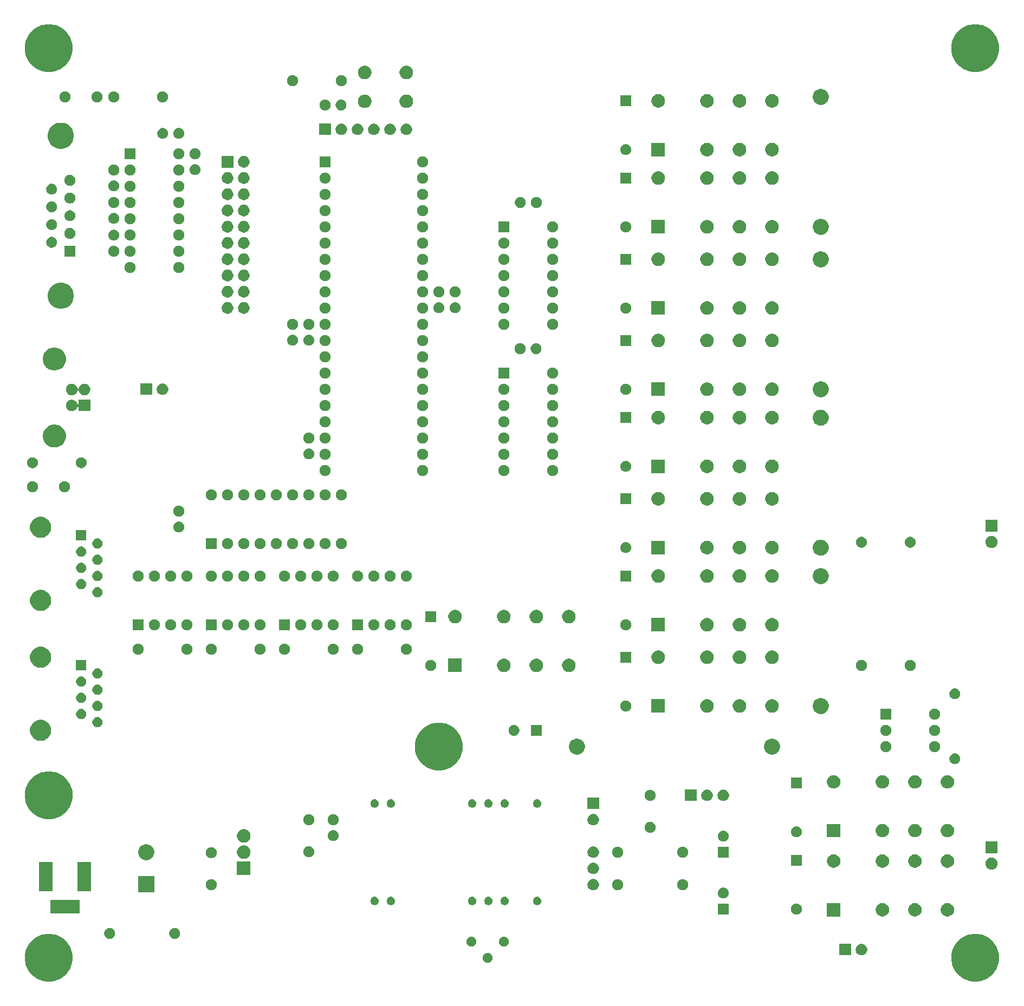
<source format=gbr>
G04 #@! TF.GenerationSoftware,KiCad,Pcbnew,(5.1.6)-1*
G04 #@! TF.CreationDate,2020-06-24T19:29:31-07:00*
G04 #@! TF.ProjectId,1d_coinctrl_r2,31645f63-6f69-46e6-9374-726c5f72322e,rev?*
G04 #@! TF.SameCoordinates,Original*
G04 #@! TF.FileFunction,Soldermask,Bot*
G04 #@! TF.FilePolarity,Negative*
%FSLAX46Y46*%
G04 Gerber Fmt 4.6, Leading zero omitted, Abs format (unit mm)*
G04 Created by KiCad (PCBNEW (5.1.6)-1) date 2020-06-24 19:29:31*
%MOMM*%
%LPD*%
G01*
G04 APERTURE LIST*
%ADD10C,0.100000*%
G04 APERTURE END LIST*
D10*
G36*
X237072564Y-166525099D02*
G01*
X237314126Y-166573149D01*
X237996765Y-166855907D01*
X238611123Y-167266408D01*
X239133592Y-167788877D01*
X239544093Y-168403235D01*
X239826851Y-169085874D01*
X239826851Y-169085875D01*
X239971000Y-169810557D01*
X239971000Y-170549443D01*
X239891125Y-170951000D01*
X239826851Y-171274126D01*
X239544093Y-171956765D01*
X239133592Y-172571123D01*
X238611123Y-173093592D01*
X237996765Y-173504093D01*
X237314126Y-173786851D01*
X237072564Y-173834901D01*
X236589443Y-173931000D01*
X235850557Y-173931000D01*
X235367436Y-173834901D01*
X235125874Y-173786851D01*
X234443235Y-173504093D01*
X233828877Y-173093592D01*
X233306408Y-172571123D01*
X232895907Y-171956765D01*
X232613149Y-171274126D01*
X232548875Y-170951000D01*
X232469000Y-170549443D01*
X232469000Y-169810557D01*
X232613149Y-169085875D01*
X232613149Y-169085874D01*
X232895907Y-168403235D01*
X233306408Y-167788877D01*
X233828877Y-167266408D01*
X234443235Y-166855907D01*
X235125874Y-166573149D01*
X235367436Y-166525099D01*
X235850557Y-166429000D01*
X236589443Y-166429000D01*
X237072564Y-166525099D01*
G37*
G36*
X92292564Y-166525099D02*
G01*
X92534126Y-166573149D01*
X93216765Y-166855907D01*
X93831123Y-167266408D01*
X94353592Y-167788877D01*
X94764093Y-168403235D01*
X95046851Y-169085874D01*
X95046851Y-169085875D01*
X95191000Y-169810557D01*
X95191000Y-170549443D01*
X95111125Y-170951000D01*
X95046851Y-171274126D01*
X94764093Y-171956765D01*
X94353592Y-172571123D01*
X93831123Y-173093592D01*
X93216765Y-173504093D01*
X92534126Y-173786851D01*
X92292564Y-173834901D01*
X91809443Y-173931000D01*
X91070557Y-173931000D01*
X90587436Y-173834901D01*
X90345874Y-173786851D01*
X89663235Y-173504093D01*
X89048877Y-173093592D01*
X88526408Y-172571123D01*
X88115907Y-171956765D01*
X87833149Y-171274126D01*
X87768875Y-170951000D01*
X87689000Y-170549443D01*
X87689000Y-169810557D01*
X87833149Y-169085875D01*
X87833149Y-169085874D01*
X88115907Y-168403235D01*
X88526408Y-167788877D01*
X89048877Y-167266408D01*
X89663235Y-166855907D01*
X90345874Y-166573149D01*
X90587436Y-166525099D01*
X91070557Y-166429000D01*
X91809443Y-166429000D01*
X92292564Y-166525099D01*
G37*
G36*
X160145589Y-169418876D02*
G01*
X160244893Y-169438629D01*
X160385206Y-169496748D01*
X160511484Y-169581125D01*
X160618875Y-169688516D01*
X160703252Y-169814794D01*
X160761371Y-169955107D01*
X160791000Y-170104063D01*
X160791000Y-170255937D01*
X160761371Y-170404893D01*
X160703252Y-170545206D01*
X160618875Y-170671484D01*
X160511484Y-170778875D01*
X160385206Y-170863252D01*
X160244893Y-170921371D01*
X160145589Y-170941124D01*
X160095938Y-170951000D01*
X159944062Y-170951000D01*
X159894411Y-170941124D01*
X159795107Y-170921371D01*
X159654794Y-170863252D01*
X159528516Y-170778875D01*
X159421125Y-170671484D01*
X159336748Y-170545206D01*
X159278629Y-170404893D01*
X159249000Y-170255937D01*
X159249000Y-170104063D01*
X159278629Y-169955107D01*
X159336748Y-169814794D01*
X159421125Y-169688516D01*
X159528516Y-169581125D01*
X159654794Y-169496748D01*
X159795107Y-169438629D01*
X159894411Y-169418876D01*
X159944062Y-169409000D01*
X160095938Y-169409000D01*
X160145589Y-169418876D01*
G37*
G36*
X218553512Y-168013927D02*
G01*
X218702812Y-168043624D01*
X218866784Y-168111544D01*
X219014354Y-168210147D01*
X219139853Y-168335646D01*
X219238456Y-168483216D01*
X219306376Y-168647188D01*
X219341000Y-168821259D01*
X219341000Y-168998741D01*
X219306376Y-169172812D01*
X219238456Y-169336784D01*
X219139853Y-169484354D01*
X219014354Y-169609853D01*
X218866784Y-169708456D01*
X218702812Y-169776376D01*
X218553512Y-169806073D01*
X218528742Y-169811000D01*
X218351258Y-169811000D01*
X218326488Y-169806073D01*
X218177188Y-169776376D01*
X218013216Y-169708456D01*
X217865646Y-169609853D01*
X217740147Y-169484354D01*
X217641544Y-169336784D01*
X217573624Y-169172812D01*
X217539000Y-168998741D01*
X217539000Y-168821259D01*
X217573624Y-168647188D01*
X217641544Y-168483216D01*
X217740147Y-168335646D01*
X217865646Y-168210147D01*
X218013216Y-168111544D01*
X218177188Y-168043624D01*
X218326488Y-168013927D01*
X218351258Y-168009000D01*
X218528742Y-168009000D01*
X218553512Y-168013927D01*
G37*
G36*
X216801000Y-169811000D02*
G01*
X214999000Y-169811000D01*
X214999000Y-168009000D01*
X216801000Y-168009000D01*
X216801000Y-169811000D01*
G37*
G36*
X162685589Y-166878876D02*
G01*
X162784893Y-166898629D01*
X162925206Y-166956748D01*
X163051484Y-167041125D01*
X163158875Y-167148516D01*
X163243252Y-167274794D01*
X163301371Y-167415107D01*
X163331000Y-167564063D01*
X163331000Y-167715937D01*
X163301371Y-167864893D01*
X163243252Y-168005206D01*
X163158875Y-168131484D01*
X163051484Y-168238875D01*
X162925206Y-168323252D01*
X162784893Y-168381371D01*
X162685589Y-168401124D01*
X162635938Y-168411000D01*
X162484062Y-168411000D01*
X162434411Y-168401124D01*
X162335107Y-168381371D01*
X162194794Y-168323252D01*
X162068516Y-168238875D01*
X161961125Y-168131484D01*
X161876748Y-168005206D01*
X161818629Y-167864893D01*
X161789000Y-167715937D01*
X161789000Y-167564063D01*
X161818629Y-167415107D01*
X161876748Y-167274794D01*
X161961125Y-167148516D01*
X162068516Y-167041125D01*
X162194794Y-166956748D01*
X162335107Y-166898629D01*
X162434411Y-166878876D01*
X162484062Y-166869000D01*
X162635938Y-166869000D01*
X162685589Y-166878876D01*
G37*
G36*
X157605589Y-166878876D02*
G01*
X157704893Y-166898629D01*
X157845206Y-166956748D01*
X157971484Y-167041125D01*
X158078875Y-167148516D01*
X158163252Y-167274794D01*
X158221371Y-167415107D01*
X158251000Y-167564063D01*
X158251000Y-167715937D01*
X158221371Y-167864893D01*
X158163252Y-168005206D01*
X158078875Y-168131484D01*
X157971484Y-168238875D01*
X157845206Y-168323252D01*
X157704893Y-168381371D01*
X157605589Y-168401124D01*
X157555938Y-168411000D01*
X157404062Y-168411000D01*
X157354411Y-168401124D01*
X157255107Y-168381371D01*
X157114794Y-168323252D01*
X156988516Y-168238875D01*
X156881125Y-168131484D01*
X156796748Y-168005206D01*
X156738629Y-167864893D01*
X156709000Y-167715937D01*
X156709000Y-167564063D01*
X156738629Y-167415107D01*
X156796748Y-167274794D01*
X156881125Y-167148516D01*
X156988516Y-167041125D01*
X157114794Y-166956748D01*
X157255107Y-166898629D01*
X157354411Y-166878876D01*
X157404062Y-166869000D01*
X157555938Y-166869000D01*
X157605589Y-166878876D01*
G37*
G36*
X101213228Y-165551703D02*
G01*
X101368100Y-165615853D01*
X101507481Y-165708985D01*
X101626015Y-165827519D01*
X101719147Y-165966900D01*
X101783297Y-166121772D01*
X101816000Y-166286184D01*
X101816000Y-166453816D01*
X101783297Y-166618228D01*
X101719147Y-166773100D01*
X101626015Y-166912481D01*
X101507481Y-167031015D01*
X101368100Y-167124147D01*
X101213228Y-167188297D01*
X101048816Y-167221000D01*
X100881184Y-167221000D01*
X100716772Y-167188297D01*
X100561900Y-167124147D01*
X100422519Y-167031015D01*
X100303985Y-166912481D01*
X100210853Y-166773100D01*
X100146703Y-166618228D01*
X100114000Y-166453816D01*
X100114000Y-166286184D01*
X100146703Y-166121772D01*
X100210853Y-165966900D01*
X100303985Y-165827519D01*
X100422519Y-165708985D01*
X100561900Y-165615853D01*
X100716772Y-165551703D01*
X100881184Y-165519000D01*
X101048816Y-165519000D01*
X101213228Y-165551703D01*
G37*
G36*
X111373228Y-165551703D02*
G01*
X111528100Y-165615853D01*
X111667481Y-165708985D01*
X111786015Y-165827519D01*
X111879147Y-165966900D01*
X111943297Y-166121772D01*
X111976000Y-166286184D01*
X111976000Y-166453816D01*
X111943297Y-166618228D01*
X111879147Y-166773100D01*
X111786015Y-166912481D01*
X111667481Y-167031015D01*
X111528100Y-167124147D01*
X111373228Y-167188297D01*
X111208816Y-167221000D01*
X111041184Y-167221000D01*
X110876772Y-167188297D01*
X110721900Y-167124147D01*
X110582519Y-167031015D01*
X110463985Y-166912481D01*
X110370853Y-166773100D01*
X110306703Y-166618228D01*
X110274000Y-166453816D01*
X110274000Y-166286184D01*
X110306703Y-166121772D01*
X110370853Y-165966900D01*
X110463985Y-165827519D01*
X110582519Y-165708985D01*
X110721900Y-165615853D01*
X110876772Y-165551703D01*
X111041184Y-165519000D01*
X111208816Y-165519000D01*
X111373228Y-165551703D01*
G37*
G36*
X222021565Y-161664390D02*
G01*
X222208220Y-161741705D01*
X222212836Y-161743617D01*
X222384974Y-161858636D01*
X222531366Y-162005028D01*
X222632846Y-162156903D01*
X222646386Y-162177168D01*
X222725612Y-162368437D01*
X222766001Y-162571485D01*
X222766001Y-162778517D01*
X222725612Y-162981565D01*
X222675527Y-163102481D01*
X222646385Y-163172836D01*
X222531366Y-163344974D01*
X222384974Y-163491366D01*
X222212836Y-163606385D01*
X222212835Y-163606386D01*
X222212834Y-163606386D01*
X222021565Y-163685612D01*
X221818517Y-163726001D01*
X221611485Y-163726001D01*
X221408437Y-163685612D01*
X221217168Y-163606386D01*
X221217167Y-163606386D01*
X221217166Y-163606385D01*
X221045028Y-163491366D01*
X220898636Y-163344974D01*
X220783617Y-163172836D01*
X220754475Y-163102481D01*
X220704390Y-162981565D01*
X220664001Y-162778517D01*
X220664001Y-162571485D01*
X220704390Y-162368437D01*
X220783616Y-162177168D01*
X220797157Y-162156903D01*
X220898636Y-162005028D01*
X221045028Y-161858636D01*
X221217166Y-161743617D01*
X221221782Y-161741705D01*
X221408437Y-161664390D01*
X221611485Y-161624001D01*
X221818517Y-161624001D01*
X222021565Y-161664390D01*
G37*
G36*
X215146001Y-163726001D02*
G01*
X213044001Y-163726001D01*
X213044001Y-161624001D01*
X215146001Y-161624001D01*
X215146001Y-163726001D01*
G37*
G36*
X227101565Y-161664390D02*
G01*
X227288220Y-161741705D01*
X227292836Y-161743617D01*
X227464974Y-161858636D01*
X227611366Y-162005028D01*
X227712846Y-162156903D01*
X227726386Y-162177168D01*
X227805612Y-162368437D01*
X227846001Y-162571485D01*
X227846001Y-162778517D01*
X227805612Y-162981565D01*
X227755527Y-163102481D01*
X227726385Y-163172836D01*
X227611366Y-163344974D01*
X227464974Y-163491366D01*
X227292836Y-163606385D01*
X227292835Y-163606386D01*
X227292834Y-163606386D01*
X227101565Y-163685612D01*
X226898517Y-163726001D01*
X226691485Y-163726001D01*
X226488437Y-163685612D01*
X226297168Y-163606386D01*
X226297167Y-163606386D01*
X226297166Y-163606385D01*
X226125028Y-163491366D01*
X225978636Y-163344974D01*
X225863617Y-163172836D01*
X225834475Y-163102481D01*
X225784390Y-162981565D01*
X225744001Y-162778517D01*
X225744001Y-162571485D01*
X225784390Y-162368437D01*
X225863616Y-162177168D01*
X225877157Y-162156903D01*
X225978636Y-162005028D01*
X226125028Y-161858636D01*
X226297166Y-161743617D01*
X226301782Y-161741705D01*
X226488437Y-161664390D01*
X226691485Y-161624001D01*
X226898517Y-161624001D01*
X227101565Y-161664390D01*
G37*
G36*
X232181565Y-161664390D02*
G01*
X232368220Y-161741705D01*
X232372836Y-161743617D01*
X232544974Y-161858636D01*
X232691366Y-162005028D01*
X232792846Y-162156903D01*
X232806386Y-162177168D01*
X232885612Y-162368437D01*
X232926001Y-162571485D01*
X232926001Y-162778517D01*
X232885612Y-162981565D01*
X232835527Y-163102481D01*
X232806385Y-163172836D01*
X232691366Y-163344974D01*
X232544974Y-163491366D01*
X232372836Y-163606385D01*
X232372835Y-163606386D01*
X232372834Y-163606386D01*
X232181565Y-163685612D01*
X231978517Y-163726001D01*
X231771485Y-163726001D01*
X231568437Y-163685612D01*
X231377168Y-163606386D01*
X231377167Y-163606386D01*
X231377166Y-163606385D01*
X231205028Y-163491366D01*
X231058636Y-163344974D01*
X230943617Y-163172836D01*
X230914475Y-163102481D01*
X230864390Y-162981565D01*
X230824001Y-162778517D01*
X230824001Y-162571485D01*
X230864390Y-162368437D01*
X230943616Y-162177168D01*
X230957157Y-162156903D01*
X231058636Y-162005028D01*
X231205028Y-161858636D01*
X231377166Y-161743617D01*
X231381782Y-161741705D01*
X231568437Y-161664390D01*
X231771485Y-161624001D01*
X231978517Y-161624001D01*
X232181565Y-161664390D01*
G37*
G36*
X208528228Y-161741703D02*
G01*
X208683100Y-161805853D01*
X208822481Y-161898985D01*
X208941015Y-162017519D01*
X209034147Y-162156900D01*
X209098297Y-162311772D01*
X209131000Y-162476184D01*
X209131000Y-162643816D01*
X209098297Y-162808228D01*
X209034147Y-162963100D01*
X208941015Y-163102481D01*
X208822481Y-163221015D01*
X208683100Y-163314147D01*
X208528228Y-163378297D01*
X208363816Y-163411000D01*
X208196184Y-163411000D01*
X208031772Y-163378297D01*
X207876900Y-163314147D01*
X207737519Y-163221015D01*
X207618985Y-163102481D01*
X207525853Y-162963100D01*
X207461703Y-162808228D01*
X207429000Y-162643816D01*
X207429000Y-162476184D01*
X207461703Y-162311772D01*
X207525853Y-162156900D01*
X207618985Y-162017519D01*
X207737519Y-161898985D01*
X207876900Y-161805853D01*
X208031772Y-161741703D01*
X208196184Y-161709000D01*
X208363816Y-161709000D01*
X208528228Y-161741703D01*
G37*
G36*
X197701000Y-163411000D02*
G01*
X195999000Y-163411000D01*
X195999000Y-161709000D01*
X197701000Y-161709000D01*
X197701000Y-163411000D01*
G37*
G36*
X96281000Y-163231000D02*
G01*
X91679000Y-163231000D01*
X91679000Y-161129000D01*
X96281000Y-161129000D01*
X96281000Y-163231000D01*
G37*
G36*
X157802807Y-160654402D02*
G01*
X157923101Y-160704230D01*
X158031363Y-160776568D01*
X158123432Y-160868637D01*
X158195770Y-160976899D01*
X158245598Y-161097193D01*
X158271000Y-161224897D01*
X158271000Y-161355103D01*
X158245598Y-161482807D01*
X158195770Y-161603101D01*
X158123432Y-161711363D01*
X158031363Y-161803432D01*
X157923101Y-161875770D01*
X157802807Y-161925598D01*
X157675103Y-161951000D01*
X157544897Y-161951000D01*
X157417193Y-161925598D01*
X157296899Y-161875770D01*
X157188637Y-161803432D01*
X157096568Y-161711363D01*
X157024230Y-161603101D01*
X156974402Y-161482807D01*
X156949000Y-161355103D01*
X156949000Y-161224897D01*
X156974402Y-161097193D01*
X157024230Y-160976899D01*
X157096568Y-160868637D01*
X157188637Y-160776568D01*
X157296899Y-160704230D01*
X157417193Y-160654402D01*
X157544897Y-160629000D01*
X157675103Y-160629000D01*
X157802807Y-160654402D01*
G37*
G36*
X142562807Y-160654402D02*
G01*
X142683101Y-160704230D01*
X142791363Y-160776568D01*
X142883432Y-160868637D01*
X142955770Y-160976899D01*
X143005598Y-161097193D01*
X143031000Y-161224897D01*
X143031000Y-161355103D01*
X143005598Y-161482807D01*
X142955770Y-161603101D01*
X142883432Y-161711363D01*
X142791363Y-161803432D01*
X142683101Y-161875770D01*
X142562807Y-161925598D01*
X142435103Y-161951000D01*
X142304897Y-161951000D01*
X142177193Y-161925598D01*
X142056899Y-161875770D01*
X141948637Y-161803432D01*
X141856568Y-161711363D01*
X141784230Y-161603101D01*
X141734402Y-161482807D01*
X141709000Y-161355103D01*
X141709000Y-161224897D01*
X141734402Y-161097193D01*
X141784230Y-160976899D01*
X141856568Y-160868637D01*
X141948637Y-160776568D01*
X142056899Y-160704230D01*
X142177193Y-160654402D01*
X142304897Y-160629000D01*
X142435103Y-160629000D01*
X142562807Y-160654402D01*
G37*
G36*
X145102807Y-160654402D02*
G01*
X145223101Y-160704230D01*
X145331363Y-160776568D01*
X145423432Y-160868637D01*
X145495770Y-160976899D01*
X145545598Y-161097193D01*
X145571000Y-161224897D01*
X145571000Y-161355103D01*
X145545598Y-161482807D01*
X145495770Y-161603101D01*
X145423432Y-161711363D01*
X145331363Y-161803432D01*
X145223101Y-161875770D01*
X145102807Y-161925598D01*
X144975103Y-161951000D01*
X144844897Y-161951000D01*
X144717193Y-161925598D01*
X144596899Y-161875770D01*
X144488637Y-161803432D01*
X144396568Y-161711363D01*
X144324230Y-161603101D01*
X144274402Y-161482807D01*
X144249000Y-161355103D01*
X144249000Y-161224897D01*
X144274402Y-161097193D01*
X144324230Y-160976899D01*
X144396568Y-160868637D01*
X144488637Y-160776568D01*
X144596899Y-160704230D01*
X144717193Y-160654402D01*
X144844897Y-160629000D01*
X144975103Y-160629000D01*
X145102807Y-160654402D01*
G37*
G36*
X160342807Y-160654402D02*
G01*
X160463101Y-160704230D01*
X160571363Y-160776568D01*
X160663432Y-160868637D01*
X160735770Y-160976899D01*
X160785598Y-161097193D01*
X160811000Y-161224897D01*
X160811000Y-161355103D01*
X160785598Y-161482807D01*
X160735770Y-161603101D01*
X160663432Y-161711363D01*
X160571363Y-161803432D01*
X160463101Y-161875770D01*
X160342807Y-161925598D01*
X160215103Y-161951000D01*
X160084897Y-161951000D01*
X159957193Y-161925598D01*
X159836899Y-161875770D01*
X159728637Y-161803432D01*
X159636568Y-161711363D01*
X159564230Y-161603101D01*
X159514402Y-161482807D01*
X159489000Y-161355103D01*
X159489000Y-161224897D01*
X159514402Y-161097193D01*
X159564230Y-160976899D01*
X159636568Y-160868637D01*
X159728637Y-160776568D01*
X159836899Y-160704230D01*
X159957193Y-160654402D01*
X160084897Y-160629000D01*
X160215103Y-160629000D01*
X160342807Y-160654402D01*
G37*
G36*
X167962807Y-160654402D02*
G01*
X168083101Y-160704230D01*
X168191363Y-160776568D01*
X168283432Y-160868637D01*
X168355770Y-160976899D01*
X168405598Y-161097193D01*
X168431000Y-161224897D01*
X168431000Y-161355103D01*
X168405598Y-161482807D01*
X168355770Y-161603101D01*
X168283432Y-161711363D01*
X168191363Y-161803432D01*
X168083101Y-161875770D01*
X167962807Y-161925598D01*
X167835103Y-161951000D01*
X167704897Y-161951000D01*
X167577193Y-161925598D01*
X167456899Y-161875770D01*
X167348637Y-161803432D01*
X167256568Y-161711363D01*
X167184230Y-161603101D01*
X167134402Y-161482807D01*
X167109000Y-161355103D01*
X167109000Y-161224897D01*
X167134402Y-161097193D01*
X167184230Y-160976899D01*
X167256568Y-160868637D01*
X167348637Y-160776568D01*
X167456899Y-160704230D01*
X167577193Y-160654402D01*
X167704897Y-160629000D01*
X167835103Y-160629000D01*
X167962807Y-160654402D01*
G37*
G36*
X162882807Y-160654402D02*
G01*
X163003101Y-160704230D01*
X163111363Y-160776568D01*
X163203432Y-160868637D01*
X163275770Y-160976899D01*
X163325598Y-161097193D01*
X163351000Y-161224897D01*
X163351000Y-161355103D01*
X163325598Y-161482807D01*
X163275770Y-161603101D01*
X163203432Y-161711363D01*
X163111363Y-161803432D01*
X163003101Y-161875770D01*
X162882807Y-161925598D01*
X162755103Y-161951000D01*
X162624897Y-161951000D01*
X162497193Y-161925598D01*
X162376899Y-161875770D01*
X162268637Y-161803432D01*
X162176568Y-161711363D01*
X162104230Y-161603101D01*
X162054402Y-161482807D01*
X162029000Y-161355103D01*
X162029000Y-161224897D01*
X162054402Y-161097193D01*
X162104230Y-160976899D01*
X162176568Y-160868637D01*
X162268637Y-160776568D01*
X162376899Y-160704230D01*
X162497193Y-160654402D01*
X162624897Y-160629000D01*
X162755103Y-160629000D01*
X162882807Y-160654402D01*
G37*
G36*
X197098228Y-159241703D02*
G01*
X197253100Y-159305853D01*
X197392481Y-159398985D01*
X197511015Y-159517519D01*
X197604147Y-159656900D01*
X197668297Y-159811772D01*
X197701000Y-159976184D01*
X197701000Y-160143816D01*
X197668297Y-160308228D01*
X197604147Y-160463100D01*
X197511015Y-160602481D01*
X197392481Y-160721015D01*
X197253100Y-160814147D01*
X197098228Y-160878297D01*
X196933816Y-160911000D01*
X196766184Y-160911000D01*
X196601772Y-160878297D01*
X196446900Y-160814147D01*
X196307519Y-160721015D01*
X196188985Y-160602481D01*
X196095853Y-160463100D01*
X196031703Y-160308228D01*
X195999000Y-160143816D01*
X195999000Y-159976184D01*
X196031703Y-159811772D01*
X196095853Y-159656900D01*
X196188985Y-159517519D01*
X196307519Y-159398985D01*
X196446900Y-159305853D01*
X196601772Y-159241703D01*
X196766184Y-159209000D01*
X196933816Y-159209000D01*
X197098228Y-159241703D01*
G37*
G36*
X107931000Y-159921000D02*
G01*
X105429000Y-159921000D01*
X105429000Y-157419000D01*
X107931000Y-157419000D01*
X107931000Y-159921000D01*
G37*
G36*
X98031000Y-159781000D02*
G01*
X95929000Y-159781000D01*
X95929000Y-155179000D01*
X98031000Y-155179000D01*
X98031000Y-159781000D01*
G37*
G36*
X92031000Y-159781000D02*
G01*
X89929000Y-159781000D01*
X89929000Y-155179000D01*
X92031000Y-155179000D01*
X92031000Y-159781000D01*
G37*
G36*
X176643512Y-157853927D02*
G01*
X176792812Y-157883624D01*
X176956784Y-157951544D01*
X177104354Y-158050147D01*
X177229853Y-158175646D01*
X177328456Y-158323216D01*
X177396376Y-158487188D01*
X177431000Y-158661259D01*
X177431000Y-158838741D01*
X177396376Y-159012812D01*
X177328456Y-159176784D01*
X177229853Y-159324354D01*
X177104354Y-159449853D01*
X176956784Y-159548456D01*
X176792812Y-159616376D01*
X176643512Y-159646073D01*
X176618742Y-159651000D01*
X176441258Y-159651000D01*
X176416488Y-159646073D01*
X176267188Y-159616376D01*
X176103216Y-159548456D01*
X175955646Y-159449853D01*
X175830147Y-159324354D01*
X175731544Y-159176784D01*
X175663624Y-159012812D01*
X175629000Y-158838741D01*
X175629000Y-158661259D01*
X175663624Y-158487188D01*
X175731544Y-158323216D01*
X175830147Y-158175646D01*
X175955646Y-158050147D01*
X176103216Y-157951544D01*
X176267188Y-157883624D01*
X176416488Y-157853927D01*
X176441258Y-157849000D01*
X176618742Y-157849000D01*
X176643512Y-157853927D01*
G37*
G36*
X117088228Y-157931703D02*
G01*
X117243100Y-157995853D01*
X117382481Y-158088985D01*
X117501015Y-158207519D01*
X117594147Y-158346900D01*
X117658297Y-158501772D01*
X117691000Y-158666184D01*
X117691000Y-158833816D01*
X117658297Y-158998228D01*
X117594147Y-159153100D01*
X117501015Y-159292481D01*
X117382481Y-159411015D01*
X117243100Y-159504147D01*
X117088228Y-159568297D01*
X116923816Y-159601000D01*
X116756184Y-159601000D01*
X116591772Y-159568297D01*
X116436900Y-159504147D01*
X116297519Y-159411015D01*
X116178985Y-159292481D01*
X116085853Y-159153100D01*
X116021703Y-158998228D01*
X115989000Y-158833816D01*
X115989000Y-158666184D01*
X116021703Y-158501772D01*
X116085853Y-158346900D01*
X116178985Y-158207519D01*
X116297519Y-158088985D01*
X116436900Y-157995853D01*
X116591772Y-157931703D01*
X116756184Y-157899000D01*
X116923816Y-157899000D01*
X117088228Y-157931703D01*
G37*
G36*
X190748228Y-157931703D02*
G01*
X190903100Y-157995853D01*
X191042481Y-158088985D01*
X191161015Y-158207519D01*
X191254147Y-158346900D01*
X191318297Y-158501772D01*
X191351000Y-158666184D01*
X191351000Y-158833816D01*
X191318297Y-158998228D01*
X191254147Y-159153100D01*
X191161015Y-159292481D01*
X191042481Y-159411015D01*
X190903100Y-159504147D01*
X190748228Y-159568297D01*
X190583816Y-159601000D01*
X190416184Y-159601000D01*
X190251772Y-159568297D01*
X190096900Y-159504147D01*
X189957519Y-159411015D01*
X189838985Y-159292481D01*
X189745853Y-159153100D01*
X189681703Y-158998228D01*
X189649000Y-158833816D01*
X189649000Y-158666184D01*
X189681703Y-158501772D01*
X189745853Y-158346900D01*
X189838985Y-158207519D01*
X189957519Y-158088985D01*
X190096900Y-157995853D01*
X190251772Y-157931703D01*
X190416184Y-157899000D01*
X190583816Y-157899000D01*
X190748228Y-157931703D01*
G37*
G36*
X180588228Y-157931703D02*
G01*
X180743100Y-157995853D01*
X180882481Y-158088985D01*
X181001015Y-158207519D01*
X181094147Y-158346900D01*
X181158297Y-158501772D01*
X181191000Y-158666184D01*
X181191000Y-158833816D01*
X181158297Y-158998228D01*
X181094147Y-159153100D01*
X181001015Y-159292481D01*
X180882481Y-159411015D01*
X180743100Y-159504147D01*
X180588228Y-159568297D01*
X180423816Y-159601000D01*
X180256184Y-159601000D01*
X180091772Y-159568297D01*
X179936900Y-159504147D01*
X179797519Y-159411015D01*
X179678985Y-159292481D01*
X179585853Y-159153100D01*
X179521703Y-158998228D01*
X179489000Y-158833816D01*
X179489000Y-158666184D01*
X179521703Y-158501772D01*
X179585853Y-158346900D01*
X179678985Y-158207519D01*
X179797519Y-158088985D01*
X179936900Y-157995853D01*
X180091772Y-157931703D01*
X180256184Y-157899000D01*
X180423816Y-157899000D01*
X180588228Y-157931703D01*
G37*
G36*
X122971000Y-157261000D02*
G01*
X120869000Y-157261000D01*
X120869000Y-155159000D01*
X122971000Y-155159000D01*
X122971000Y-157261000D01*
G37*
G36*
X176643512Y-155313927D02*
G01*
X176792812Y-155343624D01*
X176956784Y-155411544D01*
X177104354Y-155510147D01*
X177229853Y-155635646D01*
X177328456Y-155783216D01*
X177396376Y-155947188D01*
X177431000Y-156121259D01*
X177431000Y-156298741D01*
X177396376Y-156472812D01*
X177328456Y-156636784D01*
X177229853Y-156784354D01*
X177104354Y-156909853D01*
X176956784Y-157008456D01*
X176792812Y-157076376D01*
X176643512Y-157106073D01*
X176618742Y-157111000D01*
X176441258Y-157111000D01*
X176416488Y-157106073D01*
X176267188Y-157076376D01*
X176103216Y-157008456D01*
X175955646Y-156909853D01*
X175830147Y-156784354D01*
X175731544Y-156636784D01*
X175663624Y-156472812D01*
X175629000Y-156298741D01*
X175629000Y-156121259D01*
X175663624Y-155947188D01*
X175731544Y-155783216D01*
X175830147Y-155635646D01*
X175955646Y-155510147D01*
X176103216Y-155411544D01*
X176267188Y-155343624D01*
X176416488Y-155313927D01*
X176441258Y-155309000D01*
X176618742Y-155309000D01*
X176643512Y-155313927D01*
G37*
G36*
X239037395Y-154533546D02*
G01*
X239210466Y-154605234D01*
X239265065Y-154641716D01*
X239366227Y-154709310D01*
X239498690Y-154841773D01*
X239498691Y-154841775D01*
X239602766Y-154997534D01*
X239674454Y-155170605D01*
X239711000Y-155354333D01*
X239711000Y-155541667D01*
X239674454Y-155725395D01*
X239602766Y-155898466D01*
X239602765Y-155898467D01*
X239498690Y-156054227D01*
X239366227Y-156186690D01*
X239287818Y-156239081D01*
X239210466Y-156290766D01*
X239037395Y-156362454D01*
X238853667Y-156399000D01*
X238666333Y-156399000D01*
X238482605Y-156362454D01*
X238309534Y-156290766D01*
X238232182Y-156239081D01*
X238153773Y-156186690D01*
X238021310Y-156054227D01*
X237917235Y-155898467D01*
X237917234Y-155898466D01*
X237845546Y-155725395D01*
X237809000Y-155541667D01*
X237809000Y-155354333D01*
X237845546Y-155170605D01*
X237917234Y-154997534D01*
X238021309Y-154841775D01*
X238021310Y-154841773D01*
X238153773Y-154709310D01*
X238254935Y-154641716D01*
X238309534Y-154605234D01*
X238482605Y-154533546D01*
X238666333Y-154497000D01*
X238853667Y-154497000D01*
X239037395Y-154533546D01*
G37*
G36*
X214401565Y-154044390D02*
G01*
X214592834Y-154123616D01*
X214592836Y-154123617D01*
X214764974Y-154238636D01*
X214911366Y-154385028D01*
X215012494Y-154536376D01*
X215026386Y-154557168D01*
X215105612Y-154748437D01*
X215146001Y-154951485D01*
X215146001Y-155158517D01*
X215105612Y-155361565D01*
X215026386Y-155552834D01*
X215026385Y-155552836D01*
X214911366Y-155724974D01*
X214764974Y-155871366D01*
X214592836Y-155986385D01*
X214592835Y-155986386D01*
X214592834Y-155986386D01*
X214401565Y-156065612D01*
X214198517Y-156106001D01*
X213991485Y-156106001D01*
X213788437Y-156065612D01*
X213597168Y-155986386D01*
X213597167Y-155986386D01*
X213597166Y-155986385D01*
X213425028Y-155871366D01*
X213278636Y-155724974D01*
X213163617Y-155552836D01*
X213163616Y-155552834D01*
X213084390Y-155361565D01*
X213044001Y-155158517D01*
X213044001Y-154951485D01*
X213084390Y-154748437D01*
X213163616Y-154557168D01*
X213177509Y-154536376D01*
X213278636Y-154385028D01*
X213425028Y-154238636D01*
X213597166Y-154123617D01*
X213597168Y-154123616D01*
X213788437Y-154044390D01*
X213991485Y-154004001D01*
X214198517Y-154004001D01*
X214401565Y-154044390D01*
G37*
G36*
X222021565Y-154044390D02*
G01*
X222212834Y-154123616D01*
X222212836Y-154123617D01*
X222384974Y-154238636D01*
X222531366Y-154385028D01*
X222632494Y-154536376D01*
X222646386Y-154557168D01*
X222725612Y-154748437D01*
X222766001Y-154951485D01*
X222766001Y-155158517D01*
X222725612Y-155361565D01*
X222646386Y-155552834D01*
X222646385Y-155552836D01*
X222531366Y-155724974D01*
X222384974Y-155871366D01*
X222212836Y-155986385D01*
X222212835Y-155986386D01*
X222212834Y-155986386D01*
X222021565Y-156065612D01*
X221818517Y-156106001D01*
X221611485Y-156106001D01*
X221408437Y-156065612D01*
X221217168Y-155986386D01*
X221217167Y-155986386D01*
X221217166Y-155986385D01*
X221045028Y-155871366D01*
X220898636Y-155724974D01*
X220783617Y-155552836D01*
X220783616Y-155552834D01*
X220704390Y-155361565D01*
X220664001Y-155158517D01*
X220664001Y-154951485D01*
X220704390Y-154748437D01*
X220783616Y-154557168D01*
X220797509Y-154536376D01*
X220898636Y-154385028D01*
X221045028Y-154238636D01*
X221217166Y-154123617D01*
X221217168Y-154123616D01*
X221408437Y-154044390D01*
X221611485Y-154004001D01*
X221818517Y-154004001D01*
X222021565Y-154044390D01*
G37*
G36*
X227101565Y-154044390D02*
G01*
X227292834Y-154123616D01*
X227292836Y-154123617D01*
X227464974Y-154238636D01*
X227611366Y-154385028D01*
X227712494Y-154536376D01*
X227726386Y-154557168D01*
X227805612Y-154748437D01*
X227846001Y-154951485D01*
X227846001Y-155158517D01*
X227805612Y-155361565D01*
X227726386Y-155552834D01*
X227726385Y-155552836D01*
X227611366Y-155724974D01*
X227464974Y-155871366D01*
X227292836Y-155986385D01*
X227292835Y-155986386D01*
X227292834Y-155986386D01*
X227101565Y-156065612D01*
X226898517Y-156106001D01*
X226691485Y-156106001D01*
X226488437Y-156065612D01*
X226297168Y-155986386D01*
X226297167Y-155986386D01*
X226297166Y-155986385D01*
X226125028Y-155871366D01*
X225978636Y-155724974D01*
X225863617Y-155552836D01*
X225863616Y-155552834D01*
X225784390Y-155361565D01*
X225744001Y-155158517D01*
X225744001Y-154951485D01*
X225784390Y-154748437D01*
X225863616Y-154557168D01*
X225877509Y-154536376D01*
X225978636Y-154385028D01*
X226125028Y-154238636D01*
X226297166Y-154123617D01*
X226297168Y-154123616D01*
X226488437Y-154044390D01*
X226691485Y-154004001D01*
X226898517Y-154004001D01*
X227101565Y-154044390D01*
G37*
G36*
X232181565Y-154044390D02*
G01*
X232372834Y-154123616D01*
X232372836Y-154123617D01*
X232544974Y-154238636D01*
X232691366Y-154385028D01*
X232792494Y-154536376D01*
X232806386Y-154557168D01*
X232885612Y-154748437D01*
X232926001Y-154951485D01*
X232926001Y-155158517D01*
X232885612Y-155361565D01*
X232806386Y-155552834D01*
X232806385Y-155552836D01*
X232691366Y-155724974D01*
X232544974Y-155871366D01*
X232372836Y-155986385D01*
X232372835Y-155986386D01*
X232372834Y-155986386D01*
X232181565Y-156065612D01*
X231978517Y-156106001D01*
X231771485Y-156106001D01*
X231568437Y-156065612D01*
X231377168Y-155986386D01*
X231377167Y-155986386D01*
X231377166Y-155986385D01*
X231205028Y-155871366D01*
X231058636Y-155724974D01*
X230943617Y-155552836D01*
X230943616Y-155552834D01*
X230864390Y-155361565D01*
X230824001Y-155158517D01*
X230824001Y-154951485D01*
X230864390Y-154748437D01*
X230943616Y-154557168D01*
X230957509Y-154536376D01*
X231058636Y-154385028D01*
X231205028Y-154238636D01*
X231377166Y-154123617D01*
X231377168Y-154123616D01*
X231568437Y-154044390D01*
X231771485Y-154004001D01*
X231978517Y-154004001D01*
X232181565Y-154044390D01*
G37*
G36*
X209131000Y-155791000D02*
G01*
X207429000Y-155791000D01*
X207429000Y-154089000D01*
X209131000Y-154089000D01*
X209131000Y-155791000D01*
G37*
G36*
X107044903Y-152467075D02*
G01*
X107272571Y-152561378D01*
X107477466Y-152698285D01*
X107651715Y-152872534D01*
X107788622Y-153077429D01*
X107882925Y-153305097D01*
X107931000Y-153546787D01*
X107931000Y-153793213D01*
X107882925Y-154034903D01*
X107788622Y-154262571D01*
X107651715Y-154467466D01*
X107477466Y-154641715D01*
X107272571Y-154778622D01*
X107272570Y-154778623D01*
X107272569Y-154778623D01*
X107044903Y-154872925D01*
X106803214Y-154921000D01*
X106556786Y-154921000D01*
X106315097Y-154872925D01*
X106087431Y-154778623D01*
X106087430Y-154778623D01*
X106087429Y-154778622D01*
X105882534Y-154641715D01*
X105708285Y-154467466D01*
X105571378Y-154262571D01*
X105477075Y-154034903D01*
X105429000Y-153793213D01*
X105429000Y-153546787D01*
X105477075Y-153305097D01*
X105571378Y-153077429D01*
X105708285Y-152872534D01*
X105882534Y-152698285D01*
X106087429Y-152561378D01*
X106315097Y-152467075D01*
X106556786Y-152419000D01*
X106803214Y-152419000D01*
X107044903Y-152467075D01*
G37*
G36*
X122226564Y-152659389D02*
G01*
X122417833Y-152738615D01*
X122417835Y-152738616D01*
X122589973Y-152853635D01*
X122736365Y-153000027D01*
X122800256Y-153095646D01*
X122851385Y-153172167D01*
X122930611Y-153363436D01*
X122971000Y-153566484D01*
X122971000Y-153773516D01*
X122930611Y-153976564D01*
X122851385Y-154167833D01*
X122851384Y-154167835D01*
X122736365Y-154339973D01*
X122589973Y-154486365D01*
X122417835Y-154601384D01*
X122417834Y-154601385D01*
X122417833Y-154601385D01*
X122226564Y-154680611D01*
X122023516Y-154721000D01*
X121816484Y-154721000D01*
X121613436Y-154680611D01*
X121422167Y-154601385D01*
X121422166Y-154601385D01*
X121422165Y-154601384D01*
X121250027Y-154486365D01*
X121103635Y-154339973D01*
X120988616Y-154167835D01*
X120988615Y-154167833D01*
X120909389Y-153976564D01*
X120869000Y-153773516D01*
X120869000Y-153566484D01*
X120909389Y-153363436D01*
X120988615Y-153172167D01*
X121039745Y-153095646D01*
X121103635Y-153000027D01*
X121250027Y-152853635D01*
X121422165Y-152738616D01*
X121422167Y-152738615D01*
X121613436Y-152659389D01*
X121816484Y-152619000D01*
X122023516Y-152619000D01*
X122226564Y-152659389D01*
G37*
G36*
X117088228Y-152931703D02*
G01*
X117243100Y-152995853D01*
X117382481Y-153088985D01*
X117501015Y-153207519D01*
X117594147Y-153346900D01*
X117658297Y-153501772D01*
X117691000Y-153666184D01*
X117691000Y-153833816D01*
X117658297Y-153998228D01*
X117594147Y-154153100D01*
X117501015Y-154292481D01*
X117382481Y-154411015D01*
X117243100Y-154504147D01*
X117088228Y-154568297D01*
X116923816Y-154601000D01*
X116756184Y-154601000D01*
X116591772Y-154568297D01*
X116436900Y-154504147D01*
X116297519Y-154411015D01*
X116178985Y-154292481D01*
X116085853Y-154153100D01*
X116021703Y-153998228D01*
X115989000Y-153833816D01*
X115989000Y-153666184D01*
X116021703Y-153501772D01*
X116085853Y-153346900D01*
X116178985Y-153207519D01*
X116297519Y-153088985D01*
X116436900Y-152995853D01*
X116591772Y-152931703D01*
X116756184Y-152899000D01*
X116923816Y-152899000D01*
X117088228Y-152931703D01*
G37*
G36*
X176643512Y-152773927D02*
G01*
X176792812Y-152803624D01*
X176956784Y-152871544D01*
X177104354Y-152970147D01*
X177229853Y-153095646D01*
X177328456Y-153243216D01*
X177396376Y-153407188D01*
X177431000Y-153581259D01*
X177431000Y-153758741D01*
X177396376Y-153932812D01*
X177328456Y-154096784D01*
X177229853Y-154244354D01*
X177104354Y-154369853D01*
X176956784Y-154468456D01*
X176792812Y-154536376D01*
X176643512Y-154566073D01*
X176618742Y-154571000D01*
X176441258Y-154571000D01*
X176416488Y-154566073D01*
X176267188Y-154536376D01*
X176103216Y-154468456D01*
X175955646Y-154369853D01*
X175830147Y-154244354D01*
X175731544Y-154096784D01*
X175663624Y-153932812D01*
X175629000Y-153758741D01*
X175629000Y-153581259D01*
X175663624Y-153407188D01*
X175731544Y-153243216D01*
X175830147Y-153095646D01*
X175955646Y-152970147D01*
X176103216Y-152871544D01*
X176267188Y-152803624D01*
X176416488Y-152773927D01*
X176441258Y-152769000D01*
X176618742Y-152769000D01*
X176643512Y-152773927D01*
G37*
G36*
X180588228Y-152851703D02*
G01*
X180743100Y-152915853D01*
X180882481Y-153008985D01*
X181001015Y-153127519D01*
X181094147Y-153266900D01*
X181158297Y-153421772D01*
X181191000Y-153586184D01*
X181191000Y-153753816D01*
X181158297Y-153918228D01*
X181094147Y-154073100D01*
X181001015Y-154212481D01*
X180882481Y-154331015D01*
X180743100Y-154424147D01*
X180588228Y-154488297D01*
X180423816Y-154521000D01*
X180256184Y-154521000D01*
X180091772Y-154488297D01*
X179936900Y-154424147D01*
X179797519Y-154331015D01*
X179678985Y-154212481D01*
X179585853Y-154073100D01*
X179521703Y-153918228D01*
X179489000Y-153753816D01*
X179489000Y-153586184D01*
X179521703Y-153421772D01*
X179585853Y-153266900D01*
X179678985Y-153127519D01*
X179797519Y-153008985D01*
X179936900Y-152915853D01*
X180091772Y-152851703D01*
X180256184Y-152819000D01*
X180423816Y-152819000D01*
X180588228Y-152851703D01*
G37*
G36*
X190748228Y-152851703D02*
G01*
X190903100Y-152915853D01*
X191042481Y-153008985D01*
X191161015Y-153127519D01*
X191254147Y-153266900D01*
X191318297Y-153421772D01*
X191351000Y-153586184D01*
X191351000Y-153753816D01*
X191318297Y-153918228D01*
X191254147Y-154073100D01*
X191161015Y-154212481D01*
X191042481Y-154331015D01*
X190903100Y-154424147D01*
X190748228Y-154488297D01*
X190583816Y-154521000D01*
X190416184Y-154521000D01*
X190251772Y-154488297D01*
X190096900Y-154424147D01*
X189957519Y-154331015D01*
X189838985Y-154212481D01*
X189745853Y-154073100D01*
X189681703Y-153918228D01*
X189649000Y-153753816D01*
X189649000Y-153586184D01*
X189681703Y-153421772D01*
X189745853Y-153266900D01*
X189838985Y-153127519D01*
X189957519Y-153008985D01*
X190096900Y-152915853D01*
X190251772Y-152851703D01*
X190416184Y-152819000D01*
X190583816Y-152819000D01*
X190748228Y-152851703D01*
G37*
G36*
X197701000Y-154521000D02*
G01*
X195999000Y-154521000D01*
X195999000Y-152819000D01*
X197701000Y-152819000D01*
X197701000Y-154521000D01*
G37*
G36*
X132328228Y-152771703D02*
G01*
X132483100Y-152835853D01*
X132622481Y-152928985D01*
X132741015Y-153047519D01*
X132834147Y-153186900D01*
X132898297Y-153341772D01*
X132931000Y-153506184D01*
X132931000Y-153673816D01*
X132898297Y-153838228D01*
X132834147Y-153993100D01*
X132741015Y-154132481D01*
X132622481Y-154251015D01*
X132483100Y-154344147D01*
X132328228Y-154408297D01*
X132163816Y-154441000D01*
X131996184Y-154441000D01*
X131831772Y-154408297D01*
X131676900Y-154344147D01*
X131537519Y-154251015D01*
X131418985Y-154132481D01*
X131325853Y-153993100D01*
X131261703Y-153838228D01*
X131229000Y-153673816D01*
X131229000Y-153506184D01*
X131261703Y-153341772D01*
X131325853Y-153186900D01*
X131418985Y-153047519D01*
X131537519Y-152928985D01*
X131676900Y-152835853D01*
X131831772Y-152771703D01*
X131996184Y-152739000D01*
X132163816Y-152739000D01*
X132328228Y-152771703D01*
G37*
G36*
X239711000Y-153859000D02*
G01*
X237809000Y-153859000D01*
X237809000Y-151957000D01*
X239711000Y-151957000D01*
X239711000Y-153859000D01*
G37*
G36*
X122226564Y-150119389D02*
G01*
X122400624Y-150191487D01*
X122417835Y-150198616D01*
X122589973Y-150313635D01*
X122736365Y-150460027D01*
X122850606Y-150631000D01*
X122851385Y-150632167D01*
X122930611Y-150823436D01*
X122971000Y-151026484D01*
X122971000Y-151233516D01*
X122930611Y-151436564D01*
X122907194Y-151493097D01*
X122851384Y-151627835D01*
X122736365Y-151799973D01*
X122589973Y-151946365D01*
X122417835Y-152061384D01*
X122417834Y-152061385D01*
X122417833Y-152061385D01*
X122226564Y-152140611D01*
X122023516Y-152181000D01*
X121816484Y-152181000D01*
X121613436Y-152140611D01*
X121422167Y-152061385D01*
X121422166Y-152061385D01*
X121422165Y-152061384D01*
X121250027Y-151946365D01*
X121103635Y-151799973D01*
X120988616Y-151627835D01*
X120932806Y-151493097D01*
X120909389Y-151436564D01*
X120869000Y-151233516D01*
X120869000Y-151026484D01*
X120909389Y-150823436D01*
X120988615Y-150632167D01*
X120989395Y-150631000D01*
X121103635Y-150460027D01*
X121250027Y-150313635D01*
X121422165Y-150198616D01*
X121439376Y-150191487D01*
X121613436Y-150119389D01*
X121816484Y-150079000D01*
X122023516Y-150079000D01*
X122226564Y-150119389D01*
G37*
G36*
X197098228Y-150351703D02*
G01*
X197253100Y-150415853D01*
X197392481Y-150508985D01*
X197511015Y-150627519D01*
X197604147Y-150766900D01*
X197668297Y-150921772D01*
X197701000Y-151086184D01*
X197701000Y-151253816D01*
X197668297Y-151418228D01*
X197604147Y-151573100D01*
X197511015Y-151712481D01*
X197392481Y-151831015D01*
X197253100Y-151924147D01*
X197098228Y-151988297D01*
X196933816Y-152021000D01*
X196766184Y-152021000D01*
X196601772Y-151988297D01*
X196446900Y-151924147D01*
X196307519Y-151831015D01*
X196188985Y-151712481D01*
X196095853Y-151573100D01*
X196031703Y-151418228D01*
X195999000Y-151253816D01*
X195999000Y-151086184D01*
X196031703Y-150921772D01*
X196095853Y-150766900D01*
X196188985Y-150627519D01*
X196307519Y-150508985D01*
X196446900Y-150415853D01*
X196601772Y-150351703D01*
X196766184Y-150319000D01*
X196933816Y-150319000D01*
X197098228Y-150351703D01*
G37*
G36*
X136138228Y-150271703D02*
G01*
X136293100Y-150335853D01*
X136432481Y-150428985D01*
X136551015Y-150547519D01*
X136644147Y-150686900D01*
X136708297Y-150841772D01*
X136741000Y-151006184D01*
X136741000Y-151173816D01*
X136708297Y-151338228D01*
X136644147Y-151493100D01*
X136551015Y-151632481D01*
X136432481Y-151751015D01*
X136293100Y-151844147D01*
X136138228Y-151908297D01*
X135973816Y-151941000D01*
X135806184Y-151941000D01*
X135641772Y-151908297D01*
X135486900Y-151844147D01*
X135347519Y-151751015D01*
X135228985Y-151632481D01*
X135135853Y-151493100D01*
X135071703Y-151338228D01*
X135039000Y-151173816D01*
X135039000Y-151006184D01*
X135071703Y-150841772D01*
X135135853Y-150686900D01*
X135228985Y-150547519D01*
X135347519Y-150428985D01*
X135486900Y-150335853D01*
X135641772Y-150271703D01*
X135806184Y-150239000D01*
X135973816Y-150239000D01*
X136138228Y-150271703D01*
G37*
G36*
X222021565Y-149284390D02*
G01*
X222212834Y-149363616D01*
X222212836Y-149363617D01*
X222384974Y-149478636D01*
X222531366Y-149625028D01*
X222578912Y-149696185D01*
X222646386Y-149797168D01*
X222725612Y-149988437D01*
X222766001Y-150191485D01*
X222766001Y-150398517D01*
X222725612Y-150601565D01*
X222712937Y-150632165D01*
X222646385Y-150792836D01*
X222531366Y-150964974D01*
X222384974Y-151111366D01*
X222212836Y-151226385D01*
X222212835Y-151226386D01*
X222212834Y-151226386D01*
X222021565Y-151305612D01*
X221818517Y-151346001D01*
X221611485Y-151346001D01*
X221408437Y-151305612D01*
X221217168Y-151226386D01*
X221217167Y-151226386D01*
X221217166Y-151226385D01*
X221045028Y-151111366D01*
X220898636Y-150964974D01*
X220783617Y-150792836D01*
X220717065Y-150632165D01*
X220704390Y-150601565D01*
X220664001Y-150398517D01*
X220664001Y-150191485D01*
X220704390Y-149988437D01*
X220783616Y-149797168D01*
X220851091Y-149696185D01*
X220898636Y-149625028D01*
X221045028Y-149478636D01*
X221217166Y-149363617D01*
X221217168Y-149363616D01*
X221408437Y-149284390D01*
X221611485Y-149244001D01*
X221818517Y-149244001D01*
X222021565Y-149284390D01*
G37*
G36*
X215146001Y-151346001D02*
G01*
X213044001Y-151346001D01*
X213044001Y-149244001D01*
X215146001Y-149244001D01*
X215146001Y-151346001D01*
G37*
G36*
X227101565Y-149284390D02*
G01*
X227292834Y-149363616D01*
X227292836Y-149363617D01*
X227464974Y-149478636D01*
X227611366Y-149625028D01*
X227658912Y-149696185D01*
X227726386Y-149797168D01*
X227805612Y-149988437D01*
X227846001Y-150191485D01*
X227846001Y-150398517D01*
X227805612Y-150601565D01*
X227792937Y-150632165D01*
X227726385Y-150792836D01*
X227611366Y-150964974D01*
X227464974Y-151111366D01*
X227292836Y-151226385D01*
X227292835Y-151226386D01*
X227292834Y-151226386D01*
X227101565Y-151305612D01*
X226898517Y-151346001D01*
X226691485Y-151346001D01*
X226488437Y-151305612D01*
X226297168Y-151226386D01*
X226297167Y-151226386D01*
X226297166Y-151226385D01*
X226125028Y-151111366D01*
X225978636Y-150964974D01*
X225863617Y-150792836D01*
X225797065Y-150632165D01*
X225784390Y-150601565D01*
X225744001Y-150398517D01*
X225744001Y-150191485D01*
X225784390Y-149988437D01*
X225863616Y-149797168D01*
X225931091Y-149696185D01*
X225978636Y-149625028D01*
X226125028Y-149478636D01*
X226297166Y-149363617D01*
X226297168Y-149363616D01*
X226488437Y-149284390D01*
X226691485Y-149244001D01*
X226898517Y-149244001D01*
X227101565Y-149284390D01*
G37*
G36*
X232181565Y-149284390D02*
G01*
X232372834Y-149363616D01*
X232372836Y-149363617D01*
X232544974Y-149478636D01*
X232691366Y-149625028D01*
X232738912Y-149696185D01*
X232806386Y-149797168D01*
X232885612Y-149988437D01*
X232926001Y-150191485D01*
X232926001Y-150398517D01*
X232885612Y-150601565D01*
X232872937Y-150632165D01*
X232806385Y-150792836D01*
X232691366Y-150964974D01*
X232544974Y-151111366D01*
X232372836Y-151226385D01*
X232372835Y-151226386D01*
X232372834Y-151226386D01*
X232181565Y-151305612D01*
X231978517Y-151346001D01*
X231771485Y-151346001D01*
X231568437Y-151305612D01*
X231377168Y-151226386D01*
X231377167Y-151226386D01*
X231377166Y-151226385D01*
X231205028Y-151111366D01*
X231058636Y-150964974D01*
X230943617Y-150792836D01*
X230877065Y-150632165D01*
X230864390Y-150601565D01*
X230824001Y-150398517D01*
X230824001Y-150191485D01*
X230864390Y-149988437D01*
X230943616Y-149797168D01*
X231011091Y-149696185D01*
X231058636Y-149625028D01*
X231205028Y-149478636D01*
X231377166Y-149363617D01*
X231377168Y-149363616D01*
X231568437Y-149284390D01*
X231771485Y-149244001D01*
X231978517Y-149244001D01*
X232181565Y-149284390D01*
G37*
G36*
X208528228Y-149676703D02*
G01*
X208683100Y-149740853D01*
X208822481Y-149833985D01*
X208941015Y-149952519D01*
X209034147Y-150091900D01*
X209098297Y-150246772D01*
X209131000Y-150411184D01*
X209131000Y-150578816D01*
X209098297Y-150743228D01*
X209034147Y-150898100D01*
X208941015Y-151037481D01*
X208822481Y-151156015D01*
X208683100Y-151249147D01*
X208528228Y-151313297D01*
X208363816Y-151346000D01*
X208196184Y-151346000D01*
X208031772Y-151313297D01*
X207876900Y-151249147D01*
X207737519Y-151156015D01*
X207618985Y-151037481D01*
X207525853Y-150898100D01*
X207461703Y-150743228D01*
X207429000Y-150578816D01*
X207429000Y-150411184D01*
X207461703Y-150246772D01*
X207525853Y-150091900D01*
X207618985Y-149952519D01*
X207737519Y-149833985D01*
X207876900Y-149740853D01*
X208031772Y-149676703D01*
X208196184Y-149644000D01*
X208363816Y-149644000D01*
X208528228Y-149676703D01*
G37*
G36*
X185668228Y-148961703D02*
G01*
X185823100Y-149025853D01*
X185962481Y-149118985D01*
X186081015Y-149237519D01*
X186174147Y-149376900D01*
X186238297Y-149531772D01*
X186271000Y-149696184D01*
X186271000Y-149863816D01*
X186238297Y-150028228D01*
X186174147Y-150183100D01*
X186081015Y-150322481D01*
X185962481Y-150441015D01*
X185823100Y-150534147D01*
X185668228Y-150598297D01*
X185503816Y-150631000D01*
X185336184Y-150631000D01*
X185171772Y-150598297D01*
X185016900Y-150534147D01*
X184877519Y-150441015D01*
X184758985Y-150322481D01*
X184665853Y-150183100D01*
X184601703Y-150028228D01*
X184569000Y-149863816D01*
X184569000Y-149696184D01*
X184601703Y-149531772D01*
X184665853Y-149376900D01*
X184758985Y-149237519D01*
X184877519Y-149118985D01*
X185016900Y-149025853D01*
X185171772Y-148961703D01*
X185336184Y-148929000D01*
X185503816Y-148929000D01*
X185668228Y-148961703D01*
G37*
G36*
X176641827Y-147693592D02*
G01*
X176792812Y-147723624D01*
X176956784Y-147791544D01*
X177104354Y-147890147D01*
X177229853Y-148015646D01*
X177328456Y-148163216D01*
X177396376Y-148327188D01*
X177431000Y-148501259D01*
X177431000Y-148678741D01*
X177396376Y-148852812D01*
X177328456Y-149016784D01*
X177229853Y-149164354D01*
X177104354Y-149289853D01*
X176956784Y-149388456D01*
X176792812Y-149456376D01*
X176643512Y-149486073D01*
X176618742Y-149491000D01*
X176441258Y-149491000D01*
X176416488Y-149486073D01*
X176267188Y-149456376D01*
X176103216Y-149388456D01*
X175955646Y-149289853D01*
X175830147Y-149164354D01*
X175731544Y-149016784D01*
X175663624Y-148852812D01*
X175629000Y-148678741D01*
X175629000Y-148501259D01*
X175663624Y-148327188D01*
X175731544Y-148163216D01*
X175830147Y-148015646D01*
X175955646Y-147890147D01*
X176103216Y-147791544D01*
X176267188Y-147723624D01*
X176418173Y-147693592D01*
X176441258Y-147689000D01*
X176618742Y-147689000D01*
X176641827Y-147693592D01*
G37*
G36*
X132328228Y-147771703D02*
G01*
X132483100Y-147835853D01*
X132622481Y-147928985D01*
X132741015Y-148047519D01*
X132834147Y-148186900D01*
X132898297Y-148341772D01*
X132931000Y-148506184D01*
X132931000Y-148673816D01*
X132898297Y-148838228D01*
X132834147Y-148993100D01*
X132741015Y-149132481D01*
X132622481Y-149251015D01*
X132483100Y-149344147D01*
X132328228Y-149408297D01*
X132163816Y-149441000D01*
X131996184Y-149441000D01*
X131831772Y-149408297D01*
X131676900Y-149344147D01*
X131537519Y-149251015D01*
X131418985Y-149132481D01*
X131325853Y-148993100D01*
X131261703Y-148838228D01*
X131229000Y-148673816D01*
X131229000Y-148506184D01*
X131261703Y-148341772D01*
X131325853Y-148186900D01*
X131418985Y-148047519D01*
X131537519Y-147928985D01*
X131676900Y-147835853D01*
X131831772Y-147771703D01*
X131996184Y-147739000D01*
X132163816Y-147739000D01*
X132328228Y-147771703D01*
G37*
G36*
X136138228Y-147771703D02*
G01*
X136293100Y-147835853D01*
X136432481Y-147928985D01*
X136551015Y-148047519D01*
X136644147Y-148186900D01*
X136708297Y-148341772D01*
X136741000Y-148506184D01*
X136741000Y-148673816D01*
X136708297Y-148838228D01*
X136644147Y-148993100D01*
X136551015Y-149132481D01*
X136432481Y-149251015D01*
X136293100Y-149344147D01*
X136138228Y-149408297D01*
X135973816Y-149441000D01*
X135806184Y-149441000D01*
X135641772Y-149408297D01*
X135486900Y-149344147D01*
X135347519Y-149251015D01*
X135228985Y-149132481D01*
X135135853Y-148993100D01*
X135071703Y-148838228D01*
X135039000Y-148673816D01*
X135039000Y-148506184D01*
X135071703Y-148341772D01*
X135135853Y-148186900D01*
X135228985Y-148047519D01*
X135347519Y-147928985D01*
X135486900Y-147835853D01*
X135641772Y-147771703D01*
X135806184Y-147739000D01*
X135973816Y-147739000D01*
X136138228Y-147771703D01*
G37*
G36*
X92292564Y-141125099D02*
G01*
X92534126Y-141173149D01*
X93216765Y-141455907D01*
X93831123Y-141866408D01*
X94353592Y-142388877D01*
X94764093Y-143003235D01*
X95046851Y-143685874D01*
X95054833Y-143726001D01*
X95191000Y-144410557D01*
X95191000Y-145149443D01*
X95101717Y-145598295D01*
X95046851Y-145874126D01*
X94764093Y-146556765D01*
X94353592Y-147171123D01*
X93831123Y-147693592D01*
X93216765Y-148104093D01*
X92534126Y-148386851D01*
X92292564Y-148434901D01*
X91809443Y-148531000D01*
X91070557Y-148531000D01*
X90587436Y-148434901D01*
X90345874Y-148386851D01*
X89663235Y-148104093D01*
X89048877Y-147693592D01*
X88526408Y-147171123D01*
X88115907Y-146556765D01*
X87833149Y-145874126D01*
X87778283Y-145598295D01*
X87689000Y-145149443D01*
X87689000Y-144410557D01*
X87825167Y-143726001D01*
X87833149Y-143685874D01*
X88115907Y-143003235D01*
X88526408Y-142388877D01*
X89048877Y-141866408D01*
X89663235Y-141455907D01*
X90345874Y-141173149D01*
X90587436Y-141125099D01*
X91070557Y-141029000D01*
X91809443Y-141029000D01*
X92292564Y-141125099D01*
G37*
G36*
X177431000Y-146951000D02*
G01*
X175629000Y-146951000D01*
X175629000Y-145149000D01*
X177431000Y-145149000D01*
X177431000Y-146951000D01*
G37*
G36*
X160342807Y-145414402D02*
G01*
X160463101Y-145464230D01*
X160571363Y-145536568D01*
X160663432Y-145628637D01*
X160735770Y-145736899D01*
X160785598Y-145857193D01*
X160811000Y-145984897D01*
X160811000Y-146115103D01*
X160785598Y-146242807D01*
X160735770Y-146363101D01*
X160663432Y-146471363D01*
X160571363Y-146563432D01*
X160463101Y-146635770D01*
X160342807Y-146685598D01*
X160215103Y-146711000D01*
X160084897Y-146711000D01*
X159957193Y-146685598D01*
X159836899Y-146635770D01*
X159728637Y-146563432D01*
X159636568Y-146471363D01*
X159564230Y-146363101D01*
X159514402Y-146242807D01*
X159489000Y-146115103D01*
X159489000Y-145984897D01*
X159514402Y-145857193D01*
X159564230Y-145736899D01*
X159636568Y-145628637D01*
X159728637Y-145536568D01*
X159836899Y-145464230D01*
X159957193Y-145414402D01*
X160084897Y-145389000D01*
X160215103Y-145389000D01*
X160342807Y-145414402D01*
G37*
G36*
X142562807Y-145414402D02*
G01*
X142683101Y-145464230D01*
X142791363Y-145536568D01*
X142883432Y-145628637D01*
X142955770Y-145736899D01*
X143005598Y-145857193D01*
X143031000Y-145984897D01*
X143031000Y-146115103D01*
X143005598Y-146242807D01*
X142955770Y-146363101D01*
X142883432Y-146471363D01*
X142791363Y-146563432D01*
X142683101Y-146635770D01*
X142562807Y-146685598D01*
X142435103Y-146711000D01*
X142304897Y-146711000D01*
X142177193Y-146685598D01*
X142056899Y-146635770D01*
X141948637Y-146563432D01*
X141856568Y-146471363D01*
X141784230Y-146363101D01*
X141734402Y-146242807D01*
X141709000Y-146115103D01*
X141709000Y-145984897D01*
X141734402Y-145857193D01*
X141784230Y-145736899D01*
X141856568Y-145628637D01*
X141948637Y-145536568D01*
X142056899Y-145464230D01*
X142177193Y-145414402D01*
X142304897Y-145389000D01*
X142435103Y-145389000D01*
X142562807Y-145414402D01*
G37*
G36*
X145102807Y-145414402D02*
G01*
X145223101Y-145464230D01*
X145331363Y-145536568D01*
X145423432Y-145628637D01*
X145495770Y-145736899D01*
X145545598Y-145857193D01*
X145571000Y-145984897D01*
X145571000Y-146115103D01*
X145545598Y-146242807D01*
X145495770Y-146363101D01*
X145423432Y-146471363D01*
X145331363Y-146563432D01*
X145223101Y-146635770D01*
X145102807Y-146685598D01*
X144975103Y-146711000D01*
X144844897Y-146711000D01*
X144717193Y-146685598D01*
X144596899Y-146635770D01*
X144488637Y-146563432D01*
X144396568Y-146471363D01*
X144324230Y-146363101D01*
X144274402Y-146242807D01*
X144249000Y-146115103D01*
X144249000Y-145984897D01*
X144274402Y-145857193D01*
X144324230Y-145736899D01*
X144396568Y-145628637D01*
X144488637Y-145536568D01*
X144596899Y-145464230D01*
X144717193Y-145414402D01*
X144844897Y-145389000D01*
X144975103Y-145389000D01*
X145102807Y-145414402D01*
G37*
G36*
X157802807Y-145414402D02*
G01*
X157923101Y-145464230D01*
X158031363Y-145536568D01*
X158123432Y-145628637D01*
X158195770Y-145736899D01*
X158245598Y-145857193D01*
X158271000Y-145984897D01*
X158271000Y-146115103D01*
X158245598Y-146242807D01*
X158195770Y-146363101D01*
X158123432Y-146471363D01*
X158031363Y-146563432D01*
X157923101Y-146635770D01*
X157802807Y-146685598D01*
X157675103Y-146711000D01*
X157544897Y-146711000D01*
X157417193Y-146685598D01*
X157296899Y-146635770D01*
X157188637Y-146563432D01*
X157096568Y-146471363D01*
X157024230Y-146363101D01*
X156974402Y-146242807D01*
X156949000Y-146115103D01*
X156949000Y-145984897D01*
X156974402Y-145857193D01*
X157024230Y-145736899D01*
X157096568Y-145628637D01*
X157188637Y-145536568D01*
X157296899Y-145464230D01*
X157417193Y-145414402D01*
X157544897Y-145389000D01*
X157675103Y-145389000D01*
X157802807Y-145414402D01*
G37*
G36*
X162882807Y-145414402D02*
G01*
X163003101Y-145464230D01*
X163111363Y-145536568D01*
X163203432Y-145628637D01*
X163275770Y-145736899D01*
X163325598Y-145857193D01*
X163351000Y-145984897D01*
X163351000Y-146115103D01*
X163325598Y-146242807D01*
X163275770Y-146363101D01*
X163203432Y-146471363D01*
X163111363Y-146563432D01*
X163003101Y-146635770D01*
X162882807Y-146685598D01*
X162755103Y-146711000D01*
X162624897Y-146711000D01*
X162497193Y-146685598D01*
X162376899Y-146635770D01*
X162268637Y-146563432D01*
X162176568Y-146471363D01*
X162104230Y-146363101D01*
X162054402Y-146242807D01*
X162029000Y-146115103D01*
X162029000Y-145984897D01*
X162054402Y-145857193D01*
X162104230Y-145736899D01*
X162176568Y-145628637D01*
X162268637Y-145536568D01*
X162376899Y-145464230D01*
X162497193Y-145414402D01*
X162624897Y-145389000D01*
X162755103Y-145389000D01*
X162882807Y-145414402D01*
G37*
G36*
X167962807Y-145414402D02*
G01*
X168083101Y-145464230D01*
X168191363Y-145536568D01*
X168283432Y-145628637D01*
X168355770Y-145736899D01*
X168405598Y-145857193D01*
X168431000Y-145984897D01*
X168431000Y-146115103D01*
X168405598Y-146242807D01*
X168355770Y-146363101D01*
X168283432Y-146471363D01*
X168191363Y-146563432D01*
X168083101Y-146635770D01*
X167962807Y-146685598D01*
X167835103Y-146711000D01*
X167704897Y-146711000D01*
X167577193Y-146685598D01*
X167456899Y-146635770D01*
X167348637Y-146563432D01*
X167256568Y-146471363D01*
X167184230Y-146363101D01*
X167134402Y-146242807D01*
X167109000Y-146115103D01*
X167109000Y-145984897D01*
X167134402Y-145857193D01*
X167184230Y-145736899D01*
X167256568Y-145628637D01*
X167348637Y-145536568D01*
X167456899Y-145464230D01*
X167577193Y-145414402D01*
X167704897Y-145389000D01*
X167835103Y-145389000D01*
X167962807Y-145414402D01*
G37*
G36*
X196963512Y-143883927D02*
G01*
X197112812Y-143913624D01*
X197276784Y-143981544D01*
X197424354Y-144080147D01*
X197549853Y-144205646D01*
X197648456Y-144353216D01*
X197716376Y-144517188D01*
X197751000Y-144691259D01*
X197751000Y-144868741D01*
X197716376Y-145042812D01*
X197648456Y-145206784D01*
X197549853Y-145354354D01*
X197424354Y-145479853D01*
X197276784Y-145578456D01*
X197112812Y-145646376D01*
X196963512Y-145676073D01*
X196938742Y-145681000D01*
X196761258Y-145681000D01*
X196736488Y-145676073D01*
X196587188Y-145646376D01*
X196423216Y-145578456D01*
X196275646Y-145479853D01*
X196150147Y-145354354D01*
X196051544Y-145206784D01*
X195983624Y-145042812D01*
X195949000Y-144868741D01*
X195949000Y-144691259D01*
X195983624Y-144517188D01*
X196051544Y-144353216D01*
X196150147Y-144205646D01*
X196275646Y-144080147D01*
X196423216Y-143981544D01*
X196587188Y-143913624D01*
X196736488Y-143883927D01*
X196761258Y-143879000D01*
X196938742Y-143879000D01*
X196963512Y-143883927D01*
G37*
G36*
X194423512Y-143883927D02*
G01*
X194572812Y-143913624D01*
X194736784Y-143981544D01*
X194884354Y-144080147D01*
X195009853Y-144205646D01*
X195108456Y-144353216D01*
X195176376Y-144517188D01*
X195211000Y-144691259D01*
X195211000Y-144868741D01*
X195176376Y-145042812D01*
X195108456Y-145206784D01*
X195009853Y-145354354D01*
X194884354Y-145479853D01*
X194736784Y-145578456D01*
X194572812Y-145646376D01*
X194423512Y-145676073D01*
X194398742Y-145681000D01*
X194221258Y-145681000D01*
X194196488Y-145676073D01*
X194047188Y-145646376D01*
X193883216Y-145578456D01*
X193735646Y-145479853D01*
X193610147Y-145354354D01*
X193511544Y-145206784D01*
X193443624Y-145042812D01*
X193409000Y-144868741D01*
X193409000Y-144691259D01*
X193443624Y-144517188D01*
X193511544Y-144353216D01*
X193610147Y-144205646D01*
X193735646Y-144080147D01*
X193883216Y-143981544D01*
X194047188Y-143913624D01*
X194196488Y-143883927D01*
X194221258Y-143879000D01*
X194398742Y-143879000D01*
X194423512Y-143883927D01*
G37*
G36*
X192671000Y-145681000D02*
G01*
X190869000Y-145681000D01*
X190869000Y-143879000D01*
X192671000Y-143879000D01*
X192671000Y-145681000D01*
G37*
G36*
X185668228Y-143961703D02*
G01*
X185823100Y-144025853D01*
X185962481Y-144118985D01*
X186081015Y-144237519D01*
X186174147Y-144376900D01*
X186238297Y-144531772D01*
X186271000Y-144696184D01*
X186271000Y-144863816D01*
X186238297Y-145028228D01*
X186174147Y-145183100D01*
X186081015Y-145322481D01*
X185962481Y-145441015D01*
X185823100Y-145534147D01*
X185668228Y-145598297D01*
X185503816Y-145631000D01*
X185336184Y-145631000D01*
X185171772Y-145598297D01*
X185016900Y-145534147D01*
X184877519Y-145441015D01*
X184758985Y-145322481D01*
X184665853Y-145183100D01*
X184601703Y-145028228D01*
X184569000Y-144863816D01*
X184569000Y-144696184D01*
X184601703Y-144531772D01*
X184665853Y-144376900D01*
X184758985Y-144237519D01*
X184877519Y-144118985D01*
X185016900Y-144025853D01*
X185171772Y-143961703D01*
X185336184Y-143929000D01*
X185503816Y-143929000D01*
X185668228Y-143961703D01*
G37*
G36*
X214401565Y-141664390D02*
G01*
X214592834Y-141743616D01*
X214592836Y-141743617D01*
X214764974Y-141858636D01*
X214911366Y-142005028D01*
X215026386Y-142177168D01*
X215105612Y-142368437D01*
X215146001Y-142571485D01*
X215146001Y-142778517D01*
X215105612Y-142981565D01*
X215096635Y-143003237D01*
X215026385Y-143172836D01*
X214911366Y-143344974D01*
X214764974Y-143491366D01*
X214592836Y-143606385D01*
X214592835Y-143606386D01*
X214592834Y-143606386D01*
X214401565Y-143685612D01*
X214198517Y-143726001D01*
X213991485Y-143726001D01*
X213788437Y-143685612D01*
X213597168Y-143606386D01*
X213597167Y-143606386D01*
X213597166Y-143606385D01*
X213425028Y-143491366D01*
X213278636Y-143344974D01*
X213163617Y-143172836D01*
X213093367Y-143003237D01*
X213084390Y-142981565D01*
X213044001Y-142778517D01*
X213044001Y-142571485D01*
X213084390Y-142368437D01*
X213163616Y-142177168D01*
X213278636Y-142005028D01*
X213425028Y-141858636D01*
X213597166Y-141743617D01*
X213597168Y-141743616D01*
X213788437Y-141664390D01*
X213991485Y-141624001D01*
X214198517Y-141624001D01*
X214401565Y-141664390D01*
G37*
G36*
X227101565Y-141664390D02*
G01*
X227292834Y-141743616D01*
X227292836Y-141743617D01*
X227464974Y-141858636D01*
X227611366Y-142005028D01*
X227726386Y-142177168D01*
X227805612Y-142368437D01*
X227846001Y-142571485D01*
X227846001Y-142778517D01*
X227805612Y-142981565D01*
X227796635Y-143003237D01*
X227726385Y-143172836D01*
X227611366Y-143344974D01*
X227464974Y-143491366D01*
X227292836Y-143606385D01*
X227292835Y-143606386D01*
X227292834Y-143606386D01*
X227101565Y-143685612D01*
X226898517Y-143726001D01*
X226691485Y-143726001D01*
X226488437Y-143685612D01*
X226297168Y-143606386D01*
X226297167Y-143606386D01*
X226297166Y-143606385D01*
X226125028Y-143491366D01*
X225978636Y-143344974D01*
X225863617Y-143172836D01*
X225793367Y-143003237D01*
X225784390Y-142981565D01*
X225744001Y-142778517D01*
X225744001Y-142571485D01*
X225784390Y-142368437D01*
X225863616Y-142177168D01*
X225978636Y-142005028D01*
X226125028Y-141858636D01*
X226297166Y-141743617D01*
X226297168Y-141743616D01*
X226488437Y-141664390D01*
X226691485Y-141624001D01*
X226898517Y-141624001D01*
X227101565Y-141664390D01*
G37*
G36*
X222021565Y-141664390D02*
G01*
X222212834Y-141743616D01*
X222212836Y-141743617D01*
X222384974Y-141858636D01*
X222531366Y-142005028D01*
X222646386Y-142177168D01*
X222725612Y-142368437D01*
X222766001Y-142571485D01*
X222766001Y-142778517D01*
X222725612Y-142981565D01*
X222716635Y-143003237D01*
X222646385Y-143172836D01*
X222531366Y-143344974D01*
X222384974Y-143491366D01*
X222212836Y-143606385D01*
X222212835Y-143606386D01*
X222212834Y-143606386D01*
X222021565Y-143685612D01*
X221818517Y-143726001D01*
X221611485Y-143726001D01*
X221408437Y-143685612D01*
X221217168Y-143606386D01*
X221217167Y-143606386D01*
X221217166Y-143606385D01*
X221045028Y-143491366D01*
X220898636Y-143344974D01*
X220783617Y-143172836D01*
X220713367Y-143003237D01*
X220704390Y-142981565D01*
X220664001Y-142778517D01*
X220664001Y-142571485D01*
X220704390Y-142368437D01*
X220783616Y-142177168D01*
X220898636Y-142005028D01*
X221045028Y-141858636D01*
X221217166Y-141743617D01*
X221217168Y-141743616D01*
X221408437Y-141664390D01*
X221611485Y-141624001D01*
X221818517Y-141624001D01*
X222021565Y-141664390D01*
G37*
G36*
X232181565Y-141664390D02*
G01*
X232372834Y-141743616D01*
X232372836Y-141743617D01*
X232544974Y-141858636D01*
X232691366Y-142005028D01*
X232806386Y-142177168D01*
X232885612Y-142368437D01*
X232926001Y-142571485D01*
X232926001Y-142778517D01*
X232885612Y-142981565D01*
X232876635Y-143003237D01*
X232806385Y-143172836D01*
X232691366Y-143344974D01*
X232544974Y-143491366D01*
X232372836Y-143606385D01*
X232372835Y-143606386D01*
X232372834Y-143606386D01*
X232181565Y-143685612D01*
X231978517Y-143726001D01*
X231771485Y-143726001D01*
X231568437Y-143685612D01*
X231377168Y-143606386D01*
X231377167Y-143606386D01*
X231377166Y-143606385D01*
X231205028Y-143491366D01*
X231058636Y-143344974D01*
X230943617Y-143172836D01*
X230873367Y-143003237D01*
X230864390Y-142981565D01*
X230824001Y-142778517D01*
X230824001Y-142571485D01*
X230864390Y-142368437D01*
X230943616Y-142177168D01*
X231058636Y-142005028D01*
X231205028Y-141858636D01*
X231377166Y-141743617D01*
X231377168Y-141743616D01*
X231568437Y-141664390D01*
X231771485Y-141624001D01*
X231978517Y-141624001D01*
X232181565Y-141664390D01*
G37*
G36*
X209131000Y-143726000D02*
G01*
X207429000Y-143726000D01*
X207429000Y-142024000D01*
X209131000Y-142024000D01*
X209131000Y-143726000D01*
G37*
G36*
X153252564Y-133505099D02*
G01*
X153494126Y-133553149D01*
X154176765Y-133835907D01*
X154791123Y-134246408D01*
X155313592Y-134768877D01*
X155724093Y-135383235D01*
X156006851Y-136065874D01*
X156006851Y-136065875D01*
X156151000Y-136790557D01*
X156151000Y-137529443D01*
X156116580Y-137702481D01*
X156006851Y-138254126D01*
X155724093Y-138936765D01*
X155313592Y-139551123D01*
X154791123Y-140073592D01*
X154176765Y-140484093D01*
X153494126Y-140766851D01*
X153252564Y-140814901D01*
X152769443Y-140911000D01*
X152030557Y-140911000D01*
X151547436Y-140814901D01*
X151305874Y-140766851D01*
X150623235Y-140484093D01*
X150008877Y-140073592D01*
X149486408Y-139551123D01*
X149075907Y-138936765D01*
X148793149Y-138254126D01*
X148683420Y-137702481D01*
X148649000Y-137529443D01*
X148649000Y-136790557D01*
X148793149Y-136065875D01*
X148793149Y-136065874D01*
X149075907Y-135383235D01*
X149486408Y-134768877D01*
X150008877Y-134246408D01*
X150623235Y-133835907D01*
X151305874Y-133553149D01*
X151547436Y-133505099D01*
X152030557Y-133409000D01*
X152769443Y-133409000D01*
X153252564Y-133505099D01*
G37*
G36*
X233293228Y-138246703D02*
G01*
X233448100Y-138310853D01*
X233587481Y-138403985D01*
X233706015Y-138522519D01*
X233799147Y-138661900D01*
X233863297Y-138816772D01*
X233896000Y-138981184D01*
X233896000Y-139148816D01*
X233863297Y-139313228D01*
X233799147Y-139468100D01*
X233706015Y-139607481D01*
X233587481Y-139726015D01*
X233448100Y-139819147D01*
X233293228Y-139883297D01*
X233128816Y-139916000D01*
X232961184Y-139916000D01*
X232796772Y-139883297D01*
X232641900Y-139819147D01*
X232502519Y-139726015D01*
X232383985Y-139607481D01*
X232290853Y-139468100D01*
X232226703Y-139313228D01*
X232194000Y-139148816D01*
X232194000Y-138981184D01*
X232226703Y-138816772D01*
X232290853Y-138661900D01*
X232383985Y-138522519D01*
X232502519Y-138403985D01*
X232641900Y-138310853D01*
X232796772Y-138246703D01*
X232961184Y-138214000D01*
X233128816Y-138214000D01*
X233293228Y-138246703D01*
G37*
G36*
X174354903Y-135957075D02*
G01*
X174582571Y-136051378D01*
X174787466Y-136188285D01*
X174961715Y-136362534D01*
X175098622Y-136567429D01*
X175192925Y-136795097D01*
X175241000Y-137036787D01*
X175241000Y-137283213D01*
X175192925Y-137524903D01*
X175098622Y-137752571D01*
X174961715Y-137957466D01*
X174787466Y-138131715D01*
X174582571Y-138268622D01*
X174582570Y-138268623D01*
X174582569Y-138268623D01*
X174354903Y-138362925D01*
X174113214Y-138411000D01*
X173866786Y-138411000D01*
X173625097Y-138362925D01*
X173397431Y-138268623D01*
X173397430Y-138268623D01*
X173397429Y-138268622D01*
X173192534Y-138131715D01*
X173018285Y-137957466D01*
X172881378Y-137752571D01*
X172787075Y-137524903D01*
X172739000Y-137283213D01*
X172739000Y-137036787D01*
X172787075Y-136795097D01*
X172881378Y-136567429D01*
X173018285Y-136362534D01*
X173192534Y-136188285D01*
X173397429Y-136051378D01*
X173625097Y-135957075D01*
X173866786Y-135909000D01*
X174113214Y-135909000D01*
X174354903Y-135957075D01*
G37*
G36*
X204834903Y-135957075D02*
G01*
X205062571Y-136051378D01*
X205267466Y-136188285D01*
X205441715Y-136362534D01*
X205578622Y-136567429D01*
X205672925Y-136795097D01*
X205721000Y-137036787D01*
X205721000Y-137283213D01*
X205672925Y-137524903D01*
X205578622Y-137752571D01*
X205441715Y-137957466D01*
X205267466Y-138131715D01*
X205062571Y-138268622D01*
X205062570Y-138268623D01*
X205062569Y-138268623D01*
X204834903Y-138362925D01*
X204593214Y-138411000D01*
X204346786Y-138411000D01*
X204105097Y-138362925D01*
X203877431Y-138268623D01*
X203877430Y-138268623D01*
X203877429Y-138268622D01*
X203672534Y-138131715D01*
X203498285Y-137957466D01*
X203361378Y-137752571D01*
X203267075Y-137524903D01*
X203219000Y-137283213D01*
X203219000Y-137036787D01*
X203267075Y-136795097D01*
X203361378Y-136567429D01*
X203498285Y-136362534D01*
X203672534Y-136188285D01*
X203877429Y-136051378D01*
X204105097Y-135957075D01*
X204346786Y-135909000D01*
X204593214Y-135909000D01*
X204834903Y-135957075D01*
G37*
G36*
X230118228Y-136341703D02*
G01*
X230273100Y-136405853D01*
X230412481Y-136498985D01*
X230531015Y-136617519D01*
X230624147Y-136756900D01*
X230688297Y-136911772D01*
X230721000Y-137076184D01*
X230721000Y-137243816D01*
X230688297Y-137408228D01*
X230624147Y-137563100D01*
X230531015Y-137702481D01*
X230412481Y-137821015D01*
X230273100Y-137914147D01*
X230118228Y-137978297D01*
X229953816Y-138011000D01*
X229786184Y-138011000D01*
X229621772Y-137978297D01*
X229466900Y-137914147D01*
X229327519Y-137821015D01*
X229208985Y-137702481D01*
X229115853Y-137563100D01*
X229051703Y-137408228D01*
X229019000Y-137243816D01*
X229019000Y-137076184D01*
X229051703Y-136911772D01*
X229115853Y-136756900D01*
X229208985Y-136617519D01*
X229327519Y-136498985D01*
X229466900Y-136405853D01*
X229621772Y-136341703D01*
X229786184Y-136309000D01*
X229953816Y-136309000D01*
X230118228Y-136341703D01*
G37*
G36*
X222498228Y-136341703D02*
G01*
X222653100Y-136405853D01*
X222792481Y-136498985D01*
X222911015Y-136617519D01*
X223004147Y-136756900D01*
X223068297Y-136911772D01*
X223101000Y-137076184D01*
X223101000Y-137243816D01*
X223068297Y-137408228D01*
X223004147Y-137563100D01*
X222911015Y-137702481D01*
X222792481Y-137821015D01*
X222653100Y-137914147D01*
X222498228Y-137978297D01*
X222333816Y-138011000D01*
X222166184Y-138011000D01*
X222001772Y-137978297D01*
X221846900Y-137914147D01*
X221707519Y-137821015D01*
X221588985Y-137702481D01*
X221495853Y-137563100D01*
X221431703Y-137408228D01*
X221399000Y-137243816D01*
X221399000Y-137076184D01*
X221431703Y-136911772D01*
X221495853Y-136756900D01*
X221588985Y-136617519D01*
X221707519Y-136498985D01*
X221846900Y-136405853D01*
X222001772Y-136341703D01*
X222166184Y-136309000D01*
X222333816Y-136309000D01*
X222498228Y-136341703D01*
G37*
G36*
X90545256Y-133011298D02*
G01*
X90651579Y-133032447D01*
X90952042Y-133156903D01*
X91222451Y-133337585D01*
X91452415Y-133567549D01*
X91633097Y-133837958D01*
X91732327Y-134077519D01*
X91757553Y-134138422D01*
X91821000Y-134457389D01*
X91821000Y-134782611D01*
X91803969Y-134868229D01*
X91757553Y-135101579D01*
X91633097Y-135402042D01*
X91452415Y-135672451D01*
X91222451Y-135902415D01*
X90952042Y-136083097D01*
X90651579Y-136207553D01*
X90545256Y-136228702D01*
X90332611Y-136271000D01*
X90007389Y-136271000D01*
X89794744Y-136228702D01*
X89688421Y-136207553D01*
X89387958Y-136083097D01*
X89117549Y-135902415D01*
X88887585Y-135672451D01*
X88706903Y-135402042D01*
X88582447Y-135101579D01*
X88536031Y-134868229D01*
X88519000Y-134782611D01*
X88519000Y-134457389D01*
X88582447Y-134138422D01*
X88607674Y-134077519D01*
X88706903Y-133837958D01*
X88887585Y-133567549D01*
X89117549Y-133337585D01*
X89387958Y-133156903D01*
X89688421Y-133032447D01*
X89794744Y-133011298D01*
X90007389Y-132969000D01*
X90332611Y-132969000D01*
X90545256Y-133011298D01*
G37*
G36*
X230118228Y-133801703D02*
G01*
X230273100Y-133865853D01*
X230412481Y-133958985D01*
X230531015Y-134077519D01*
X230624147Y-134216900D01*
X230688297Y-134371772D01*
X230721000Y-134536184D01*
X230721000Y-134703816D01*
X230688297Y-134868228D01*
X230624147Y-135023100D01*
X230531015Y-135162481D01*
X230412481Y-135281015D01*
X230273100Y-135374147D01*
X230118228Y-135438297D01*
X229953816Y-135471000D01*
X229786184Y-135471000D01*
X229621772Y-135438297D01*
X229466900Y-135374147D01*
X229327519Y-135281015D01*
X229208985Y-135162481D01*
X229115853Y-135023100D01*
X229051703Y-134868228D01*
X229019000Y-134703816D01*
X229019000Y-134536184D01*
X229051703Y-134371772D01*
X229115853Y-134216900D01*
X229208985Y-134077519D01*
X229327519Y-133958985D01*
X229466900Y-133865853D01*
X229621772Y-133801703D01*
X229786184Y-133769000D01*
X229953816Y-133769000D01*
X230118228Y-133801703D01*
G37*
G36*
X168491000Y-135471000D02*
G01*
X166789000Y-135471000D01*
X166789000Y-133769000D01*
X168491000Y-133769000D01*
X168491000Y-135471000D01*
G37*
G36*
X222498228Y-133801703D02*
G01*
X222653100Y-133865853D01*
X222792481Y-133958985D01*
X222911015Y-134077519D01*
X223004147Y-134216900D01*
X223068297Y-134371772D01*
X223101000Y-134536184D01*
X223101000Y-134703816D01*
X223068297Y-134868228D01*
X223004147Y-135023100D01*
X222911015Y-135162481D01*
X222792481Y-135281015D01*
X222653100Y-135374147D01*
X222498228Y-135438297D01*
X222333816Y-135471000D01*
X222166184Y-135471000D01*
X222001772Y-135438297D01*
X221846900Y-135374147D01*
X221707519Y-135281015D01*
X221588985Y-135162481D01*
X221495853Y-135023100D01*
X221431703Y-134868228D01*
X221399000Y-134703816D01*
X221399000Y-134536184D01*
X221431703Y-134371772D01*
X221495853Y-134216900D01*
X221588985Y-134077519D01*
X221707519Y-133958985D01*
X221846900Y-133865853D01*
X222001772Y-133801703D01*
X222166184Y-133769000D01*
X222333816Y-133769000D01*
X222498228Y-133801703D01*
G37*
G36*
X164388228Y-133801703D02*
G01*
X164543100Y-133865853D01*
X164682481Y-133958985D01*
X164801015Y-134077519D01*
X164894147Y-134216900D01*
X164958297Y-134371772D01*
X164991000Y-134536184D01*
X164991000Y-134703816D01*
X164958297Y-134868228D01*
X164894147Y-135023100D01*
X164801015Y-135162481D01*
X164682481Y-135281015D01*
X164543100Y-135374147D01*
X164388228Y-135438297D01*
X164223816Y-135471000D01*
X164056184Y-135471000D01*
X163891772Y-135438297D01*
X163736900Y-135374147D01*
X163597519Y-135281015D01*
X163478985Y-135162481D01*
X163385853Y-135023100D01*
X163321703Y-134868228D01*
X163289000Y-134703816D01*
X163289000Y-134536184D01*
X163321703Y-134371772D01*
X163385853Y-134216900D01*
X163478985Y-134077519D01*
X163597519Y-133958985D01*
X163736900Y-133865853D01*
X163891772Y-133801703D01*
X164056184Y-133769000D01*
X164223816Y-133769000D01*
X164388228Y-133801703D01*
G37*
G36*
X99293642Y-132579781D02*
G01*
X99396728Y-132622481D01*
X99439416Y-132640163D01*
X99570608Y-132727822D01*
X99682178Y-132839392D01*
X99769837Y-132970584D01*
X99769838Y-132970586D01*
X99830219Y-133116358D01*
X99861000Y-133271107D01*
X99861000Y-133428893D01*
X99830219Y-133583642D01*
X99769838Y-133729414D01*
X99769837Y-133729416D01*
X99682178Y-133860608D01*
X99570608Y-133972178D01*
X99439416Y-134059837D01*
X99439415Y-134059838D01*
X99439414Y-134059838D01*
X99293642Y-134120219D01*
X99138893Y-134151000D01*
X98981107Y-134151000D01*
X98826358Y-134120219D01*
X98680586Y-134059838D01*
X98680585Y-134059838D01*
X98680584Y-134059837D01*
X98549392Y-133972178D01*
X98437822Y-133860608D01*
X98350163Y-133729416D01*
X98350162Y-133729414D01*
X98289781Y-133583642D01*
X98259000Y-133428893D01*
X98259000Y-133271107D01*
X98289781Y-133116358D01*
X98350162Y-132970586D01*
X98350163Y-132970584D01*
X98437822Y-132839392D01*
X98549392Y-132727822D01*
X98680584Y-132640163D01*
X98723272Y-132622481D01*
X98826358Y-132579781D01*
X98981107Y-132549000D01*
X99138893Y-132549000D01*
X99293642Y-132579781D01*
G37*
G36*
X230118228Y-131261703D02*
G01*
X230273100Y-131325853D01*
X230412481Y-131418985D01*
X230531015Y-131537519D01*
X230624147Y-131676900D01*
X230688297Y-131831772D01*
X230721000Y-131996184D01*
X230721000Y-132163816D01*
X230688297Y-132328228D01*
X230624147Y-132483100D01*
X230531015Y-132622481D01*
X230412481Y-132741015D01*
X230273100Y-132834147D01*
X230118228Y-132898297D01*
X229953816Y-132931000D01*
X229786184Y-132931000D01*
X229621772Y-132898297D01*
X229466900Y-132834147D01*
X229327519Y-132741015D01*
X229208985Y-132622481D01*
X229115853Y-132483100D01*
X229051703Y-132328228D01*
X229019000Y-132163816D01*
X229019000Y-131996184D01*
X229051703Y-131831772D01*
X229115853Y-131676900D01*
X229208985Y-131537519D01*
X229327519Y-131418985D01*
X229466900Y-131325853D01*
X229621772Y-131261703D01*
X229786184Y-131229000D01*
X229953816Y-131229000D01*
X230118228Y-131261703D01*
G37*
G36*
X223101000Y-132931000D02*
G01*
X221399000Y-132931000D01*
X221399000Y-131229000D01*
X223101000Y-131229000D01*
X223101000Y-132931000D01*
G37*
G36*
X96753642Y-131309781D02*
G01*
X96856728Y-131352481D01*
X96899416Y-131370163D01*
X97030608Y-131457822D01*
X97142178Y-131569392D01*
X97203388Y-131661000D01*
X97229838Y-131700586D01*
X97290219Y-131846358D01*
X97321000Y-132001107D01*
X97321000Y-132158893D01*
X97290219Y-132313642D01*
X97229838Y-132459414D01*
X97229837Y-132459416D01*
X97142178Y-132590608D01*
X97030608Y-132702178D01*
X96899416Y-132789837D01*
X96899415Y-132789838D01*
X96899414Y-132789838D01*
X96753642Y-132850219D01*
X96598893Y-132881000D01*
X96441107Y-132881000D01*
X96286358Y-132850219D01*
X96140586Y-132789838D01*
X96140585Y-132789838D01*
X96140584Y-132789837D01*
X96009392Y-132702178D01*
X95897822Y-132590608D01*
X95810163Y-132459416D01*
X95810162Y-132459414D01*
X95749781Y-132313642D01*
X95719000Y-132158893D01*
X95719000Y-132001107D01*
X95749781Y-131846358D01*
X95810162Y-131700586D01*
X95836612Y-131661000D01*
X95897822Y-131569392D01*
X96009392Y-131457822D01*
X96140584Y-131370163D01*
X96183272Y-131352481D01*
X96286358Y-131309781D01*
X96441107Y-131279000D01*
X96598893Y-131279000D01*
X96753642Y-131309781D01*
G37*
G36*
X212454903Y-129607075D02*
G01*
X212682571Y-129701378D01*
X212887466Y-129838285D01*
X213061715Y-130012534D01*
X213198622Y-130217429D01*
X213292925Y-130445097D01*
X213341000Y-130686787D01*
X213341000Y-130933213D01*
X213292925Y-131174903D01*
X213198622Y-131402571D01*
X213061715Y-131607466D01*
X212887466Y-131781715D01*
X212682571Y-131918622D01*
X212682570Y-131918623D01*
X212682569Y-131918623D01*
X212454903Y-132012925D01*
X212213214Y-132061000D01*
X211966786Y-132061000D01*
X211725097Y-132012925D01*
X211497431Y-131918623D01*
X211497430Y-131918623D01*
X211497429Y-131918622D01*
X211292534Y-131781715D01*
X211118285Y-131607466D01*
X210981378Y-131402571D01*
X210887075Y-131174903D01*
X210839000Y-130933213D01*
X210839000Y-130686787D01*
X210887075Y-130445097D01*
X210981378Y-130217429D01*
X211118285Y-130012534D01*
X211292534Y-129838285D01*
X211497429Y-129701378D01*
X211725097Y-129607075D01*
X211966786Y-129559000D01*
X212213214Y-129559000D01*
X212454903Y-129607075D01*
G37*
G36*
X204776564Y-129799389D02*
G01*
X204967833Y-129878615D01*
X204967835Y-129878616D01*
X205139973Y-129993635D01*
X205286365Y-130140027D01*
X205400084Y-130310219D01*
X205401385Y-130312167D01*
X205480611Y-130503436D01*
X205521000Y-130706484D01*
X205521000Y-130913516D01*
X205480611Y-131116564D01*
X205420492Y-131261705D01*
X205401384Y-131307835D01*
X205286365Y-131479973D01*
X205139973Y-131626365D01*
X204967835Y-131741384D01*
X204967834Y-131741385D01*
X204967833Y-131741385D01*
X204776564Y-131820611D01*
X204573516Y-131861000D01*
X204366484Y-131861000D01*
X204163436Y-131820611D01*
X203972167Y-131741385D01*
X203972166Y-131741385D01*
X203972165Y-131741384D01*
X203800027Y-131626365D01*
X203653635Y-131479973D01*
X203538616Y-131307835D01*
X203519508Y-131261705D01*
X203459389Y-131116564D01*
X203419000Y-130913516D01*
X203419000Y-130706484D01*
X203459389Y-130503436D01*
X203538615Y-130312167D01*
X203539917Y-130310219D01*
X203653635Y-130140027D01*
X203800027Y-129993635D01*
X203972165Y-129878616D01*
X203972167Y-129878615D01*
X204163436Y-129799389D01*
X204366484Y-129759000D01*
X204573516Y-129759000D01*
X204776564Y-129799389D01*
G37*
G36*
X199696564Y-129799389D02*
G01*
X199887833Y-129878615D01*
X199887835Y-129878616D01*
X200059973Y-129993635D01*
X200206365Y-130140027D01*
X200320084Y-130310219D01*
X200321385Y-130312167D01*
X200400611Y-130503436D01*
X200441000Y-130706484D01*
X200441000Y-130913516D01*
X200400611Y-131116564D01*
X200340492Y-131261705D01*
X200321384Y-131307835D01*
X200206365Y-131479973D01*
X200059973Y-131626365D01*
X199887835Y-131741384D01*
X199887834Y-131741385D01*
X199887833Y-131741385D01*
X199696564Y-131820611D01*
X199493516Y-131861000D01*
X199286484Y-131861000D01*
X199083436Y-131820611D01*
X198892167Y-131741385D01*
X198892166Y-131741385D01*
X198892165Y-131741384D01*
X198720027Y-131626365D01*
X198573635Y-131479973D01*
X198458616Y-131307835D01*
X198439508Y-131261705D01*
X198379389Y-131116564D01*
X198339000Y-130913516D01*
X198339000Y-130706484D01*
X198379389Y-130503436D01*
X198458615Y-130312167D01*
X198459917Y-130310219D01*
X198573635Y-130140027D01*
X198720027Y-129993635D01*
X198892165Y-129878616D01*
X198892167Y-129878615D01*
X199083436Y-129799389D01*
X199286484Y-129759000D01*
X199493516Y-129759000D01*
X199696564Y-129799389D01*
G37*
G36*
X194616564Y-129799389D02*
G01*
X194807833Y-129878615D01*
X194807835Y-129878616D01*
X194979973Y-129993635D01*
X195126365Y-130140027D01*
X195240084Y-130310219D01*
X195241385Y-130312167D01*
X195320611Y-130503436D01*
X195361000Y-130706484D01*
X195361000Y-130913516D01*
X195320611Y-131116564D01*
X195260492Y-131261705D01*
X195241384Y-131307835D01*
X195126365Y-131479973D01*
X194979973Y-131626365D01*
X194807835Y-131741384D01*
X194807834Y-131741385D01*
X194807833Y-131741385D01*
X194616564Y-131820611D01*
X194413516Y-131861000D01*
X194206484Y-131861000D01*
X194003436Y-131820611D01*
X193812167Y-131741385D01*
X193812166Y-131741385D01*
X193812165Y-131741384D01*
X193640027Y-131626365D01*
X193493635Y-131479973D01*
X193378616Y-131307835D01*
X193359508Y-131261705D01*
X193299389Y-131116564D01*
X193259000Y-130913516D01*
X193259000Y-130706484D01*
X193299389Y-130503436D01*
X193378615Y-130312167D01*
X193379917Y-130310219D01*
X193493635Y-130140027D01*
X193640027Y-129993635D01*
X193812165Y-129878616D01*
X193812167Y-129878615D01*
X194003436Y-129799389D01*
X194206484Y-129759000D01*
X194413516Y-129759000D01*
X194616564Y-129799389D01*
G37*
G36*
X187741000Y-131861000D02*
G01*
X185639000Y-131861000D01*
X185639000Y-129759000D01*
X187741000Y-129759000D01*
X187741000Y-131861000D01*
G37*
G36*
X181858228Y-129991703D02*
G01*
X182013100Y-130055853D01*
X182152481Y-130148985D01*
X182271015Y-130267519D01*
X182364147Y-130406900D01*
X182428297Y-130561772D01*
X182461000Y-130726184D01*
X182461000Y-130893816D01*
X182428297Y-131058228D01*
X182364147Y-131213100D01*
X182271015Y-131352481D01*
X182152481Y-131471015D01*
X182013100Y-131564147D01*
X181858228Y-131628297D01*
X181693816Y-131661000D01*
X181526184Y-131661000D01*
X181361772Y-131628297D01*
X181206900Y-131564147D01*
X181067519Y-131471015D01*
X180948985Y-131352481D01*
X180855853Y-131213100D01*
X180791703Y-131058228D01*
X180759000Y-130893816D01*
X180759000Y-130726184D01*
X180791703Y-130561772D01*
X180855853Y-130406900D01*
X180948985Y-130267519D01*
X181067519Y-130148985D01*
X181206900Y-130055853D01*
X181361772Y-129991703D01*
X181526184Y-129959000D01*
X181693816Y-129959000D01*
X181858228Y-129991703D01*
G37*
G36*
X99293642Y-130039781D02*
G01*
X99439414Y-130100162D01*
X99439416Y-130100163D01*
X99570608Y-130187822D01*
X99682178Y-130299392D01*
X99709979Y-130341000D01*
X99769838Y-130430586D01*
X99830219Y-130576358D01*
X99861000Y-130731107D01*
X99861000Y-130888893D01*
X99830219Y-131043642D01*
X99769838Y-131189414D01*
X99769837Y-131189416D01*
X99682178Y-131320608D01*
X99570608Y-131432178D01*
X99439416Y-131519837D01*
X99439415Y-131519838D01*
X99439414Y-131519838D01*
X99293642Y-131580219D01*
X99138893Y-131611000D01*
X98981107Y-131611000D01*
X98826358Y-131580219D01*
X98680586Y-131519838D01*
X98680585Y-131519838D01*
X98680584Y-131519837D01*
X98549392Y-131432178D01*
X98437822Y-131320608D01*
X98350163Y-131189416D01*
X98350162Y-131189414D01*
X98289781Y-131043642D01*
X98259000Y-130888893D01*
X98259000Y-130731107D01*
X98289781Y-130576358D01*
X98350162Y-130430586D01*
X98410021Y-130341000D01*
X98437822Y-130299392D01*
X98549392Y-130187822D01*
X98680584Y-130100163D01*
X98680586Y-130100162D01*
X98826358Y-130039781D01*
X98981107Y-130009000D01*
X99138893Y-130009000D01*
X99293642Y-130039781D01*
G37*
G36*
X96753642Y-128769781D02*
G01*
X96899414Y-128830162D01*
X96899416Y-128830163D01*
X97030608Y-128917822D01*
X97142178Y-129029392D01*
X97229837Y-129160584D01*
X97229838Y-129160586D01*
X97290219Y-129306358D01*
X97321000Y-129461107D01*
X97321000Y-129618893D01*
X97290219Y-129773642D01*
X97246737Y-129878616D01*
X97229837Y-129919416D01*
X97142178Y-130050608D01*
X97030608Y-130162178D01*
X96899416Y-130249837D01*
X96899415Y-130249838D01*
X96899414Y-130249838D01*
X96753642Y-130310219D01*
X96598893Y-130341000D01*
X96441107Y-130341000D01*
X96286358Y-130310219D01*
X96140586Y-130249838D01*
X96140585Y-130249838D01*
X96140584Y-130249837D01*
X96009392Y-130162178D01*
X95897822Y-130050608D01*
X95810163Y-129919416D01*
X95793263Y-129878616D01*
X95749781Y-129773642D01*
X95719000Y-129618893D01*
X95719000Y-129461107D01*
X95749781Y-129306358D01*
X95810162Y-129160586D01*
X95810163Y-129160584D01*
X95897822Y-129029392D01*
X96009392Y-128917822D01*
X96140584Y-128830163D01*
X96140586Y-128830162D01*
X96286358Y-128769781D01*
X96441107Y-128739000D01*
X96598893Y-128739000D01*
X96753642Y-128769781D01*
G37*
G36*
X233293228Y-128086703D02*
G01*
X233448100Y-128150853D01*
X233587481Y-128243985D01*
X233706015Y-128362519D01*
X233799147Y-128501900D01*
X233863297Y-128656772D01*
X233896000Y-128821184D01*
X233896000Y-128988816D01*
X233863297Y-129153228D01*
X233799147Y-129308100D01*
X233706015Y-129447481D01*
X233587481Y-129566015D01*
X233448100Y-129659147D01*
X233293228Y-129723297D01*
X233128816Y-129756000D01*
X232961184Y-129756000D01*
X232796772Y-129723297D01*
X232641900Y-129659147D01*
X232502519Y-129566015D01*
X232383985Y-129447481D01*
X232290853Y-129308100D01*
X232226703Y-129153228D01*
X232194000Y-128988816D01*
X232194000Y-128821184D01*
X232226703Y-128656772D01*
X232290853Y-128501900D01*
X232383985Y-128362519D01*
X232502519Y-128243985D01*
X232641900Y-128150853D01*
X232796772Y-128086703D01*
X232961184Y-128054000D01*
X233128816Y-128054000D01*
X233293228Y-128086703D01*
G37*
G36*
X99293642Y-127499781D02*
G01*
X99439414Y-127560162D01*
X99439416Y-127560163D01*
X99570608Y-127647822D01*
X99682178Y-127759392D01*
X99689412Y-127770219D01*
X99769838Y-127890586D01*
X99830219Y-128036358D01*
X99861000Y-128191107D01*
X99861000Y-128348893D01*
X99830219Y-128503642D01*
X99769838Y-128649414D01*
X99769837Y-128649416D01*
X99682178Y-128780608D01*
X99570608Y-128892178D01*
X99439416Y-128979837D01*
X99439415Y-128979838D01*
X99439414Y-128979838D01*
X99293642Y-129040219D01*
X99138893Y-129071000D01*
X98981107Y-129071000D01*
X98826358Y-129040219D01*
X98680586Y-128979838D01*
X98680585Y-128979838D01*
X98680584Y-128979837D01*
X98549392Y-128892178D01*
X98437822Y-128780608D01*
X98350163Y-128649416D01*
X98350162Y-128649414D01*
X98289781Y-128503642D01*
X98259000Y-128348893D01*
X98259000Y-128191107D01*
X98289781Y-128036358D01*
X98350162Y-127890586D01*
X98430588Y-127770219D01*
X98437822Y-127759392D01*
X98549392Y-127647822D01*
X98680584Y-127560163D01*
X98680586Y-127560162D01*
X98826358Y-127499781D01*
X98981107Y-127469000D01*
X99138893Y-127469000D01*
X99293642Y-127499781D01*
G37*
G36*
X96753642Y-126229781D02*
G01*
X96899414Y-126290162D01*
X96899416Y-126290163D01*
X97030608Y-126377822D01*
X97142178Y-126489392D01*
X97149412Y-126500219D01*
X97229838Y-126620586D01*
X97290219Y-126766358D01*
X97321000Y-126921107D01*
X97321000Y-127078893D01*
X97290219Y-127233642D01*
X97229838Y-127379414D01*
X97229837Y-127379416D01*
X97142178Y-127510608D01*
X97030608Y-127622178D01*
X96899416Y-127709837D01*
X96899415Y-127709838D01*
X96899414Y-127709838D01*
X96753642Y-127770219D01*
X96598893Y-127801000D01*
X96441107Y-127801000D01*
X96286358Y-127770219D01*
X96140586Y-127709838D01*
X96140585Y-127709838D01*
X96140584Y-127709837D01*
X96009392Y-127622178D01*
X95897822Y-127510608D01*
X95810163Y-127379416D01*
X95810162Y-127379414D01*
X95749781Y-127233642D01*
X95719000Y-127078893D01*
X95719000Y-126921107D01*
X95749781Y-126766358D01*
X95810162Y-126620586D01*
X95890588Y-126500219D01*
X95897822Y-126489392D01*
X96009392Y-126377822D01*
X96140584Y-126290163D01*
X96140586Y-126290162D01*
X96286358Y-126229781D01*
X96441107Y-126199000D01*
X96598893Y-126199000D01*
X96753642Y-126229781D01*
G37*
G36*
X99293642Y-124959781D02*
G01*
X99396728Y-125002481D01*
X99439416Y-125020163D01*
X99570608Y-125107822D01*
X99682178Y-125219392D01*
X99743388Y-125311000D01*
X99769838Y-125350586D01*
X99830219Y-125496358D01*
X99861000Y-125651107D01*
X99861000Y-125808893D01*
X99830219Y-125963642D01*
X99769838Y-126109414D01*
X99769837Y-126109416D01*
X99682178Y-126240608D01*
X99570608Y-126352178D01*
X99439416Y-126439837D01*
X99439415Y-126439838D01*
X99439414Y-126439838D01*
X99293642Y-126500219D01*
X99138893Y-126531000D01*
X98981107Y-126531000D01*
X98826358Y-126500219D01*
X98680586Y-126439838D01*
X98680585Y-126439838D01*
X98680584Y-126439837D01*
X98549392Y-126352178D01*
X98437822Y-126240608D01*
X98350163Y-126109416D01*
X98350162Y-126109414D01*
X98289781Y-125963642D01*
X98259000Y-125808893D01*
X98259000Y-125651107D01*
X98289781Y-125496358D01*
X98350162Y-125350586D01*
X98376612Y-125311000D01*
X98437822Y-125219392D01*
X98549392Y-125107822D01*
X98680584Y-125020163D01*
X98723272Y-125002481D01*
X98826358Y-124959781D01*
X98981107Y-124929000D01*
X99138893Y-124929000D01*
X99293642Y-124959781D01*
G37*
G36*
X173026564Y-123449389D02*
G01*
X173217833Y-123528615D01*
X173217835Y-123528616D01*
X173338138Y-123609000D01*
X173389973Y-123643635D01*
X173536365Y-123790027D01*
X173651385Y-123962167D01*
X173730611Y-124153436D01*
X173771000Y-124356484D01*
X173771000Y-124563516D01*
X173730611Y-124766564D01*
X173663328Y-124929000D01*
X173651384Y-124957835D01*
X173536365Y-125129973D01*
X173389973Y-125276365D01*
X173217835Y-125391384D01*
X173217834Y-125391385D01*
X173217833Y-125391385D01*
X173026564Y-125470611D01*
X172823516Y-125511000D01*
X172616484Y-125511000D01*
X172413436Y-125470611D01*
X172222167Y-125391385D01*
X172222166Y-125391385D01*
X172222165Y-125391384D01*
X172050027Y-125276365D01*
X171903635Y-125129973D01*
X171788616Y-124957835D01*
X171776672Y-124929000D01*
X171709389Y-124766564D01*
X171669000Y-124563516D01*
X171669000Y-124356484D01*
X171709389Y-124153436D01*
X171788615Y-123962167D01*
X171903635Y-123790027D01*
X172050027Y-123643635D01*
X172101862Y-123609000D01*
X172222165Y-123528616D01*
X172222167Y-123528615D01*
X172413436Y-123449389D01*
X172616484Y-123409000D01*
X172823516Y-123409000D01*
X173026564Y-123449389D01*
G37*
G36*
X167946564Y-123449389D02*
G01*
X168137833Y-123528615D01*
X168137835Y-123528616D01*
X168258138Y-123609000D01*
X168309973Y-123643635D01*
X168456365Y-123790027D01*
X168571385Y-123962167D01*
X168650611Y-124153436D01*
X168691000Y-124356484D01*
X168691000Y-124563516D01*
X168650611Y-124766564D01*
X168583328Y-124929000D01*
X168571384Y-124957835D01*
X168456365Y-125129973D01*
X168309973Y-125276365D01*
X168137835Y-125391384D01*
X168137834Y-125391385D01*
X168137833Y-125391385D01*
X167946564Y-125470611D01*
X167743516Y-125511000D01*
X167536484Y-125511000D01*
X167333436Y-125470611D01*
X167142167Y-125391385D01*
X167142166Y-125391385D01*
X167142165Y-125391384D01*
X166970027Y-125276365D01*
X166823635Y-125129973D01*
X166708616Y-124957835D01*
X166696672Y-124929000D01*
X166629389Y-124766564D01*
X166589000Y-124563516D01*
X166589000Y-124356484D01*
X166629389Y-124153436D01*
X166708615Y-123962167D01*
X166823635Y-123790027D01*
X166970027Y-123643635D01*
X167021862Y-123609000D01*
X167142165Y-123528616D01*
X167142167Y-123528615D01*
X167333436Y-123449389D01*
X167536484Y-123409000D01*
X167743516Y-123409000D01*
X167946564Y-123449389D01*
G37*
G36*
X162866564Y-123449389D02*
G01*
X163057833Y-123528615D01*
X163057835Y-123528616D01*
X163178138Y-123609000D01*
X163229973Y-123643635D01*
X163376365Y-123790027D01*
X163491385Y-123962167D01*
X163570611Y-124153436D01*
X163611000Y-124356484D01*
X163611000Y-124563516D01*
X163570611Y-124766564D01*
X163503328Y-124929000D01*
X163491384Y-124957835D01*
X163376365Y-125129973D01*
X163229973Y-125276365D01*
X163057835Y-125391384D01*
X163057834Y-125391385D01*
X163057833Y-125391385D01*
X162866564Y-125470611D01*
X162663516Y-125511000D01*
X162456484Y-125511000D01*
X162253436Y-125470611D01*
X162062167Y-125391385D01*
X162062166Y-125391385D01*
X162062165Y-125391384D01*
X161890027Y-125276365D01*
X161743635Y-125129973D01*
X161628616Y-124957835D01*
X161616672Y-124929000D01*
X161549389Y-124766564D01*
X161509000Y-124563516D01*
X161509000Y-124356484D01*
X161549389Y-124153436D01*
X161628615Y-123962167D01*
X161743635Y-123790027D01*
X161890027Y-123643635D01*
X161941862Y-123609000D01*
X162062165Y-123528616D01*
X162062167Y-123528615D01*
X162253436Y-123449389D01*
X162456484Y-123409000D01*
X162663516Y-123409000D01*
X162866564Y-123449389D01*
G37*
G36*
X155991000Y-125511000D02*
G01*
X153889000Y-125511000D01*
X153889000Y-123409000D01*
X155991000Y-123409000D01*
X155991000Y-125511000D01*
G37*
G36*
X151378228Y-123641703D02*
G01*
X151533100Y-123705853D01*
X151672481Y-123798985D01*
X151791015Y-123917519D01*
X151884147Y-124056900D01*
X151948297Y-124211772D01*
X151981000Y-124376184D01*
X151981000Y-124543816D01*
X151948297Y-124708228D01*
X151884147Y-124863100D01*
X151791015Y-125002481D01*
X151672481Y-125121015D01*
X151533100Y-125214147D01*
X151378228Y-125278297D01*
X151213816Y-125311000D01*
X151046184Y-125311000D01*
X150881772Y-125278297D01*
X150726900Y-125214147D01*
X150587519Y-125121015D01*
X150468985Y-125002481D01*
X150375853Y-124863100D01*
X150311703Y-124708228D01*
X150279000Y-124543816D01*
X150279000Y-124376184D01*
X150311703Y-124211772D01*
X150375853Y-124056900D01*
X150468985Y-123917519D01*
X150587519Y-123798985D01*
X150726900Y-123705853D01*
X150881772Y-123641703D01*
X151046184Y-123609000D01*
X151213816Y-123609000D01*
X151378228Y-123641703D01*
G37*
G36*
X218688228Y-123641703D02*
G01*
X218843100Y-123705853D01*
X218982481Y-123798985D01*
X219101015Y-123917519D01*
X219194147Y-124056900D01*
X219258297Y-124211772D01*
X219291000Y-124376184D01*
X219291000Y-124543816D01*
X219258297Y-124708228D01*
X219194147Y-124863100D01*
X219101015Y-125002481D01*
X218982481Y-125121015D01*
X218843100Y-125214147D01*
X218688228Y-125278297D01*
X218523816Y-125311000D01*
X218356184Y-125311000D01*
X218191772Y-125278297D01*
X218036900Y-125214147D01*
X217897519Y-125121015D01*
X217778985Y-125002481D01*
X217685853Y-124863100D01*
X217621703Y-124708228D01*
X217589000Y-124543816D01*
X217589000Y-124376184D01*
X217621703Y-124211772D01*
X217685853Y-124056900D01*
X217778985Y-123917519D01*
X217897519Y-123798985D01*
X218036900Y-123705853D01*
X218191772Y-123641703D01*
X218356184Y-123609000D01*
X218523816Y-123609000D01*
X218688228Y-123641703D01*
G37*
G36*
X226308228Y-123641703D02*
G01*
X226463100Y-123705853D01*
X226602481Y-123798985D01*
X226721015Y-123917519D01*
X226814147Y-124056900D01*
X226878297Y-124211772D01*
X226911000Y-124376184D01*
X226911000Y-124543816D01*
X226878297Y-124708228D01*
X226814147Y-124863100D01*
X226721015Y-125002481D01*
X226602481Y-125121015D01*
X226463100Y-125214147D01*
X226308228Y-125278297D01*
X226143816Y-125311000D01*
X225976184Y-125311000D01*
X225811772Y-125278297D01*
X225656900Y-125214147D01*
X225517519Y-125121015D01*
X225398985Y-125002481D01*
X225305853Y-124863100D01*
X225241703Y-124708228D01*
X225209000Y-124543816D01*
X225209000Y-124376184D01*
X225241703Y-124211772D01*
X225305853Y-124056900D01*
X225398985Y-123917519D01*
X225517519Y-123798985D01*
X225656900Y-123705853D01*
X225811772Y-123641703D01*
X225976184Y-123609000D01*
X226143816Y-123609000D01*
X226308228Y-123641703D01*
G37*
G36*
X97321000Y-125261000D02*
G01*
X95719000Y-125261000D01*
X95719000Y-123659000D01*
X97321000Y-123659000D01*
X97321000Y-125261000D01*
G37*
G36*
X90545256Y-121581298D02*
G01*
X90651579Y-121602447D01*
X90952042Y-121726903D01*
X91222451Y-121907585D01*
X91452415Y-122137549D01*
X91633097Y-122407958D01*
X91750820Y-122692165D01*
X91757553Y-122708422D01*
X91821000Y-123027389D01*
X91821000Y-123352611D01*
X91785990Y-123528615D01*
X91757553Y-123671579D01*
X91679518Y-123859973D01*
X91637188Y-123962167D01*
X91633097Y-123972042D01*
X91452415Y-124242451D01*
X91222451Y-124472415D01*
X90952042Y-124653097D01*
X90651579Y-124777553D01*
X90545256Y-124798702D01*
X90332611Y-124841000D01*
X90007389Y-124841000D01*
X89794744Y-124798702D01*
X89688421Y-124777553D01*
X89387958Y-124653097D01*
X89117549Y-124472415D01*
X88887585Y-124242451D01*
X88706903Y-123972042D01*
X88702813Y-123962167D01*
X88660482Y-123859973D01*
X88582447Y-123671579D01*
X88554010Y-123528615D01*
X88519000Y-123352611D01*
X88519000Y-123027389D01*
X88582447Y-122708422D01*
X88589181Y-122692165D01*
X88706903Y-122407958D01*
X88887585Y-122137549D01*
X89117549Y-121907585D01*
X89387958Y-121726903D01*
X89688421Y-121602447D01*
X89794744Y-121581298D01*
X90007389Y-121539000D01*
X90332611Y-121539000D01*
X90545256Y-121581298D01*
G37*
G36*
X199696564Y-122179389D02*
G01*
X199887833Y-122258615D01*
X199887835Y-122258616D01*
X200059973Y-122373635D01*
X200206365Y-122520027D01*
X200309345Y-122674147D01*
X200321385Y-122692167D01*
X200400611Y-122883436D01*
X200441000Y-123086484D01*
X200441000Y-123293516D01*
X200400611Y-123496564D01*
X200321385Y-123687833D01*
X200321384Y-123687835D01*
X200206365Y-123859973D01*
X200059973Y-124006365D01*
X199887835Y-124121384D01*
X199887834Y-124121385D01*
X199887833Y-124121385D01*
X199696564Y-124200611D01*
X199493516Y-124241000D01*
X199286484Y-124241000D01*
X199083436Y-124200611D01*
X198892167Y-124121385D01*
X198892166Y-124121385D01*
X198892165Y-124121384D01*
X198720027Y-124006365D01*
X198573635Y-123859973D01*
X198458616Y-123687835D01*
X198458615Y-123687833D01*
X198379389Y-123496564D01*
X198339000Y-123293516D01*
X198339000Y-123086484D01*
X198379389Y-122883436D01*
X198458615Y-122692167D01*
X198470656Y-122674147D01*
X198573635Y-122520027D01*
X198720027Y-122373635D01*
X198892165Y-122258616D01*
X198892167Y-122258615D01*
X199083436Y-122179389D01*
X199286484Y-122139000D01*
X199493516Y-122139000D01*
X199696564Y-122179389D01*
G37*
G36*
X204776564Y-122179389D02*
G01*
X204967833Y-122258615D01*
X204967835Y-122258616D01*
X205139973Y-122373635D01*
X205286365Y-122520027D01*
X205389345Y-122674147D01*
X205401385Y-122692167D01*
X205480611Y-122883436D01*
X205521000Y-123086484D01*
X205521000Y-123293516D01*
X205480611Y-123496564D01*
X205401385Y-123687833D01*
X205401384Y-123687835D01*
X205286365Y-123859973D01*
X205139973Y-124006365D01*
X204967835Y-124121384D01*
X204967834Y-124121385D01*
X204967833Y-124121385D01*
X204776564Y-124200611D01*
X204573516Y-124241000D01*
X204366484Y-124241000D01*
X204163436Y-124200611D01*
X203972167Y-124121385D01*
X203972166Y-124121385D01*
X203972165Y-124121384D01*
X203800027Y-124006365D01*
X203653635Y-123859973D01*
X203538616Y-123687835D01*
X203538615Y-123687833D01*
X203459389Y-123496564D01*
X203419000Y-123293516D01*
X203419000Y-123086484D01*
X203459389Y-122883436D01*
X203538615Y-122692167D01*
X203550656Y-122674147D01*
X203653635Y-122520027D01*
X203800027Y-122373635D01*
X203972165Y-122258616D01*
X203972167Y-122258615D01*
X204163436Y-122179389D01*
X204366484Y-122139000D01*
X204573516Y-122139000D01*
X204776564Y-122179389D01*
G37*
G36*
X186996564Y-122179389D02*
G01*
X187187833Y-122258615D01*
X187187835Y-122258616D01*
X187359973Y-122373635D01*
X187506365Y-122520027D01*
X187609345Y-122674147D01*
X187621385Y-122692167D01*
X187700611Y-122883436D01*
X187741000Y-123086484D01*
X187741000Y-123293516D01*
X187700611Y-123496564D01*
X187621385Y-123687833D01*
X187621384Y-123687835D01*
X187506365Y-123859973D01*
X187359973Y-124006365D01*
X187187835Y-124121384D01*
X187187834Y-124121385D01*
X187187833Y-124121385D01*
X186996564Y-124200611D01*
X186793516Y-124241000D01*
X186586484Y-124241000D01*
X186383436Y-124200611D01*
X186192167Y-124121385D01*
X186192166Y-124121385D01*
X186192165Y-124121384D01*
X186020027Y-124006365D01*
X185873635Y-123859973D01*
X185758616Y-123687835D01*
X185758615Y-123687833D01*
X185679389Y-123496564D01*
X185639000Y-123293516D01*
X185639000Y-123086484D01*
X185679389Y-122883436D01*
X185758615Y-122692167D01*
X185770656Y-122674147D01*
X185873635Y-122520027D01*
X186020027Y-122373635D01*
X186192165Y-122258616D01*
X186192167Y-122258615D01*
X186383436Y-122179389D01*
X186586484Y-122139000D01*
X186793516Y-122139000D01*
X186996564Y-122179389D01*
G37*
G36*
X194616564Y-122179389D02*
G01*
X194807833Y-122258615D01*
X194807835Y-122258616D01*
X194979973Y-122373635D01*
X195126365Y-122520027D01*
X195229345Y-122674147D01*
X195241385Y-122692167D01*
X195320611Y-122883436D01*
X195361000Y-123086484D01*
X195361000Y-123293516D01*
X195320611Y-123496564D01*
X195241385Y-123687833D01*
X195241384Y-123687835D01*
X195126365Y-123859973D01*
X194979973Y-124006365D01*
X194807835Y-124121384D01*
X194807834Y-124121385D01*
X194807833Y-124121385D01*
X194616564Y-124200611D01*
X194413516Y-124241000D01*
X194206484Y-124241000D01*
X194003436Y-124200611D01*
X193812167Y-124121385D01*
X193812166Y-124121385D01*
X193812165Y-124121384D01*
X193640027Y-124006365D01*
X193493635Y-123859973D01*
X193378616Y-123687835D01*
X193378615Y-123687833D01*
X193299389Y-123496564D01*
X193259000Y-123293516D01*
X193259000Y-123086484D01*
X193299389Y-122883436D01*
X193378615Y-122692167D01*
X193390656Y-122674147D01*
X193493635Y-122520027D01*
X193640027Y-122373635D01*
X193812165Y-122258616D01*
X193812167Y-122258615D01*
X194003436Y-122179389D01*
X194206484Y-122139000D01*
X194413516Y-122139000D01*
X194616564Y-122179389D01*
G37*
G36*
X182461000Y-124041000D02*
G01*
X180759000Y-124041000D01*
X180759000Y-122339000D01*
X182461000Y-122339000D01*
X182461000Y-124041000D01*
G37*
G36*
X105658228Y-121101703D02*
G01*
X105813100Y-121165853D01*
X105952481Y-121258985D01*
X106071015Y-121377519D01*
X106164147Y-121516900D01*
X106228297Y-121671772D01*
X106261000Y-121836184D01*
X106261000Y-122003816D01*
X106228297Y-122168228D01*
X106164147Y-122323100D01*
X106071015Y-122462481D01*
X105952481Y-122581015D01*
X105813100Y-122674147D01*
X105658228Y-122738297D01*
X105493816Y-122771000D01*
X105326184Y-122771000D01*
X105161772Y-122738297D01*
X105006900Y-122674147D01*
X104867519Y-122581015D01*
X104748985Y-122462481D01*
X104655853Y-122323100D01*
X104591703Y-122168228D01*
X104559000Y-122003816D01*
X104559000Y-121836184D01*
X104591703Y-121671772D01*
X104655853Y-121516900D01*
X104748985Y-121377519D01*
X104867519Y-121258985D01*
X105006900Y-121165853D01*
X105161772Y-121101703D01*
X105326184Y-121069000D01*
X105493816Y-121069000D01*
X105658228Y-121101703D01*
G37*
G36*
X113278228Y-121101703D02*
G01*
X113433100Y-121165853D01*
X113572481Y-121258985D01*
X113691015Y-121377519D01*
X113784147Y-121516900D01*
X113848297Y-121671772D01*
X113881000Y-121836184D01*
X113881000Y-122003816D01*
X113848297Y-122168228D01*
X113784147Y-122323100D01*
X113691015Y-122462481D01*
X113572481Y-122581015D01*
X113433100Y-122674147D01*
X113278228Y-122738297D01*
X113113816Y-122771000D01*
X112946184Y-122771000D01*
X112781772Y-122738297D01*
X112626900Y-122674147D01*
X112487519Y-122581015D01*
X112368985Y-122462481D01*
X112275853Y-122323100D01*
X112211703Y-122168228D01*
X112179000Y-122003816D01*
X112179000Y-121836184D01*
X112211703Y-121671772D01*
X112275853Y-121516900D01*
X112368985Y-121377519D01*
X112487519Y-121258985D01*
X112626900Y-121165853D01*
X112781772Y-121101703D01*
X112946184Y-121069000D01*
X113113816Y-121069000D01*
X113278228Y-121101703D01*
G37*
G36*
X128518228Y-121101703D02*
G01*
X128673100Y-121165853D01*
X128812481Y-121258985D01*
X128931015Y-121377519D01*
X129024147Y-121516900D01*
X129088297Y-121671772D01*
X129121000Y-121836184D01*
X129121000Y-122003816D01*
X129088297Y-122168228D01*
X129024147Y-122323100D01*
X128931015Y-122462481D01*
X128812481Y-122581015D01*
X128673100Y-122674147D01*
X128518228Y-122738297D01*
X128353816Y-122771000D01*
X128186184Y-122771000D01*
X128021772Y-122738297D01*
X127866900Y-122674147D01*
X127727519Y-122581015D01*
X127608985Y-122462481D01*
X127515853Y-122323100D01*
X127451703Y-122168228D01*
X127419000Y-122003816D01*
X127419000Y-121836184D01*
X127451703Y-121671772D01*
X127515853Y-121516900D01*
X127608985Y-121377519D01*
X127727519Y-121258985D01*
X127866900Y-121165853D01*
X128021772Y-121101703D01*
X128186184Y-121069000D01*
X128353816Y-121069000D01*
X128518228Y-121101703D01*
G37*
G36*
X136138228Y-121101703D02*
G01*
X136293100Y-121165853D01*
X136432481Y-121258985D01*
X136551015Y-121377519D01*
X136644147Y-121516900D01*
X136708297Y-121671772D01*
X136741000Y-121836184D01*
X136741000Y-122003816D01*
X136708297Y-122168228D01*
X136644147Y-122323100D01*
X136551015Y-122462481D01*
X136432481Y-122581015D01*
X136293100Y-122674147D01*
X136138228Y-122738297D01*
X135973816Y-122771000D01*
X135806184Y-122771000D01*
X135641772Y-122738297D01*
X135486900Y-122674147D01*
X135347519Y-122581015D01*
X135228985Y-122462481D01*
X135135853Y-122323100D01*
X135071703Y-122168228D01*
X135039000Y-122003816D01*
X135039000Y-121836184D01*
X135071703Y-121671772D01*
X135135853Y-121516900D01*
X135228985Y-121377519D01*
X135347519Y-121258985D01*
X135486900Y-121165853D01*
X135641772Y-121101703D01*
X135806184Y-121069000D01*
X135973816Y-121069000D01*
X136138228Y-121101703D01*
G37*
G36*
X117088228Y-121101703D02*
G01*
X117243100Y-121165853D01*
X117382481Y-121258985D01*
X117501015Y-121377519D01*
X117594147Y-121516900D01*
X117658297Y-121671772D01*
X117691000Y-121836184D01*
X117691000Y-122003816D01*
X117658297Y-122168228D01*
X117594147Y-122323100D01*
X117501015Y-122462481D01*
X117382481Y-122581015D01*
X117243100Y-122674147D01*
X117088228Y-122738297D01*
X116923816Y-122771000D01*
X116756184Y-122771000D01*
X116591772Y-122738297D01*
X116436900Y-122674147D01*
X116297519Y-122581015D01*
X116178985Y-122462481D01*
X116085853Y-122323100D01*
X116021703Y-122168228D01*
X115989000Y-122003816D01*
X115989000Y-121836184D01*
X116021703Y-121671772D01*
X116085853Y-121516900D01*
X116178985Y-121377519D01*
X116297519Y-121258985D01*
X116436900Y-121165853D01*
X116591772Y-121101703D01*
X116756184Y-121069000D01*
X116923816Y-121069000D01*
X117088228Y-121101703D01*
G37*
G36*
X147568228Y-121101703D02*
G01*
X147723100Y-121165853D01*
X147862481Y-121258985D01*
X147981015Y-121377519D01*
X148074147Y-121516900D01*
X148138297Y-121671772D01*
X148171000Y-121836184D01*
X148171000Y-122003816D01*
X148138297Y-122168228D01*
X148074147Y-122323100D01*
X147981015Y-122462481D01*
X147862481Y-122581015D01*
X147723100Y-122674147D01*
X147568228Y-122738297D01*
X147403816Y-122771000D01*
X147236184Y-122771000D01*
X147071772Y-122738297D01*
X146916900Y-122674147D01*
X146777519Y-122581015D01*
X146658985Y-122462481D01*
X146565853Y-122323100D01*
X146501703Y-122168228D01*
X146469000Y-122003816D01*
X146469000Y-121836184D01*
X146501703Y-121671772D01*
X146565853Y-121516900D01*
X146658985Y-121377519D01*
X146777519Y-121258985D01*
X146916900Y-121165853D01*
X147071772Y-121101703D01*
X147236184Y-121069000D01*
X147403816Y-121069000D01*
X147568228Y-121101703D01*
G37*
G36*
X139948228Y-121101703D02*
G01*
X140103100Y-121165853D01*
X140242481Y-121258985D01*
X140361015Y-121377519D01*
X140454147Y-121516900D01*
X140518297Y-121671772D01*
X140551000Y-121836184D01*
X140551000Y-122003816D01*
X140518297Y-122168228D01*
X140454147Y-122323100D01*
X140361015Y-122462481D01*
X140242481Y-122581015D01*
X140103100Y-122674147D01*
X139948228Y-122738297D01*
X139783816Y-122771000D01*
X139616184Y-122771000D01*
X139451772Y-122738297D01*
X139296900Y-122674147D01*
X139157519Y-122581015D01*
X139038985Y-122462481D01*
X138945853Y-122323100D01*
X138881703Y-122168228D01*
X138849000Y-122003816D01*
X138849000Y-121836184D01*
X138881703Y-121671772D01*
X138945853Y-121516900D01*
X139038985Y-121377519D01*
X139157519Y-121258985D01*
X139296900Y-121165853D01*
X139451772Y-121101703D01*
X139616184Y-121069000D01*
X139783816Y-121069000D01*
X139948228Y-121101703D01*
G37*
G36*
X124708228Y-121101703D02*
G01*
X124863100Y-121165853D01*
X125002481Y-121258985D01*
X125121015Y-121377519D01*
X125214147Y-121516900D01*
X125278297Y-121671772D01*
X125311000Y-121836184D01*
X125311000Y-122003816D01*
X125278297Y-122168228D01*
X125214147Y-122323100D01*
X125121015Y-122462481D01*
X125002481Y-122581015D01*
X124863100Y-122674147D01*
X124708228Y-122738297D01*
X124543816Y-122771000D01*
X124376184Y-122771000D01*
X124211772Y-122738297D01*
X124056900Y-122674147D01*
X123917519Y-122581015D01*
X123798985Y-122462481D01*
X123705853Y-122323100D01*
X123641703Y-122168228D01*
X123609000Y-122003816D01*
X123609000Y-121836184D01*
X123641703Y-121671772D01*
X123705853Y-121516900D01*
X123798985Y-121377519D01*
X123917519Y-121258985D01*
X124056900Y-121165853D01*
X124211772Y-121101703D01*
X124376184Y-121069000D01*
X124543816Y-121069000D01*
X124708228Y-121101703D01*
G37*
G36*
X204776564Y-117099389D02*
G01*
X204967833Y-117178615D01*
X204967835Y-117178616D01*
X205088138Y-117259000D01*
X205139973Y-117293635D01*
X205286365Y-117440027D01*
X205401385Y-117612167D01*
X205480611Y-117803436D01*
X205521000Y-118006484D01*
X205521000Y-118213516D01*
X205480611Y-118416564D01*
X205401385Y-118607833D01*
X205401384Y-118607835D01*
X205286365Y-118779973D01*
X205139973Y-118926365D01*
X204967835Y-119041384D01*
X204967834Y-119041385D01*
X204967833Y-119041385D01*
X204776564Y-119120611D01*
X204573516Y-119161000D01*
X204366484Y-119161000D01*
X204163436Y-119120611D01*
X203972167Y-119041385D01*
X203972166Y-119041385D01*
X203972165Y-119041384D01*
X203800027Y-118926365D01*
X203653635Y-118779973D01*
X203538616Y-118607835D01*
X203538615Y-118607833D01*
X203459389Y-118416564D01*
X203419000Y-118213516D01*
X203419000Y-118006484D01*
X203459389Y-117803436D01*
X203538615Y-117612167D01*
X203653635Y-117440027D01*
X203800027Y-117293635D01*
X203851862Y-117259000D01*
X203972165Y-117178616D01*
X203972167Y-117178615D01*
X204163436Y-117099389D01*
X204366484Y-117059000D01*
X204573516Y-117059000D01*
X204776564Y-117099389D01*
G37*
G36*
X199696564Y-117099389D02*
G01*
X199887833Y-117178615D01*
X199887835Y-117178616D01*
X200008138Y-117259000D01*
X200059973Y-117293635D01*
X200206365Y-117440027D01*
X200321385Y-117612167D01*
X200400611Y-117803436D01*
X200441000Y-118006484D01*
X200441000Y-118213516D01*
X200400611Y-118416564D01*
X200321385Y-118607833D01*
X200321384Y-118607835D01*
X200206365Y-118779973D01*
X200059973Y-118926365D01*
X199887835Y-119041384D01*
X199887834Y-119041385D01*
X199887833Y-119041385D01*
X199696564Y-119120611D01*
X199493516Y-119161000D01*
X199286484Y-119161000D01*
X199083436Y-119120611D01*
X198892167Y-119041385D01*
X198892166Y-119041385D01*
X198892165Y-119041384D01*
X198720027Y-118926365D01*
X198573635Y-118779973D01*
X198458616Y-118607835D01*
X198458615Y-118607833D01*
X198379389Y-118416564D01*
X198339000Y-118213516D01*
X198339000Y-118006484D01*
X198379389Y-117803436D01*
X198458615Y-117612167D01*
X198573635Y-117440027D01*
X198720027Y-117293635D01*
X198771862Y-117259000D01*
X198892165Y-117178616D01*
X198892167Y-117178615D01*
X199083436Y-117099389D01*
X199286484Y-117059000D01*
X199493516Y-117059000D01*
X199696564Y-117099389D01*
G37*
G36*
X194616564Y-117099389D02*
G01*
X194807833Y-117178615D01*
X194807835Y-117178616D01*
X194928138Y-117259000D01*
X194979973Y-117293635D01*
X195126365Y-117440027D01*
X195241385Y-117612167D01*
X195320611Y-117803436D01*
X195361000Y-118006484D01*
X195361000Y-118213516D01*
X195320611Y-118416564D01*
X195241385Y-118607833D01*
X195241384Y-118607835D01*
X195126365Y-118779973D01*
X194979973Y-118926365D01*
X194807835Y-119041384D01*
X194807834Y-119041385D01*
X194807833Y-119041385D01*
X194616564Y-119120611D01*
X194413516Y-119161000D01*
X194206484Y-119161000D01*
X194003436Y-119120611D01*
X193812167Y-119041385D01*
X193812166Y-119041385D01*
X193812165Y-119041384D01*
X193640027Y-118926365D01*
X193493635Y-118779973D01*
X193378616Y-118607835D01*
X193378615Y-118607833D01*
X193299389Y-118416564D01*
X193259000Y-118213516D01*
X193259000Y-118006484D01*
X193299389Y-117803436D01*
X193378615Y-117612167D01*
X193493635Y-117440027D01*
X193640027Y-117293635D01*
X193691862Y-117259000D01*
X193812165Y-117178616D01*
X193812167Y-117178615D01*
X194003436Y-117099389D01*
X194206484Y-117059000D01*
X194413516Y-117059000D01*
X194616564Y-117099389D01*
G37*
G36*
X187741000Y-119161000D02*
G01*
X185639000Y-119161000D01*
X185639000Y-117059000D01*
X187741000Y-117059000D01*
X187741000Y-119161000D01*
G37*
G36*
X106261000Y-118961000D02*
G01*
X104559000Y-118961000D01*
X104559000Y-117259000D01*
X106261000Y-117259000D01*
X106261000Y-118961000D01*
G37*
G36*
X129121000Y-118961000D02*
G01*
X127419000Y-118961000D01*
X127419000Y-117259000D01*
X129121000Y-117259000D01*
X129121000Y-118961000D01*
G37*
G36*
X133598228Y-117291703D02*
G01*
X133753100Y-117355853D01*
X133892481Y-117448985D01*
X134011015Y-117567519D01*
X134104147Y-117706900D01*
X134168297Y-117861772D01*
X134201000Y-118026184D01*
X134201000Y-118193816D01*
X134168297Y-118358228D01*
X134104147Y-118513100D01*
X134011015Y-118652481D01*
X133892481Y-118771015D01*
X133753100Y-118864147D01*
X133598228Y-118928297D01*
X133433816Y-118961000D01*
X133266184Y-118961000D01*
X133101772Y-118928297D01*
X132946900Y-118864147D01*
X132807519Y-118771015D01*
X132688985Y-118652481D01*
X132595853Y-118513100D01*
X132531703Y-118358228D01*
X132499000Y-118193816D01*
X132499000Y-118026184D01*
X132531703Y-117861772D01*
X132595853Y-117706900D01*
X132688985Y-117567519D01*
X132807519Y-117448985D01*
X132946900Y-117355853D01*
X133101772Y-117291703D01*
X133266184Y-117259000D01*
X133433816Y-117259000D01*
X133598228Y-117291703D01*
G37*
G36*
X136138228Y-117291703D02*
G01*
X136293100Y-117355853D01*
X136432481Y-117448985D01*
X136551015Y-117567519D01*
X136644147Y-117706900D01*
X136708297Y-117861772D01*
X136741000Y-118026184D01*
X136741000Y-118193816D01*
X136708297Y-118358228D01*
X136644147Y-118513100D01*
X136551015Y-118652481D01*
X136432481Y-118771015D01*
X136293100Y-118864147D01*
X136138228Y-118928297D01*
X135973816Y-118961000D01*
X135806184Y-118961000D01*
X135641772Y-118928297D01*
X135486900Y-118864147D01*
X135347519Y-118771015D01*
X135228985Y-118652481D01*
X135135853Y-118513100D01*
X135071703Y-118358228D01*
X135039000Y-118193816D01*
X135039000Y-118026184D01*
X135071703Y-117861772D01*
X135135853Y-117706900D01*
X135228985Y-117567519D01*
X135347519Y-117448985D01*
X135486900Y-117355853D01*
X135641772Y-117291703D01*
X135806184Y-117259000D01*
X135973816Y-117259000D01*
X136138228Y-117291703D01*
G37*
G36*
X181858228Y-117291703D02*
G01*
X182013100Y-117355853D01*
X182152481Y-117448985D01*
X182271015Y-117567519D01*
X182364147Y-117706900D01*
X182428297Y-117861772D01*
X182461000Y-118026184D01*
X182461000Y-118193816D01*
X182428297Y-118358228D01*
X182364147Y-118513100D01*
X182271015Y-118652481D01*
X182152481Y-118771015D01*
X182013100Y-118864147D01*
X181858228Y-118928297D01*
X181693816Y-118961000D01*
X181526184Y-118961000D01*
X181361772Y-118928297D01*
X181206900Y-118864147D01*
X181067519Y-118771015D01*
X180948985Y-118652481D01*
X180855853Y-118513100D01*
X180791703Y-118358228D01*
X180759000Y-118193816D01*
X180759000Y-118026184D01*
X180791703Y-117861772D01*
X180855853Y-117706900D01*
X180948985Y-117567519D01*
X181067519Y-117448985D01*
X181206900Y-117355853D01*
X181361772Y-117291703D01*
X181526184Y-117259000D01*
X181693816Y-117259000D01*
X181858228Y-117291703D01*
G37*
G36*
X108198228Y-117291703D02*
G01*
X108353100Y-117355853D01*
X108492481Y-117448985D01*
X108611015Y-117567519D01*
X108704147Y-117706900D01*
X108768297Y-117861772D01*
X108801000Y-118026184D01*
X108801000Y-118193816D01*
X108768297Y-118358228D01*
X108704147Y-118513100D01*
X108611015Y-118652481D01*
X108492481Y-118771015D01*
X108353100Y-118864147D01*
X108198228Y-118928297D01*
X108033816Y-118961000D01*
X107866184Y-118961000D01*
X107701772Y-118928297D01*
X107546900Y-118864147D01*
X107407519Y-118771015D01*
X107288985Y-118652481D01*
X107195853Y-118513100D01*
X107131703Y-118358228D01*
X107099000Y-118193816D01*
X107099000Y-118026184D01*
X107131703Y-117861772D01*
X107195853Y-117706900D01*
X107288985Y-117567519D01*
X107407519Y-117448985D01*
X107546900Y-117355853D01*
X107701772Y-117291703D01*
X107866184Y-117259000D01*
X108033816Y-117259000D01*
X108198228Y-117291703D01*
G37*
G36*
X113278228Y-117291703D02*
G01*
X113433100Y-117355853D01*
X113572481Y-117448985D01*
X113691015Y-117567519D01*
X113784147Y-117706900D01*
X113848297Y-117861772D01*
X113881000Y-118026184D01*
X113881000Y-118193816D01*
X113848297Y-118358228D01*
X113784147Y-118513100D01*
X113691015Y-118652481D01*
X113572481Y-118771015D01*
X113433100Y-118864147D01*
X113278228Y-118928297D01*
X113113816Y-118961000D01*
X112946184Y-118961000D01*
X112781772Y-118928297D01*
X112626900Y-118864147D01*
X112487519Y-118771015D01*
X112368985Y-118652481D01*
X112275853Y-118513100D01*
X112211703Y-118358228D01*
X112179000Y-118193816D01*
X112179000Y-118026184D01*
X112211703Y-117861772D01*
X112275853Y-117706900D01*
X112368985Y-117567519D01*
X112487519Y-117448985D01*
X112626900Y-117355853D01*
X112781772Y-117291703D01*
X112946184Y-117259000D01*
X113113816Y-117259000D01*
X113278228Y-117291703D01*
G37*
G36*
X131058228Y-117291703D02*
G01*
X131213100Y-117355853D01*
X131352481Y-117448985D01*
X131471015Y-117567519D01*
X131564147Y-117706900D01*
X131628297Y-117861772D01*
X131661000Y-118026184D01*
X131661000Y-118193816D01*
X131628297Y-118358228D01*
X131564147Y-118513100D01*
X131471015Y-118652481D01*
X131352481Y-118771015D01*
X131213100Y-118864147D01*
X131058228Y-118928297D01*
X130893816Y-118961000D01*
X130726184Y-118961000D01*
X130561772Y-118928297D01*
X130406900Y-118864147D01*
X130267519Y-118771015D01*
X130148985Y-118652481D01*
X130055853Y-118513100D01*
X129991703Y-118358228D01*
X129959000Y-118193816D01*
X129959000Y-118026184D01*
X129991703Y-117861772D01*
X130055853Y-117706900D01*
X130148985Y-117567519D01*
X130267519Y-117448985D01*
X130406900Y-117355853D01*
X130561772Y-117291703D01*
X130726184Y-117259000D01*
X130893816Y-117259000D01*
X131058228Y-117291703D01*
G37*
G36*
X142488228Y-117291703D02*
G01*
X142643100Y-117355853D01*
X142782481Y-117448985D01*
X142901015Y-117567519D01*
X142994147Y-117706900D01*
X143058297Y-117861772D01*
X143091000Y-118026184D01*
X143091000Y-118193816D01*
X143058297Y-118358228D01*
X142994147Y-118513100D01*
X142901015Y-118652481D01*
X142782481Y-118771015D01*
X142643100Y-118864147D01*
X142488228Y-118928297D01*
X142323816Y-118961000D01*
X142156184Y-118961000D01*
X141991772Y-118928297D01*
X141836900Y-118864147D01*
X141697519Y-118771015D01*
X141578985Y-118652481D01*
X141485853Y-118513100D01*
X141421703Y-118358228D01*
X141389000Y-118193816D01*
X141389000Y-118026184D01*
X141421703Y-117861772D01*
X141485853Y-117706900D01*
X141578985Y-117567519D01*
X141697519Y-117448985D01*
X141836900Y-117355853D01*
X141991772Y-117291703D01*
X142156184Y-117259000D01*
X142323816Y-117259000D01*
X142488228Y-117291703D01*
G37*
G36*
X117691000Y-118961000D02*
G01*
X115989000Y-118961000D01*
X115989000Y-117259000D01*
X117691000Y-117259000D01*
X117691000Y-118961000D01*
G37*
G36*
X140551000Y-118961000D02*
G01*
X138849000Y-118961000D01*
X138849000Y-117259000D01*
X140551000Y-117259000D01*
X140551000Y-118961000D01*
G37*
G36*
X145028228Y-117291703D02*
G01*
X145183100Y-117355853D01*
X145322481Y-117448985D01*
X145441015Y-117567519D01*
X145534147Y-117706900D01*
X145598297Y-117861772D01*
X145631000Y-118026184D01*
X145631000Y-118193816D01*
X145598297Y-118358228D01*
X145534147Y-118513100D01*
X145441015Y-118652481D01*
X145322481Y-118771015D01*
X145183100Y-118864147D01*
X145028228Y-118928297D01*
X144863816Y-118961000D01*
X144696184Y-118961000D01*
X144531772Y-118928297D01*
X144376900Y-118864147D01*
X144237519Y-118771015D01*
X144118985Y-118652481D01*
X144025853Y-118513100D01*
X143961703Y-118358228D01*
X143929000Y-118193816D01*
X143929000Y-118026184D01*
X143961703Y-117861772D01*
X144025853Y-117706900D01*
X144118985Y-117567519D01*
X144237519Y-117448985D01*
X144376900Y-117355853D01*
X144531772Y-117291703D01*
X144696184Y-117259000D01*
X144863816Y-117259000D01*
X145028228Y-117291703D01*
G37*
G36*
X119628228Y-117291703D02*
G01*
X119783100Y-117355853D01*
X119922481Y-117448985D01*
X120041015Y-117567519D01*
X120134147Y-117706900D01*
X120198297Y-117861772D01*
X120231000Y-118026184D01*
X120231000Y-118193816D01*
X120198297Y-118358228D01*
X120134147Y-118513100D01*
X120041015Y-118652481D01*
X119922481Y-118771015D01*
X119783100Y-118864147D01*
X119628228Y-118928297D01*
X119463816Y-118961000D01*
X119296184Y-118961000D01*
X119131772Y-118928297D01*
X118976900Y-118864147D01*
X118837519Y-118771015D01*
X118718985Y-118652481D01*
X118625853Y-118513100D01*
X118561703Y-118358228D01*
X118529000Y-118193816D01*
X118529000Y-118026184D01*
X118561703Y-117861772D01*
X118625853Y-117706900D01*
X118718985Y-117567519D01*
X118837519Y-117448985D01*
X118976900Y-117355853D01*
X119131772Y-117291703D01*
X119296184Y-117259000D01*
X119463816Y-117259000D01*
X119628228Y-117291703D01*
G37*
G36*
X122168228Y-117291703D02*
G01*
X122323100Y-117355853D01*
X122462481Y-117448985D01*
X122581015Y-117567519D01*
X122674147Y-117706900D01*
X122738297Y-117861772D01*
X122771000Y-118026184D01*
X122771000Y-118193816D01*
X122738297Y-118358228D01*
X122674147Y-118513100D01*
X122581015Y-118652481D01*
X122462481Y-118771015D01*
X122323100Y-118864147D01*
X122168228Y-118928297D01*
X122003816Y-118961000D01*
X121836184Y-118961000D01*
X121671772Y-118928297D01*
X121516900Y-118864147D01*
X121377519Y-118771015D01*
X121258985Y-118652481D01*
X121165853Y-118513100D01*
X121101703Y-118358228D01*
X121069000Y-118193816D01*
X121069000Y-118026184D01*
X121101703Y-117861772D01*
X121165853Y-117706900D01*
X121258985Y-117567519D01*
X121377519Y-117448985D01*
X121516900Y-117355853D01*
X121671772Y-117291703D01*
X121836184Y-117259000D01*
X122003816Y-117259000D01*
X122168228Y-117291703D01*
G37*
G36*
X124708228Y-117291703D02*
G01*
X124863100Y-117355853D01*
X125002481Y-117448985D01*
X125121015Y-117567519D01*
X125214147Y-117706900D01*
X125278297Y-117861772D01*
X125311000Y-118026184D01*
X125311000Y-118193816D01*
X125278297Y-118358228D01*
X125214147Y-118513100D01*
X125121015Y-118652481D01*
X125002481Y-118771015D01*
X124863100Y-118864147D01*
X124708228Y-118928297D01*
X124543816Y-118961000D01*
X124376184Y-118961000D01*
X124211772Y-118928297D01*
X124056900Y-118864147D01*
X123917519Y-118771015D01*
X123798985Y-118652481D01*
X123705853Y-118513100D01*
X123641703Y-118358228D01*
X123609000Y-118193816D01*
X123609000Y-118026184D01*
X123641703Y-117861772D01*
X123705853Y-117706900D01*
X123798985Y-117567519D01*
X123917519Y-117448985D01*
X124056900Y-117355853D01*
X124211772Y-117291703D01*
X124376184Y-117259000D01*
X124543816Y-117259000D01*
X124708228Y-117291703D01*
G37*
G36*
X110738228Y-117291703D02*
G01*
X110893100Y-117355853D01*
X111032481Y-117448985D01*
X111151015Y-117567519D01*
X111244147Y-117706900D01*
X111308297Y-117861772D01*
X111341000Y-118026184D01*
X111341000Y-118193816D01*
X111308297Y-118358228D01*
X111244147Y-118513100D01*
X111151015Y-118652481D01*
X111032481Y-118771015D01*
X110893100Y-118864147D01*
X110738228Y-118928297D01*
X110573816Y-118961000D01*
X110406184Y-118961000D01*
X110241772Y-118928297D01*
X110086900Y-118864147D01*
X109947519Y-118771015D01*
X109828985Y-118652481D01*
X109735853Y-118513100D01*
X109671703Y-118358228D01*
X109639000Y-118193816D01*
X109639000Y-118026184D01*
X109671703Y-117861772D01*
X109735853Y-117706900D01*
X109828985Y-117567519D01*
X109947519Y-117448985D01*
X110086900Y-117355853D01*
X110241772Y-117291703D01*
X110406184Y-117259000D01*
X110573816Y-117259000D01*
X110738228Y-117291703D01*
G37*
G36*
X147568228Y-117291703D02*
G01*
X147723100Y-117355853D01*
X147862481Y-117448985D01*
X147981015Y-117567519D01*
X148074147Y-117706900D01*
X148138297Y-117861772D01*
X148171000Y-118026184D01*
X148171000Y-118193816D01*
X148138297Y-118358228D01*
X148074147Y-118513100D01*
X147981015Y-118652481D01*
X147862481Y-118771015D01*
X147723100Y-118864147D01*
X147568228Y-118928297D01*
X147403816Y-118961000D01*
X147236184Y-118961000D01*
X147071772Y-118928297D01*
X146916900Y-118864147D01*
X146777519Y-118771015D01*
X146658985Y-118652481D01*
X146565853Y-118513100D01*
X146501703Y-118358228D01*
X146469000Y-118193816D01*
X146469000Y-118026184D01*
X146501703Y-117861772D01*
X146565853Y-117706900D01*
X146658985Y-117567519D01*
X146777519Y-117448985D01*
X146916900Y-117355853D01*
X147071772Y-117291703D01*
X147236184Y-117259000D01*
X147403816Y-117259000D01*
X147568228Y-117291703D01*
G37*
G36*
X162866564Y-115829389D02*
G01*
X163057833Y-115908615D01*
X163057835Y-115908616D01*
X163121267Y-115951000D01*
X163229973Y-116023635D01*
X163376365Y-116170027D01*
X163491385Y-116342167D01*
X163570611Y-116533436D01*
X163611000Y-116736484D01*
X163611000Y-116943516D01*
X163570611Y-117146564D01*
X163510492Y-117291705D01*
X163491384Y-117337835D01*
X163376365Y-117509973D01*
X163229973Y-117656365D01*
X163057835Y-117771384D01*
X163057834Y-117771385D01*
X163057833Y-117771385D01*
X162866564Y-117850611D01*
X162663516Y-117891000D01*
X162456484Y-117891000D01*
X162253436Y-117850611D01*
X162062167Y-117771385D01*
X162062166Y-117771385D01*
X162062165Y-117771384D01*
X161890027Y-117656365D01*
X161743635Y-117509973D01*
X161628616Y-117337835D01*
X161609508Y-117291705D01*
X161549389Y-117146564D01*
X161509000Y-116943516D01*
X161509000Y-116736484D01*
X161549389Y-116533436D01*
X161628615Y-116342167D01*
X161743635Y-116170027D01*
X161890027Y-116023635D01*
X161998733Y-115951000D01*
X162062165Y-115908616D01*
X162062167Y-115908615D01*
X162253436Y-115829389D01*
X162456484Y-115789000D01*
X162663516Y-115789000D01*
X162866564Y-115829389D01*
G37*
G36*
X167946564Y-115829389D02*
G01*
X168137833Y-115908615D01*
X168137835Y-115908616D01*
X168201267Y-115951000D01*
X168309973Y-116023635D01*
X168456365Y-116170027D01*
X168571385Y-116342167D01*
X168650611Y-116533436D01*
X168691000Y-116736484D01*
X168691000Y-116943516D01*
X168650611Y-117146564D01*
X168590492Y-117291705D01*
X168571384Y-117337835D01*
X168456365Y-117509973D01*
X168309973Y-117656365D01*
X168137835Y-117771384D01*
X168137834Y-117771385D01*
X168137833Y-117771385D01*
X167946564Y-117850611D01*
X167743516Y-117891000D01*
X167536484Y-117891000D01*
X167333436Y-117850611D01*
X167142167Y-117771385D01*
X167142166Y-117771385D01*
X167142165Y-117771384D01*
X166970027Y-117656365D01*
X166823635Y-117509973D01*
X166708616Y-117337835D01*
X166689508Y-117291705D01*
X166629389Y-117146564D01*
X166589000Y-116943516D01*
X166589000Y-116736484D01*
X166629389Y-116533436D01*
X166708615Y-116342167D01*
X166823635Y-116170027D01*
X166970027Y-116023635D01*
X167078733Y-115951000D01*
X167142165Y-115908616D01*
X167142167Y-115908615D01*
X167333436Y-115829389D01*
X167536484Y-115789000D01*
X167743516Y-115789000D01*
X167946564Y-115829389D01*
G37*
G36*
X173026564Y-115829389D02*
G01*
X173217833Y-115908615D01*
X173217835Y-115908616D01*
X173281267Y-115951000D01*
X173389973Y-116023635D01*
X173536365Y-116170027D01*
X173651385Y-116342167D01*
X173730611Y-116533436D01*
X173771000Y-116736484D01*
X173771000Y-116943516D01*
X173730611Y-117146564D01*
X173670492Y-117291705D01*
X173651384Y-117337835D01*
X173536365Y-117509973D01*
X173389973Y-117656365D01*
X173217835Y-117771384D01*
X173217834Y-117771385D01*
X173217833Y-117771385D01*
X173026564Y-117850611D01*
X172823516Y-117891000D01*
X172616484Y-117891000D01*
X172413436Y-117850611D01*
X172222167Y-117771385D01*
X172222166Y-117771385D01*
X172222165Y-117771384D01*
X172050027Y-117656365D01*
X171903635Y-117509973D01*
X171788616Y-117337835D01*
X171769508Y-117291705D01*
X171709389Y-117146564D01*
X171669000Y-116943516D01*
X171669000Y-116736484D01*
X171709389Y-116533436D01*
X171788615Y-116342167D01*
X171903635Y-116170027D01*
X172050027Y-116023635D01*
X172158733Y-115951000D01*
X172222165Y-115908616D01*
X172222167Y-115908615D01*
X172413436Y-115829389D01*
X172616484Y-115789000D01*
X172823516Y-115789000D01*
X173026564Y-115829389D01*
G37*
G36*
X155246564Y-115829389D02*
G01*
X155437833Y-115908615D01*
X155437835Y-115908616D01*
X155501267Y-115951000D01*
X155609973Y-116023635D01*
X155756365Y-116170027D01*
X155871385Y-116342167D01*
X155950611Y-116533436D01*
X155991000Y-116736484D01*
X155991000Y-116943516D01*
X155950611Y-117146564D01*
X155890492Y-117291705D01*
X155871384Y-117337835D01*
X155756365Y-117509973D01*
X155609973Y-117656365D01*
X155437835Y-117771384D01*
X155437834Y-117771385D01*
X155437833Y-117771385D01*
X155246564Y-117850611D01*
X155043516Y-117891000D01*
X154836484Y-117891000D01*
X154633436Y-117850611D01*
X154442167Y-117771385D01*
X154442166Y-117771385D01*
X154442165Y-117771384D01*
X154270027Y-117656365D01*
X154123635Y-117509973D01*
X154008616Y-117337835D01*
X153989508Y-117291705D01*
X153929389Y-117146564D01*
X153889000Y-116943516D01*
X153889000Y-116736484D01*
X153929389Y-116533436D01*
X154008615Y-116342167D01*
X154123635Y-116170027D01*
X154270027Y-116023635D01*
X154378733Y-115951000D01*
X154442165Y-115908616D01*
X154442167Y-115908615D01*
X154633436Y-115829389D01*
X154836484Y-115789000D01*
X155043516Y-115789000D01*
X155246564Y-115829389D01*
G37*
G36*
X151981000Y-117691000D02*
G01*
X150279000Y-117691000D01*
X150279000Y-115989000D01*
X151981000Y-115989000D01*
X151981000Y-117691000D01*
G37*
G36*
X90545256Y-112691298D02*
G01*
X90651579Y-112712447D01*
X90952042Y-112836903D01*
X91222451Y-113017585D01*
X91452415Y-113247549D01*
X91633097Y-113517958D01*
X91757553Y-113818421D01*
X91821000Y-114137391D01*
X91821000Y-114462609D01*
X91757553Y-114781579D01*
X91633097Y-115082042D01*
X91452415Y-115352451D01*
X91222451Y-115582415D01*
X90952042Y-115763097D01*
X90651579Y-115887553D01*
X90545693Y-115908615D01*
X90332611Y-115951000D01*
X90007389Y-115951000D01*
X89794307Y-115908615D01*
X89688421Y-115887553D01*
X89387958Y-115763097D01*
X89117549Y-115582415D01*
X88887585Y-115352451D01*
X88706903Y-115082042D01*
X88582447Y-114781579D01*
X88519000Y-114462609D01*
X88519000Y-114137391D01*
X88582447Y-113818421D01*
X88706903Y-113517958D01*
X88887585Y-113247549D01*
X89117549Y-113017585D01*
X89387958Y-112836903D01*
X89688421Y-112712447D01*
X89794744Y-112691298D01*
X90007389Y-112649000D01*
X90332611Y-112649000D01*
X90545256Y-112691298D01*
G37*
G36*
X99293642Y-112259781D02*
G01*
X99439414Y-112320162D01*
X99439416Y-112320163D01*
X99570608Y-112407822D01*
X99682178Y-112519392D01*
X99769837Y-112650584D01*
X99769838Y-112650586D01*
X99830219Y-112796358D01*
X99861000Y-112951107D01*
X99861000Y-113108893D01*
X99830219Y-113263642D01*
X99769838Y-113409414D01*
X99769837Y-113409416D01*
X99682178Y-113540608D01*
X99570608Y-113652178D01*
X99439416Y-113739837D01*
X99439415Y-113739838D01*
X99439414Y-113739838D01*
X99293642Y-113800219D01*
X99138893Y-113831000D01*
X98981107Y-113831000D01*
X98826358Y-113800219D01*
X98680586Y-113739838D01*
X98680585Y-113739838D01*
X98680584Y-113739837D01*
X98549392Y-113652178D01*
X98437822Y-113540608D01*
X98350163Y-113409416D01*
X98350162Y-113409414D01*
X98289781Y-113263642D01*
X98259000Y-113108893D01*
X98259000Y-112951107D01*
X98289781Y-112796358D01*
X98350162Y-112650586D01*
X98350163Y-112650584D01*
X98437822Y-112519392D01*
X98549392Y-112407822D01*
X98680584Y-112320163D01*
X98680586Y-112320162D01*
X98826358Y-112259781D01*
X98981107Y-112229000D01*
X99138893Y-112229000D01*
X99293642Y-112259781D01*
G37*
G36*
X96753642Y-110989781D02*
G01*
X96856728Y-111032481D01*
X96899416Y-111050163D01*
X97030608Y-111137822D01*
X97142178Y-111249392D01*
X97203388Y-111341000D01*
X97229838Y-111380586D01*
X97290219Y-111526358D01*
X97321000Y-111681107D01*
X97321000Y-111838893D01*
X97290219Y-111993642D01*
X97229838Y-112139414D01*
X97229837Y-112139416D01*
X97142178Y-112270608D01*
X97030608Y-112382178D01*
X96899416Y-112469837D01*
X96899415Y-112469838D01*
X96899414Y-112469838D01*
X96753642Y-112530219D01*
X96598893Y-112561000D01*
X96441107Y-112561000D01*
X96286358Y-112530219D01*
X96140586Y-112469838D01*
X96140585Y-112469838D01*
X96140584Y-112469837D01*
X96009392Y-112382178D01*
X95897822Y-112270608D01*
X95810163Y-112139416D01*
X95810162Y-112139414D01*
X95749781Y-111993642D01*
X95719000Y-111838893D01*
X95719000Y-111681107D01*
X95749781Y-111526358D01*
X95810162Y-111380586D01*
X95836612Y-111341000D01*
X95897822Y-111249392D01*
X96009392Y-111137822D01*
X96140584Y-111050163D01*
X96183272Y-111032481D01*
X96286358Y-110989781D01*
X96441107Y-110959000D01*
X96598893Y-110959000D01*
X96753642Y-110989781D01*
G37*
G36*
X212454903Y-109287075D02*
G01*
X212682571Y-109381378D01*
X212887466Y-109518285D01*
X213061715Y-109692534D01*
X213198622Y-109897429D01*
X213292925Y-110125097D01*
X213341000Y-110366787D01*
X213341000Y-110613213D01*
X213292925Y-110854903D01*
X213198622Y-111082571D01*
X213061715Y-111287466D01*
X212887466Y-111461715D01*
X212682571Y-111598622D01*
X212682570Y-111598623D01*
X212682569Y-111598623D01*
X212454903Y-111692925D01*
X212213214Y-111741000D01*
X211966786Y-111741000D01*
X211725097Y-111692925D01*
X211497431Y-111598623D01*
X211497430Y-111598623D01*
X211497429Y-111598622D01*
X211292534Y-111461715D01*
X211118285Y-111287466D01*
X210981378Y-111082571D01*
X210887075Y-110854903D01*
X210839000Y-110613213D01*
X210839000Y-110366787D01*
X210887075Y-110125097D01*
X210981378Y-109897429D01*
X211118285Y-109692534D01*
X211292534Y-109518285D01*
X211497429Y-109381378D01*
X211725097Y-109287075D01*
X211966786Y-109239000D01*
X212213214Y-109239000D01*
X212454903Y-109287075D01*
G37*
G36*
X204776564Y-109479389D02*
G01*
X204967833Y-109558615D01*
X204967835Y-109558616D01*
X205139973Y-109673635D01*
X205286365Y-109820027D01*
X205400084Y-109990219D01*
X205401385Y-109992167D01*
X205480611Y-110183436D01*
X205521000Y-110386484D01*
X205521000Y-110593516D01*
X205480611Y-110796564D01*
X205413328Y-110959000D01*
X205401384Y-110987835D01*
X205286365Y-111159973D01*
X205139973Y-111306365D01*
X204967835Y-111421384D01*
X204967834Y-111421385D01*
X204967833Y-111421385D01*
X204776564Y-111500611D01*
X204573516Y-111541000D01*
X204366484Y-111541000D01*
X204163436Y-111500611D01*
X203972167Y-111421385D01*
X203972166Y-111421385D01*
X203972165Y-111421384D01*
X203800027Y-111306365D01*
X203653635Y-111159973D01*
X203538616Y-110987835D01*
X203526672Y-110959000D01*
X203459389Y-110796564D01*
X203419000Y-110593516D01*
X203419000Y-110386484D01*
X203459389Y-110183436D01*
X203538615Y-109992167D01*
X203539917Y-109990219D01*
X203653635Y-109820027D01*
X203800027Y-109673635D01*
X203972165Y-109558616D01*
X203972167Y-109558615D01*
X204163436Y-109479389D01*
X204366484Y-109439000D01*
X204573516Y-109439000D01*
X204776564Y-109479389D01*
G37*
G36*
X199696564Y-109479389D02*
G01*
X199887833Y-109558615D01*
X199887835Y-109558616D01*
X200059973Y-109673635D01*
X200206365Y-109820027D01*
X200320084Y-109990219D01*
X200321385Y-109992167D01*
X200400611Y-110183436D01*
X200441000Y-110386484D01*
X200441000Y-110593516D01*
X200400611Y-110796564D01*
X200333328Y-110959000D01*
X200321384Y-110987835D01*
X200206365Y-111159973D01*
X200059973Y-111306365D01*
X199887835Y-111421384D01*
X199887834Y-111421385D01*
X199887833Y-111421385D01*
X199696564Y-111500611D01*
X199493516Y-111541000D01*
X199286484Y-111541000D01*
X199083436Y-111500611D01*
X198892167Y-111421385D01*
X198892166Y-111421385D01*
X198892165Y-111421384D01*
X198720027Y-111306365D01*
X198573635Y-111159973D01*
X198458616Y-110987835D01*
X198446672Y-110959000D01*
X198379389Y-110796564D01*
X198339000Y-110593516D01*
X198339000Y-110386484D01*
X198379389Y-110183436D01*
X198458615Y-109992167D01*
X198459917Y-109990219D01*
X198573635Y-109820027D01*
X198720027Y-109673635D01*
X198892165Y-109558616D01*
X198892167Y-109558615D01*
X199083436Y-109479389D01*
X199286484Y-109439000D01*
X199493516Y-109439000D01*
X199696564Y-109479389D01*
G37*
G36*
X186996564Y-109479389D02*
G01*
X187187833Y-109558615D01*
X187187835Y-109558616D01*
X187359973Y-109673635D01*
X187506365Y-109820027D01*
X187620084Y-109990219D01*
X187621385Y-109992167D01*
X187700611Y-110183436D01*
X187741000Y-110386484D01*
X187741000Y-110593516D01*
X187700611Y-110796564D01*
X187633328Y-110959000D01*
X187621384Y-110987835D01*
X187506365Y-111159973D01*
X187359973Y-111306365D01*
X187187835Y-111421384D01*
X187187834Y-111421385D01*
X187187833Y-111421385D01*
X186996564Y-111500611D01*
X186793516Y-111541000D01*
X186586484Y-111541000D01*
X186383436Y-111500611D01*
X186192167Y-111421385D01*
X186192166Y-111421385D01*
X186192165Y-111421384D01*
X186020027Y-111306365D01*
X185873635Y-111159973D01*
X185758616Y-110987835D01*
X185746672Y-110959000D01*
X185679389Y-110796564D01*
X185639000Y-110593516D01*
X185639000Y-110386484D01*
X185679389Y-110183436D01*
X185758615Y-109992167D01*
X185759917Y-109990219D01*
X185873635Y-109820027D01*
X186020027Y-109673635D01*
X186192165Y-109558616D01*
X186192167Y-109558615D01*
X186383436Y-109479389D01*
X186586484Y-109439000D01*
X186793516Y-109439000D01*
X186996564Y-109479389D01*
G37*
G36*
X194616564Y-109479389D02*
G01*
X194807833Y-109558615D01*
X194807835Y-109558616D01*
X194979973Y-109673635D01*
X195126365Y-109820027D01*
X195240084Y-109990219D01*
X195241385Y-109992167D01*
X195320611Y-110183436D01*
X195361000Y-110386484D01*
X195361000Y-110593516D01*
X195320611Y-110796564D01*
X195253328Y-110959000D01*
X195241384Y-110987835D01*
X195126365Y-111159973D01*
X194979973Y-111306365D01*
X194807835Y-111421384D01*
X194807834Y-111421385D01*
X194807833Y-111421385D01*
X194616564Y-111500611D01*
X194413516Y-111541000D01*
X194206484Y-111541000D01*
X194003436Y-111500611D01*
X193812167Y-111421385D01*
X193812166Y-111421385D01*
X193812165Y-111421384D01*
X193640027Y-111306365D01*
X193493635Y-111159973D01*
X193378616Y-110987835D01*
X193366672Y-110959000D01*
X193299389Y-110796564D01*
X193259000Y-110593516D01*
X193259000Y-110386484D01*
X193299389Y-110183436D01*
X193378615Y-109992167D01*
X193379917Y-109990219D01*
X193493635Y-109820027D01*
X193640027Y-109673635D01*
X193812165Y-109558616D01*
X193812167Y-109558615D01*
X194003436Y-109479389D01*
X194206484Y-109439000D01*
X194413516Y-109439000D01*
X194616564Y-109479389D01*
G37*
G36*
X145028228Y-109671703D02*
G01*
X145183100Y-109735853D01*
X145322481Y-109828985D01*
X145441015Y-109947519D01*
X145534147Y-110086900D01*
X145598297Y-110241772D01*
X145631000Y-110406184D01*
X145631000Y-110573816D01*
X145598297Y-110738228D01*
X145534147Y-110893100D01*
X145441015Y-111032481D01*
X145322481Y-111151015D01*
X145183100Y-111244147D01*
X145028228Y-111308297D01*
X144863816Y-111341000D01*
X144696184Y-111341000D01*
X144531772Y-111308297D01*
X144376900Y-111244147D01*
X144237519Y-111151015D01*
X144118985Y-111032481D01*
X144025853Y-110893100D01*
X143961703Y-110738228D01*
X143929000Y-110573816D01*
X143929000Y-110406184D01*
X143961703Y-110241772D01*
X144025853Y-110086900D01*
X144118985Y-109947519D01*
X144237519Y-109828985D01*
X144376900Y-109735853D01*
X144531772Y-109671703D01*
X144696184Y-109639000D01*
X144863816Y-109639000D01*
X145028228Y-109671703D01*
G37*
G36*
X142488228Y-109671703D02*
G01*
X142643100Y-109735853D01*
X142782481Y-109828985D01*
X142901015Y-109947519D01*
X142994147Y-110086900D01*
X143058297Y-110241772D01*
X143091000Y-110406184D01*
X143091000Y-110573816D01*
X143058297Y-110738228D01*
X142994147Y-110893100D01*
X142901015Y-111032481D01*
X142782481Y-111151015D01*
X142643100Y-111244147D01*
X142488228Y-111308297D01*
X142323816Y-111341000D01*
X142156184Y-111341000D01*
X141991772Y-111308297D01*
X141836900Y-111244147D01*
X141697519Y-111151015D01*
X141578985Y-111032481D01*
X141485853Y-110893100D01*
X141421703Y-110738228D01*
X141389000Y-110573816D01*
X141389000Y-110406184D01*
X141421703Y-110241772D01*
X141485853Y-110086900D01*
X141578985Y-109947519D01*
X141697519Y-109828985D01*
X141836900Y-109735853D01*
X141991772Y-109671703D01*
X142156184Y-109639000D01*
X142323816Y-109639000D01*
X142488228Y-109671703D01*
G37*
G36*
X139948228Y-109671703D02*
G01*
X140103100Y-109735853D01*
X140242481Y-109828985D01*
X140361015Y-109947519D01*
X140454147Y-110086900D01*
X140518297Y-110241772D01*
X140551000Y-110406184D01*
X140551000Y-110573816D01*
X140518297Y-110738228D01*
X140454147Y-110893100D01*
X140361015Y-111032481D01*
X140242481Y-111151015D01*
X140103100Y-111244147D01*
X139948228Y-111308297D01*
X139783816Y-111341000D01*
X139616184Y-111341000D01*
X139451772Y-111308297D01*
X139296900Y-111244147D01*
X139157519Y-111151015D01*
X139038985Y-111032481D01*
X138945853Y-110893100D01*
X138881703Y-110738228D01*
X138849000Y-110573816D01*
X138849000Y-110406184D01*
X138881703Y-110241772D01*
X138945853Y-110086900D01*
X139038985Y-109947519D01*
X139157519Y-109828985D01*
X139296900Y-109735853D01*
X139451772Y-109671703D01*
X139616184Y-109639000D01*
X139783816Y-109639000D01*
X139948228Y-109671703D01*
G37*
G36*
X124708228Y-109671703D02*
G01*
X124863100Y-109735853D01*
X125002481Y-109828985D01*
X125121015Y-109947519D01*
X125214147Y-110086900D01*
X125278297Y-110241772D01*
X125311000Y-110406184D01*
X125311000Y-110573816D01*
X125278297Y-110738228D01*
X125214147Y-110893100D01*
X125121015Y-111032481D01*
X125002481Y-111151015D01*
X124863100Y-111244147D01*
X124708228Y-111308297D01*
X124543816Y-111341000D01*
X124376184Y-111341000D01*
X124211772Y-111308297D01*
X124056900Y-111244147D01*
X123917519Y-111151015D01*
X123798985Y-111032481D01*
X123705853Y-110893100D01*
X123641703Y-110738228D01*
X123609000Y-110573816D01*
X123609000Y-110406184D01*
X123641703Y-110241772D01*
X123705853Y-110086900D01*
X123798985Y-109947519D01*
X123917519Y-109828985D01*
X124056900Y-109735853D01*
X124211772Y-109671703D01*
X124376184Y-109639000D01*
X124543816Y-109639000D01*
X124708228Y-109671703D01*
G37*
G36*
X122168228Y-109671703D02*
G01*
X122323100Y-109735853D01*
X122462481Y-109828985D01*
X122581015Y-109947519D01*
X122674147Y-110086900D01*
X122738297Y-110241772D01*
X122771000Y-110406184D01*
X122771000Y-110573816D01*
X122738297Y-110738228D01*
X122674147Y-110893100D01*
X122581015Y-111032481D01*
X122462481Y-111151015D01*
X122323100Y-111244147D01*
X122168228Y-111308297D01*
X122003816Y-111341000D01*
X121836184Y-111341000D01*
X121671772Y-111308297D01*
X121516900Y-111244147D01*
X121377519Y-111151015D01*
X121258985Y-111032481D01*
X121165853Y-110893100D01*
X121101703Y-110738228D01*
X121069000Y-110573816D01*
X121069000Y-110406184D01*
X121101703Y-110241772D01*
X121165853Y-110086900D01*
X121258985Y-109947519D01*
X121377519Y-109828985D01*
X121516900Y-109735853D01*
X121671772Y-109671703D01*
X121836184Y-109639000D01*
X122003816Y-109639000D01*
X122168228Y-109671703D01*
G37*
G36*
X147568228Y-109671703D02*
G01*
X147723100Y-109735853D01*
X147862481Y-109828985D01*
X147981015Y-109947519D01*
X148074147Y-110086900D01*
X148138297Y-110241772D01*
X148171000Y-110406184D01*
X148171000Y-110573816D01*
X148138297Y-110738228D01*
X148074147Y-110893100D01*
X147981015Y-111032481D01*
X147862481Y-111151015D01*
X147723100Y-111244147D01*
X147568228Y-111308297D01*
X147403816Y-111341000D01*
X147236184Y-111341000D01*
X147071772Y-111308297D01*
X146916900Y-111244147D01*
X146777519Y-111151015D01*
X146658985Y-111032481D01*
X146565853Y-110893100D01*
X146501703Y-110738228D01*
X146469000Y-110573816D01*
X146469000Y-110406184D01*
X146501703Y-110241772D01*
X146565853Y-110086900D01*
X146658985Y-109947519D01*
X146777519Y-109828985D01*
X146916900Y-109735853D01*
X147071772Y-109671703D01*
X147236184Y-109639000D01*
X147403816Y-109639000D01*
X147568228Y-109671703D01*
G37*
G36*
X105658228Y-109671703D02*
G01*
X105813100Y-109735853D01*
X105952481Y-109828985D01*
X106071015Y-109947519D01*
X106164147Y-110086900D01*
X106228297Y-110241772D01*
X106261000Y-110406184D01*
X106261000Y-110573816D01*
X106228297Y-110738228D01*
X106164147Y-110893100D01*
X106071015Y-111032481D01*
X105952481Y-111151015D01*
X105813100Y-111244147D01*
X105658228Y-111308297D01*
X105493816Y-111341000D01*
X105326184Y-111341000D01*
X105161772Y-111308297D01*
X105006900Y-111244147D01*
X104867519Y-111151015D01*
X104748985Y-111032481D01*
X104655853Y-110893100D01*
X104591703Y-110738228D01*
X104559000Y-110573816D01*
X104559000Y-110406184D01*
X104591703Y-110241772D01*
X104655853Y-110086900D01*
X104748985Y-109947519D01*
X104867519Y-109828985D01*
X105006900Y-109735853D01*
X105161772Y-109671703D01*
X105326184Y-109639000D01*
X105493816Y-109639000D01*
X105658228Y-109671703D01*
G37*
G36*
X108198228Y-109671703D02*
G01*
X108353100Y-109735853D01*
X108492481Y-109828985D01*
X108611015Y-109947519D01*
X108704147Y-110086900D01*
X108768297Y-110241772D01*
X108801000Y-110406184D01*
X108801000Y-110573816D01*
X108768297Y-110738228D01*
X108704147Y-110893100D01*
X108611015Y-111032481D01*
X108492481Y-111151015D01*
X108353100Y-111244147D01*
X108198228Y-111308297D01*
X108033816Y-111341000D01*
X107866184Y-111341000D01*
X107701772Y-111308297D01*
X107546900Y-111244147D01*
X107407519Y-111151015D01*
X107288985Y-111032481D01*
X107195853Y-110893100D01*
X107131703Y-110738228D01*
X107099000Y-110573816D01*
X107099000Y-110406184D01*
X107131703Y-110241772D01*
X107195853Y-110086900D01*
X107288985Y-109947519D01*
X107407519Y-109828985D01*
X107546900Y-109735853D01*
X107701772Y-109671703D01*
X107866184Y-109639000D01*
X108033816Y-109639000D01*
X108198228Y-109671703D01*
G37*
G36*
X113278228Y-109671703D02*
G01*
X113433100Y-109735853D01*
X113572481Y-109828985D01*
X113691015Y-109947519D01*
X113784147Y-110086900D01*
X113848297Y-110241772D01*
X113881000Y-110406184D01*
X113881000Y-110573816D01*
X113848297Y-110738228D01*
X113784147Y-110893100D01*
X113691015Y-111032481D01*
X113572481Y-111151015D01*
X113433100Y-111244147D01*
X113278228Y-111308297D01*
X113113816Y-111341000D01*
X112946184Y-111341000D01*
X112781772Y-111308297D01*
X112626900Y-111244147D01*
X112487519Y-111151015D01*
X112368985Y-111032481D01*
X112275853Y-110893100D01*
X112211703Y-110738228D01*
X112179000Y-110573816D01*
X112179000Y-110406184D01*
X112211703Y-110241772D01*
X112275853Y-110086900D01*
X112368985Y-109947519D01*
X112487519Y-109828985D01*
X112626900Y-109735853D01*
X112781772Y-109671703D01*
X112946184Y-109639000D01*
X113113816Y-109639000D01*
X113278228Y-109671703D01*
G37*
G36*
X182461000Y-111341000D02*
G01*
X180759000Y-111341000D01*
X180759000Y-109639000D01*
X182461000Y-109639000D01*
X182461000Y-111341000D01*
G37*
G36*
X119628228Y-109671703D02*
G01*
X119783100Y-109735853D01*
X119922481Y-109828985D01*
X120041015Y-109947519D01*
X120134147Y-110086900D01*
X120198297Y-110241772D01*
X120231000Y-110406184D01*
X120231000Y-110573816D01*
X120198297Y-110738228D01*
X120134147Y-110893100D01*
X120041015Y-111032481D01*
X119922481Y-111151015D01*
X119783100Y-111244147D01*
X119628228Y-111308297D01*
X119463816Y-111341000D01*
X119296184Y-111341000D01*
X119131772Y-111308297D01*
X118976900Y-111244147D01*
X118837519Y-111151015D01*
X118718985Y-111032481D01*
X118625853Y-110893100D01*
X118561703Y-110738228D01*
X118529000Y-110573816D01*
X118529000Y-110406184D01*
X118561703Y-110241772D01*
X118625853Y-110086900D01*
X118718985Y-109947519D01*
X118837519Y-109828985D01*
X118976900Y-109735853D01*
X119131772Y-109671703D01*
X119296184Y-109639000D01*
X119463816Y-109639000D01*
X119628228Y-109671703D01*
G37*
G36*
X128518228Y-109671703D02*
G01*
X128673100Y-109735853D01*
X128812481Y-109828985D01*
X128931015Y-109947519D01*
X129024147Y-110086900D01*
X129088297Y-110241772D01*
X129121000Y-110406184D01*
X129121000Y-110573816D01*
X129088297Y-110738228D01*
X129024147Y-110893100D01*
X128931015Y-111032481D01*
X128812481Y-111151015D01*
X128673100Y-111244147D01*
X128518228Y-111308297D01*
X128353816Y-111341000D01*
X128186184Y-111341000D01*
X128021772Y-111308297D01*
X127866900Y-111244147D01*
X127727519Y-111151015D01*
X127608985Y-111032481D01*
X127515853Y-110893100D01*
X127451703Y-110738228D01*
X127419000Y-110573816D01*
X127419000Y-110406184D01*
X127451703Y-110241772D01*
X127515853Y-110086900D01*
X127608985Y-109947519D01*
X127727519Y-109828985D01*
X127866900Y-109735853D01*
X128021772Y-109671703D01*
X128186184Y-109639000D01*
X128353816Y-109639000D01*
X128518228Y-109671703D01*
G37*
G36*
X110738228Y-109671703D02*
G01*
X110893100Y-109735853D01*
X111032481Y-109828985D01*
X111151015Y-109947519D01*
X111244147Y-110086900D01*
X111308297Y-110241772D01*
X111341000Y-110406184D01*
X111341000Y-110573816D01*
X111308297Y-110738228D01*
X111244147Y-110893100D01*
X111151015Y-111032481D01*
X111032481Y-111151015D01*
X110893100Y-111244147D01*
X110738228Y-111308297D01*
X110573816Y-111341000D01*
X110406184Y-111341000D01*
X110241772Y-111308297D01*
X110086900Y-111244147D01*
X109947519Y-111151015D01*
X109828985Y-111032481D01*
X109735853Y-110893100D01*
X109671703Y-110738228D01*
X109639000Y-110573816D01*
X109639000Y-110406184D01*
X109671703Y-110241772D01*
X109735853Y-110086900D01*
X109828985Y-109947519D01*
X109947519Y-109828985D01*
X110086900Y-109735853D01*
X110241772Y-109671703D01*
X110406184Y-109639000D01*
X110573816Y-109639000D01*
X110738228Y-109671703D01*
G37*
G36*
X136138228Y-109671703D02*
G01*
X136293100Y-109735853D01*
X136432481Y-109828985D01*
X136551015Y-109947519D01*
X136644147Y-110086900D01*
X136708297Y-110241772D01*
X136741000Y-110406184D01*
X136741000Y-110573816D01*
X136708297Y-110738228D01*
X136644147Y-110893100D01*
X136551015Y-111032481D01*
X136432481Y-111151015D01*
X136293100Y-111244147D01*
X136138228Y-111308297D01*
X135973816Y-111341000D01*
X135806184Y-111341000D01*
X135641772Y-111308297D01*
X135486900Y-111244147D01*
X135347519Y-111151015D01*
X135228985Y-111032481D01*
X135135853Y-110893100D01*
X135071703Y-110738228D01*
X135039000Y-110573816D01*
X135039000Y-110406184D01*
X135071703Y-110241772D01*
X135135853Y-110086900D01*
X135228985Y-109947519D01*
X135347519Y-109828985D01*
X135486900Y-109735853D01*
X135641772Y-109671703D01*
X135806184Y-109639000D01*
X135973816Y-109639000D01*
X136138228Y-109671703D01*
G37*
G36*
X133598228Y-109671703D02*
G01*
X133753100Y-109735853D01*
X133892481Y-109828985D01*
X134011015Y-109947519D01*
X134104147Y-110086900D01*
X134168297Y-110241772D01*
X134201000Y-110406184D01*
X134201000Y-110573816D01*
X134168297Y-110738228D01*
X134104147Y-110893100D01*
X134011015Y-111032481D01*
X133892481Y-111151015D01*
X133753100Y-111244147D01*
X133598228Y-111308297D01*
X133433816Y-111341000D01*
X133266184Y-111341000D01*
X133101772Y-111308297D01*
X132946900Y-111244147D01*
X132807519Y-111151015D01*
X132688985Y-111032481D01*
X132595853Y-110893100D01*
X132531703Y-110738228D01*
X132499000Y-110573816D01*
X132499000Y-110406184D01*
X132531703Y-110241772D01*
X132595853Y-110086900D01*
X132688985Y-109947519D01*
X132807519Y-109828985D01*
X132946900Y-109735853D01*
X133101772Y-109671703D01*
X133266184Y-109639000D01*
X133433816Y-109639000D01*
X133598228Y-109671703D01*
G37*
G36*
X131058228Y-109671703D02*
G01*
X131213100Y-109735853D01*
X131352481Y-109828985D01*
X131471015Y-109947519D01*
X131564147Y-110086900D01*
X131628297Y-110241772D01*
X131661000Y-110406184D01*
X131661000Y-110573816D01*
X131628297Y-110738228D01*
X131564147Y-110893100D01*
X131471015Y-111032481D01*
X131352481Y-111151015D01*
X131213100Y-111244147D01*
X131058228Y-111308297D01*
X130893816Y-111341000D01*
X130726184Y-111341000D01*
X130561772Y-111308297D01*
X130406900Y-111244147D01*
X130267519Y-111151015D01*
X130148985Y-111032481D01*
X130055853Y-110893100D01*
X129991703Y-110738228D01*
X129959000Y-110573816D01*
X129959000Y-110406184D01*
X129991703Y-110241772D01*
X130055853Y-110086900D01*
X130148985Y-109947519D01*
X130267519Y-109828985D01*
X130406900Y-109735853D01*
X130561772Y-109671703D01*
X130726184Y-109639000D01*
X130893816Y-109639000D01*
X131058228Y-109671703D01*
G37*
G36*
X117088228Y-109671703D02*
G01*
X117243100Y-109735853D01*
X117382481Y-109828985D01*
X117501015Y-109947519D01*
X117594147Y-110086900D01*
X117658297Y-110241772D01*
X117691000Y-110406184D01*
X117691000Y-110573816D01*
X117658297Y-110738228D01*
X117594147Y-110893100D01*
X117501015Y-111032481D01*
X117382481Y-111151015D01*
X117243100Y-111244147D01*
X117088228Y-111308297D01*
X116923816Y-111341000D01*
X116756184Y-111341000D01*
X116591772Y-111308297D01*
X116436900Y-111244147D01*
X116297519Y-111151015D01*
X116178985Y-111032481D01*
X116085853Y-110893100D01*
X116021703Y-110738228D01*
X115989000Y-110573816D01*
X115989000Y-110406184D01*
X116021703Y-110241772D01*
X116085853Y-110086900D01*
X116178985Y-109947519D01*
X116297519Y-109828985D01*
X116436900Y-109735853D01*
X116591772Y-109671703D01*
X116756184Y-109639000D01*
X116923816Y-109639000D01*
X117088228Y-109671703D01*
G37*
G36*
X99293642Y-109719781D02*
G01*
X99439414Y-109780162D01*
X99439416Y-109780163D01*
X99570608Y-109867822D01*
X99682178Y-109979392D01*
X99709979Y-110021000D01*
X99769838Y-110110586D01*
X99830219Y-110256358D01*
X99861000Y-110411107D01*
X99861000Y-110568893D01*
X99830219Y-110723642D01*
X99769838Y-110869414D01*
X99769837Y-110869416D01*
X99682178Y-111000608D01*
X99570608Y-111112178D01*
X99439416Y-111199837D01*
X99439415Y-111199838D01*
X99439414Y-111199838D01*
X99293642Y-111260219D01*
X99138893Y-111291000D01*
X98981107Y-111291000D01*
X98826358Y-111260219D01*
X98680586Y-111199838D01*
X98680585Y-111199838D01*
X98680584Y-111199837D01*
X98549392Y-111112178D01*
X98437822Y-111000608D01*
X98350163Y-110869416D01*
X98350162Y-110869414D01*
X98289781Y-110723642D01*
X98259000Y-110568893D01*
X98259000Y-110411107D01*
X98289781Y-110256358D01*
X98350162Y-110110586D01*
X98410021Y-110021000D01*
X98437822Y-109979392D01*
X98549392Y-109867822D01*
X98680584Y-109780163D01*
X98680586Y-109780162D01*
X98826358Y-109719781D01*
X98981107Y-109689000D01*
X99138893Y-109689000D01*
X99293642Y-109719781D01*
G37*
G36*
X96753642Y-108449781D02*
G01*
X96899414Y-108510162D01*
X96899416Y-108510163D01*
X97030608Y-108597822D01*
X97142178Y-108709392D01*
X97149412Y-108720219D01*
X97229838Y-108840586D01*
X97290219Y-108986358D01*
X97321000Y-109141107D01*
X97321000Y-109298893D01*
X97290219Y-109453642D01*
X97246737Y-109558616D01*
X97229837Y-109599416D01*
X97142178Y-109730608D01*
X97030608Y-109842178D01*
X96899416Y-109929837D01*
X96899415Y-109929838D01*
X96899414Y-109929838D01*
X96753642Y-109990219D01*
X96598893Y-110021000D01*
X96441107Y-110021000D01*
X96286358Y-109990219D01*
X96140586Y-109929838D01*
X96140585Y-109929838D01*
X96140584Y-109929837D01*
X96009392Y-109842178D01*
X95897822Y-109730608D01*
X95810163Y-109599416D01*
X95793263Y-109558616D01*
X95749781Y-109453642D01*
X95719000Y-109298893D01*
X95719000Y-109141107D01*
X95749781Y-108986358D01*
X95810162Y-108840586D01*
X95890588Y-108720219D01*
X95897822Y-108709392D01*
X96009392Y-108597822D01*
X96140584Y-108510163D01*
X96140586Y-108510162D01*
X96286358Y-108449781D01*
X96441107Y-108419000D01*
X96598893Y-108419000D01*
X96753642Y-108449781D01*
G37*
G36*
X99293642Y-107179781D02*
G01*
X99439414Y-107240162D01*
X99439416Y-107240163D01*
X99570608Y-107327822D01*
X99682178Y-107439392D01*
X99689412Y-107450219D01*
X99769838Y-107570586D01*
X99830219Y-107716358D01*
X99861000Y-107871107D01*
X99861000Y-108028893D01*
X99830219Y-108183642D01*
X99769838Y-108329414D01*
X99769837Y-108329416D01*
X99682178Y-108460608D01*
X99570608Y-108572178D01*
X99439416Y-108659837D01*
X99439415Y-108659838D01*
X99439414Y-108659838D01*
X99293642Y-108720219D01*
X99138893Y-108751000D01*
X98981107Y-108751000D01*
X98826358Y-108720219D01*
X98680586Y-108659838D01*
X98680585Y-108659838D01*
X98680584Y-108659837D01*
X98549392Y-108572178D01*
X98437822Y-108460608D01*
X98350163Y-108329416D01*
X98350162Y-108329414D01*
X98289781Y-108183642D01*
X98259000Y-108028893D01*
X98259000Y-107871107D01*
X98289781Y-107716358D01*
X98350162Y-107570586D01*
X98430588Y-107450219D01*
X98437822Y-107439392D01*
X98549392Y-107327822D01*
X98680584Y-107240163D01*
X98680586Y-107240162D01*
X98826358Y-107179781D01*
X98981107Y-107149000D01*
X99138893Y-107149000D01*
X99293642Y-107179781D01*
G37*
G36*
X96753642Y-105909781D02*
G01*
X96899414Y-105970162D01*
X96899416Y-105970163D01*
X97030608Y-106057822D01*
X97142178Y-106169392D01*
X97229837Y-106300584D01*
X97229838Y-106300586D01*
X97290219Y-106446358D01*
X97321000Y-106601107D01*
X97321000Y-106758893D01*
X97290219Y-106913642D01*
X97231413Y-107055611D01*
X97229837Y-107059416D01*
X97142178Y-107190608D01*
X97030608Y-107302178D01*
X96899416Y-107389837D01*
X96899415Y-107389838D01*
X96899414Y-107389838D01*
X96753642Y-107450219D01*
X96598893Y-107481000D01*
X96441107Y-107481000D01*
X96286358Y-107450219D01*
X96140586Y-107389838D01*
X96140585Y-107389838D01*
X96140584Y-107389837D01*
X96009392Y-107302178D01*
X95897822Y-107190608D01*
X95810163Y-107059416D01*
X95808587Y-107055611D01*
X95749781Y-106913642D01*
X95719000Y-106758893D01*
X95719000Y-106601107D01*
X95749781Y-106446358D01*
X95810162Y-106300586D01*
X95810163Y-106300584D01*
X95897822Y-106169392D01*
X96009392Y-106057822D01*
X96140584Y-105970163D01*
X96140586Y-105970162D01*
X96286358Y-105909781D01*
X96441107Y-105879000D01*
X96598893Y-105879000D01*
X96753642Y-105909781D01*
G37*
G36*
X212454903Y-104842075D02*
G01*
X212543095Y-104878605D01*
X212682571Y-104936378D01*
X212887466Y-105073285D01*
X213061715Y-105247534D01*
X213198622Y-105452429D01*
X213198623Y-105452431D01*
X213292925Y-105680097D01*
X213341000Y-105921786D01*
X213341000Y-106168214D01*
X213292925Y-106409903D01*
X213213726Y-106601108D01*
X213198622Y-106637571D01*
X213061715Y-106842466D01*
X212887466Y-107016715D01*
X212682571Y-107153622D01*
X212682570Y-107153623D01*
X212682569Y-107153623D01*
X212454903Y-107247925D01*
X212213214Y-107296000D01*
X211966786Y-107296000D01*
X211725097Y-107247925D01*
X211497431Y-107153623D01*
X211497430Y-107153623D01*
X211497429Y-107153622D01*
X211292534Y-107016715D01*
X211118285Y-106842466D01*
X210981378Y-106637571D01*
X210966275Y-106601108D01*
X210887075Y-106409903D01*
X210839000Y-106168214D01*
X210839000Y-105921786D01*
X210887075Y-105680097D01*
X210981377Y-105452431D01*
X210981378Y-105452429D01*
X211118285Y-105247534D01*
X211292534Y-105073285D01*
X211497429Y-104936378D01*
X211636906Y-104878605D01*
X211725097Y-104842075D01*
X211966786Y-104794000D01*
X212213214Y-104794000D01*
X212454903Y-104842075D01*
G37*
G36*
X204776564Y-105034389D02*
G01*
X204967833Y-105113615D01*
X204967835Y-105113616D01*
X205139973Y-105228635D01*
X205286365Y-105375027D01*
X205365737Y-105493815D01*
X205401385Y-105547167D01*
X205480611Y-105738436D01*
X205521000Y-105941484D01*
X205521000Y-106148516D01*
X205480611Y-106351564D01*
X205401385Y-106542833D01*
X205401384Y-106542835D01*
X205286365Y-106714973D01*
X205139973Y-106861365D01*
X204967835Y-106976384D01*
X204967834Y-106976385D01*
X204967833Y-106976385D01*
X204776564Y-107055611D01*
X204573516Y-107096000D01*
X204366484Y-107096000D01*
X204163436Y-107055611D01*
X203972167Y-106976385D01*
X203972166Y-106976385D01*
X203972165Y-106976384D01*
X203800027Y-106861365D01*
X203653635Y-106714973D01*
X203538616Y-106542835D01*
X203538615Y-106542833D01*
X203459389Y-106351564D01*
X203419000Y-106148516D01*
X203419000Y-105941484D01*
X203459389Y-105738436D01*
X203538615Y-105547167D01*
X203574264Y-105493815D01*
X203653635Y-105375027D01*
X203800027Y-105228635D01*
X203972165Y-105113616D01*
X203972167Y-105113615D01*
X204163436Y-105034389D01*
X204366484Y-104994000D01*
X204573516Y-104994000D01*
X204776564Y-105034389D01*
G37*
G36*
X199696564Y-105034389D02*
G01*
X199887833Y-105113615D01*
X199887835Y-105113616D01*
X200059973Y-105228635D01*
X200206365Y-105375027D01*
X200285737Y-105493815D01*
X200321385Y-105547167D01*
X200400611Y-105738436D01*
X200441000Y-105941484D01*
X200441000Y-106148516D01*
X200400611Y-106351564D01*
X200321385Y-106542833D01*
X200321384Y-106542835D01*
X200206365Y-106714973D01*
X200059973Y-106861365D01*
X199887835Y-106976384D01*
X199887834Y-106976385D01*
X199887833Y-106976385D01*
X199696564Y-107055611D01*
X199493516Y-107096000D01*
X199286484Y-107096000D01*
X199083436Y-107055611D01*
X198892167Y-106976385D01*
X198892166Y-106976385D01*
X198892165Y-106976384D01*
X198720027Y-106861365D01*
X198573635Y-106714973D01*
X198458616Y-106542835D01*
X198458615Y-106542833D01*
X198379389Y-106351564D01*
X198339000Y-106148516D01*
X198339000Y-105941484D01*
X198379389Y-105738436D01*
X198458615Y-105547167D01*
X198494264Y-105493815D01*
X198573635Y-105375027D01*
X198720027Y-105228635D01*
X198892165Y-105113616D01*
X198892167Y-105113615D01*
X199083436Y-105034389D01*
X199286484Y-104994000D01*
X199493516Y-104994000D01*
X199696564Y-105034389D01*
G37*
G36*
X194616564Y-105034389D02*
G01*
X194807833Y-105113615D01*
X194807835Y-105113616D01*
X194979973Y-105228635D01*
X195126365Y-105375027D01*
X195205737Y-105493815D01*
X195241385Y-105547167D01*
X195320611Y-105738436D01*
X195361000Y-105941484D01*
X195361000Y-106148516D01*
X195320611Y-106351564D01*
X195241385Y-106542833D01*
X195241384Y-106542835D01*
X195126365Y-106714973D01*
X194979973Y-106861365D01*
X194807835Y-106976384D01*
X194807834Y-106976385D01*
X194807833Y-106976385D01*
X194616564Y-107055611D01*
X194413516Y-107096000D01*
X194206484Y-107096000D01*
X194003436Y-107055611D01*
X193812167Y-106976385D01*
X193812166Y-106976385D01*
X193812165Y-106976384D01*
X193640027Y-106861365D01*
X193493635Y-106714973D01*
X193378616Y-106542835D01*
X193378615Y-106542833D01*
X193299389Y-106351564D01*
X193259000Y-106148516D01*
X193259000Y-105941484D01*
X193299389Y-105738436D01*
X193378615Y-105547167D01*
X193414264Y-105493815D01*
X193493635Y-105375027D01*
X193640027Y-105228635D01*
X193812165Y-105113616D01*
X193812167Y-105113615D01*
X194003436Y-105034389D01*
X194206484Y-104994000D01*
X194413516Y-104994000D01*
X194616564Y-105034389D01*
G37*
G36*
X187741000Y-107096000D02*
G01*
X185639000Y-107096000D01*
X185639000Y-104994000D01*
X187741000Y-104994000D01*
X187741000Y-107096000D01*
G37*
G36*
X181858228Y-105226703D02*
G01*
X182013100Y-105290853D01*
X182152481Y-105383985D01*
X182271015Y-105502519D01*
X182364147Y-105641900D01*
X182428297Y-105796772D01*
X182461000Y-105961184D01*
X182461000Y-106128816D01*
X182428297Y-106293228D01*
X182364147Y-106448100D01*
X182271015Y-106587481D01*
X182152481Y-106706015D01*
X182013100Y-106799147D01*
X181858228Y-106863297D01*
X181693816Y-106896000D01*
X181526184Y-106896000D01*
X181361772Y-106863297D01*
X181206900Y-106799147D01*
X181067519Y-106706015D01*
X180948985Y-106587481D01*
X180855853Y-106448100D01*
X180791703Y-106293228D01*
X180759000Y-106128816D01*
X180759000Y-105961184D01*
X180791703Y-105796772D01*
X180855853Y-105641900D01*
X180948985Y-105502519D01*
X181067519Y-105383985D01*
X181206900Y-105290853D01*
X181361772Y-105226703D01*
X181526184Y-105194000D01*
X181693816Y-105194000D01*
X181858228Y-105226703D01*
G37*
G36*
X117691000Y-106261000D02*
G01*
X115989000Y-106261000D01*
X115989000Y-104559000D01*
X117691000Y-104559000D01*
X117691000Y-106261000D01*
G37*
G36*
X124708228Y-104591703D02*
G01*
X124863100Y-104655853D01*
X125002481Y-104748985D01*
X125121015Y-104867519D01*
X125214147Y-105006900D01*
X125278297Y-105161772D01*
X125311000Y-105326184D01*
X125311000Y-105493816D01*
X125278297Y-105658228D01*
X125214147Y-105813100D01*
X125121015Y-105952481D01*
X125002481Y-106071015D01*
X124863100Y-106164147D01*
X124708228Y-106228297D01*
X124543816Y-106261000D01*
X124376184Y-106261000D01*
X124211772Y-106228297D01*
X124056900Y-106164147D01*
X123917519Y-106071015D01*
X123798985Y-105952481D01*
X123705853Y-105813100D01*
X123641703Y-105658228D01*
X123609000Y-105493816D01*
X123609000Y-105326184D01*
X123641703Y-105161772D01*
X123705853Y-105006900D01*
X123798985Y-104867519D01*
X123917519Y-104748985D01*
X124056900Y-104655853D01*
X124211772Y-104591703D01*
X124376184Y-104559000D01*
X124543816Y-104559000D01*
X124708228Y-104591703D01*
G37*
G36*
X122168228Y-104591703D02*
G01*
X122323100Y-104655853D01*
X122462481Y-104748985D01*
X122581015Y-104867519D01*
X122674147Y-105006900D01*
X122738297Y-105161772D01*
X122771000Y-105326184D01*
X122771000Y-105493816D01*
X122738297Y-105658228D01*
X122674147Y-105813100D01*
X122581015Y-105952481D01*
X122462481Y-106071015D01*
X122323100Y-106164147D01*
X122168228Y-106228297D01*
X122003816Y-106261000D01*
X121836184Y-106261000D01*
X121671772Y-106228297D01*
X121516900Y-106164147D01*
X121377519Y-106071015D01*
X121258985Y-105952481D01*
X121165853Y-105813100D01*
X121101703Y-105658228D01*
X121069000Y-105493816D01*
X121069000Y-105326184D01*
X121101703Y-105161772D01*
X121165853Y-105006900D01*
X121258985Y-104867519D01*
X121377519Y-104748985D01*
X121516900Y-104655853D01*
X121671772Y-104591703D01*
X121836184Y-104559000D01*
X122003816Y-104559000D01*
X122168228Y-104591703D01*
G37*
G36*
X127248228Y-104591703D02*
G01*
X127403100Y-104655853D01*
X127542481Y-104748985D01*
X127661015Y-104867519D01*
X127754147Y-105006900D01*
X127818297Y-105161772D01*
X127851000Y-105326184D01*
X127851000Y-105493816D01*
X127818297Y-105658228D01*
X127754147Y-105813100D01*
X127661015Y-105952481D01*
X127542481Y-106071015D01*
X127403100Y-106164147D01*
X127248228Y-106228297D01*
X127083816Y-106261000D01*
X126916184Y-106261000D01*
X126751772Y-106228297D01*
X126596900Y-106164147D01*
X126457519Y-106071015D01*
X126338985Y-105952481D01*
X126245853Y-105813100D01*
X126181703Y-105658228D01*
X126149000Y-105493816D01*
X126149000Y-105326184D01*
X126181703Y-105161772D01*
X126245853Y-105006900D01*
X126338985Y-104867519D01*
X126457519Y-104748985D01*
X126596900Y-104655853D01*
X126751772Y-104591703D01*
X126916184Y-104559000D01*
X127083816Y-104559000D01*
X127248228Y-104591703D01*
G37*
G36*
X129788228Y-104591703D02*
G01*
X129943100Y-104655853D01*
X130082481Y-104748985D01*
X130201015Y-104867519D01*
X130294147Y-105006900D01*
X130358297Y-105161772D01*
X130391000Y-105326184D01*
X130391000Y-105493816D01*
X130358297Y-105658228D01*
X130294147Y-105813100D01*
X130201015Y-105952481D01*
X130082481Y-106071015D01*
X129943100Y-106164147D01*
X129788228Y-106228297D01*
X129623816Y-106261000D01*
X129456184Y-106261000D01*
X129291772Y-106228297D01*
X129136900Y-106164147D01*
X128997519Y-106071015D01*
X128878985Y-105952481D01*
X128785853Y-105813100D01*
X128721703Y-105658228D01*
X128689000Y-105493816D01*
X128689000Y-105326184D01*
X128721703Y-105161772D01*
X128785853Y-105006900D01*
X128878985Y-104867519D01*
X128997519Y-104748985D01*
X129136900Y-104655853D01*
X129291772Y-104591703D01*
X129456184Y-104559000D01*
X129623816Y-104559000D01*
X129788228Y-104591703D01*
G37*
G36*
X132328228Y-104591703D02*
G01*
X132483100Y-104655853D01*
X132622481Y-104748985D01*
X132741015Y-104867519D01*
X132834147Y-105006900D01*
X132898297Y-105161772D01*
X132931000Y-105326184D01*
X132931000Y-105493816D01*
X132898297Y-105658228D01*
X132834147Y-105813100D01*
X132741015Y-105952481D01*
X132622481Y-106071015D01*
X132483100Y-106164147D01*
X132328228Y-106228297D01*
X132163816Y-106261000D01*
X131996184Y-106261000D01*
X131831772Y-106228297D01*
X131676900Y-106164147D01*
X131537519Y-106071015D01*
X131418985Y-105952481D01*
X131325853Y-105813100D01*
X131261703Y-105658228D01*
X131229000Y-105493816D01*
X131229000Y-105326184D01*
X131261703Y-105161772D01*
X131325853Y-105006900D01*
X131418985Y-104867519D01*
X131537519Y-104748985D01*
X131676900Y-104655853D01*
X131831772Y-104591703D01*
X131996184Y-104559000D01*
X132163816Y-104559000D01*
X132328228Y-104591703D01*
G37*
G36*
X134868228Y-104591703D02*
G01*
X135023100Y-104655853D01*
X135162481Y-104748985D01*
X135281015Y-104867519D01*
X135374147Y-105006900D01*
X135438297Y-105161772D01*
X135471000Y-105326184D01*
X135471000Y-105493816D01*
X135438297Y-105658228D01*
X135374147Y-105813100D01*
X135281015Y-105952481D01*
X135162481Y-106071015D01*
X135023100Y-106164147D01*
X134868228Y-106228297D01*
X134703816Y-106261000D01*
X134536184Y-106261000D01*
X134371772Y-106228297D01*
X134216900Y-106164147D01*
X134077519Y-106071015D01*
X133958985Y-105952481D01*
X133865853Y-105813100D01*
X133801703Y-105658228D01*
X133769000Y-105493816D01*
X133769000Y-105326184D01*
X133801703Y-105161772D01*
X133865853Y-105006900D01*
X133958985Y-104867519D01*
X134077519Y-104748985D01*
X134216900Y-104655853D01*
X134371772Y-104591703D01*
X134536184Y-104559000D01*
X134703816Y-104559000D01*
X134868228Y-104591703D01*
G37*
G36*
X137408228Y-104591703D02*
G01*
X137563100Y-104655853D01*
X137702481Y-104748985D01*
X137821015Y-104867519D01*
X137914147Y-105006900D01*
X137978297Y-105161772D01*
X138011000Y-105326184D01*
X138011000Y-105493816D01*
X137978297Y-105658228D01*
X137914147Y-105813100D01*
X137821015Y-105952481D01*
X137702481Y-106071015D01*
X137563100Y-106164147D01*
X137408228Y-106228297D01*
X137243816Y-106261000D01*
X137076184Y-106261000D01*
X136911772Y-106228297D01*
X136756900Y-106164147D01*
X136617519Y-106071015D01*
X136498985Y-105952481D01*
X136405853Y-105813100D01*
X136341703Y-105658228D01*
X136309000Y-105493816D01*
X136309000Y-105326184D01*
X136341703Y-105161772D01*
X136405853Y-105006900D01*
X136498985Y-104867519D01*
X136617519Y-104748985D01*
X136756900Y-104655853D01*
X136911772Y-104591703D01*
X137076184Y-104559000D01*
X137243816Y-104559000D01*
X137408228Y-104591703D01*
G37*
G36*
X119628228Y-104591703D02*
G01*
X119783100Y-104655853D01*
X119922481Y-104748985D01*
X120041015Y-104867519D01*
X120134147Y-105006900D01*
X120198297Y-105161772D01*
X120231000Y-105326184D01*
X120231000Y-105493816D01*
X120198297Y-105658228D01*
X120134147Y-105813100D01*
X120041015Y-105952481D01*
X119922481Y-106071015D01*
X119783100Y-106164147D01*
X119628228Y-106228297D01*
X119463816Y-106261000D01*
X119296184Y-106261000D01*
X119131772Y-106228297D01*
X118976900Y-106164147D01*
X118837519Y-106071015D01*
X118718985Y-105952481D01*
X118625853Y-105813100D01*
X118561703Y-105658228D01*
X118529000Y-105493816D01*
X118529000Y-105326184D01*
X118561703Y-105161772D01*
X118625853Y-105006900D01*
X118718985Y-104867519D01*
X118837519Y-104748985D01*
X118976900Y-104655853D01*
X119131772Y-104591703D01*
X119296184Y-104559000D01*
X119463816Y-104559000D01*
X119628228Y-104591703D01*
G37*
G36*
X99293642Y-104639781D02*
G01*
X99439414Y-104700162D01*
X99439416Y-104700163D01*
X99570608Y-104787822D01*
X99682178Y-104899392D01*
X99754012Y-105006900D01*
X99769838Y-105030586D01*
X99830219Y-105176358D01*
X99861000Y-105331107D01*
X99861000Y-105488893D01*
X99830219Y-105643642D01*
X99781100Y-105762225D01*
X99769837Y-105789416D01*
X99682178Y-105920608D01*
X99570608Y-106032178D01*
X99439416Y-106119837D01*
X99439415Y-106119838D01*
X99439414Y-106119838D01*
X99293642Y-106180219D01*
X99138893Y-106211000D01*
X98981107Y-106211000D01*
X98826358Y-106180219D01*
X98680586Y-106119838D01*
X98680585Y-106119838D01*
X98680584Y-106119837D01*
X98549392Y-106032178D01*
X98437822Y-105920608D01*
X98350163Y-105789416D01*
X98338900Y-105762225D01*
X98289781Y-105643642D01*
X98259000Y-105488893D01*
X98259000Y-105331107D01*
X98289781Y-105176358D01*
X98350162Y-105030586D01*
X98365988Y-105006900D01*
X98437822Y-104899392D01*
X98549392Y-104787822D01*
X98680584Y-104700163D01*
X98680586Y-104700162D01*
X98826358Y-104639781D01*
X98981107Y-104609000D01*
X99138893Y-104609000D01*
X99293642Y-104639781D01*
G37*
G36*
X239037395Y-104241546D02*
G01*
X239210466Y-104313234D01*
X239274170Y-104355800D01*
X239366227Y-104417310D01*
X239498690Y-104549773D01*
X239526708Y-104591705D01*
X239602766Y-104705534D01*
X239674454Y-104878605D01*
X239711000Y-105062333D01*
X239711000Y-105249667D01*
X239674454Y-105433395D01*
X239602766Y-105606466D01*
X239602765Y-105606467D01*
X239498690Y-105762227D01*
X239366227Y-105894690D01*
X239343640Y-105909782D01*
X239210466Y-105998766D01*
X239037395Y-106070454D01*
X238853667Y-106107000D01*
X238666333Y-106107000D01*
X238482605Y-106070454D01*
X238309534Y-105998766D01*
X238176360Y-105909782D01*
X238153773Y-105894690D01*
X238021310Y-105762227D01*
X237917235Y-105606467D01*
X237917234Y-105606466D01*
X237845546Y-105433395D01*
X237809000Y-105249667D01*
X237809000Y-105062333D01*
X237845546Y-104878605D01*
X237917234Y-104705534D01*
X237993292Y-104591705D01*
X238021310Y-104549773D01*
X238153773Y-104417310D01*
X238245830Y-104355800D01*
X238309534Y-104313234D01*
X238482605Y-104241546D01*
X238666333Y-104205000D01*
X238853667Y-104205000D01*
X239037395Y-104241546D01*
G37*
G36*
X218688228Y-104388503D02*
G01*
X218843100Y-104452653D01*
X218982481Y-104545785D01*
X219101015Y-104664319D01*
X219194147Y-104803700D01*
X219258297Y-104958572D01*
X219291000Y-105122984D01*
X219291000Y-105290616D01*
X219258297Y-105455028D01*
X219194147Y-105609900D01*
X219101015Y-105749281D01*
X218982481Y-105867815D01*
X218843100Y-105960947D01*
X218688228Y-106025097D01*
X218523816Y-106057800D01*
X218356184Y-106057800D01*
X218191772Y-106025097D01*
X218036900Y-105960947D01*
X217897519Y-105867815D01*
X217778985Y-105749281D01*
X217685853Y-105609900D01*
X217621703Y-105455028D01*
X217589000Y-105290616D01*
X217589000Y-105122984D01*
X217621703Y-104958572D01*
X217685853Y-104803700D01*
X217778985Y-104664319D01*
X217897519Y-104545785D01*
X218036900Y-104452653D01*
X218191772Y-104388503D01*
X218356184Y-104355800D01*
X218523816Y-104355800D01*
X218688228Y-104388503D01*
G37*
G36*
X226308228Y-104388503D02*
G01*
X226463100Y-104452653D01*
X226602481Y-104545785D01*
X226721015Y-104664319D01*
X226814147Y-104803700D01*
X226878297Y-104958572D01*
X226911000Y-105122984D01*
X226911000Y-105290616D01*
X226878297Y-105455028D01*
X226814147Y-105609900D01*
X226721015Y-105749281D01*
X226602481Y-105867815D01*
X226463100Y-105960947D01*
X226308228Y-106025097D01*
X226143816Y-106057800D01*
X225976184Y-106057800D01*
X225811772Y-106025097D01*
X225656900Y-105960947D01*
X225517519Y-105867815D01*
X225398985Y-105749281D01*
X225305853Y-105609900D01*
X225241703Y-105455028D01*
X225209000Y-105290616D01*
X225209000Y-105122984D01*
X225241703Y-104958572D01*
X225305853Y-104803700D01*
X225398985Y-104664319D01*
X225517519Y-104545785D01*
X225656900Y-104452653D01*
X225811772Y-104388503D01*
X225976184Y-104355800D01*
X226143816Y-104355800D01*
X226308228Y-104388503D01*
G37*
G36*
X97321000Y-104941000D02*
G01*
X95719000Y-104941000D01*
X95719000Y-103339000D01*
X97321000Y-103339000D01*
X97321000Y-104941000D01*
G37*
G36*
X90545256Y-101261298D02*
G01*
X90651579Y-101282447D01*
X90952042Y-101406903D01*
X91222451Y-101587585D01*
X91452415Y-101817549D01*
X91633097Y-102087958D01*
X91757553Y-102388421D01*
X91821000Y-102707391D01*
X91821000Y-103032609D01*
X91757553Y-103351579D01*
X91633097Y-103652042D01*
X91452415Y-103922451D01*
X91222451Y-104152415D01*
X90952042Y-104333097D01*
X90651579Y-104457553D01*
X90545256Y-104478702D01*
X90332611Y-104521000D01*
X90007389Y-104521000D01*
X89794744Y-104478702D01*
X89688421Y-104457553D01*
X89387958Y-104333097D01*
X89117549Y-104152415D01*
X88887585Y-103922451D01*
X88706903Y-103652042D01*
X88582447Y-103351579D01*
X88519000Y-103032609D01*
X88519000Y-102707391D01*
X88582447Y-102388421D01*
X88706903Y-102087958D01*
X88887585Y-101817549D01*
X89117549Y-101587585D01*
X89387958Y-101406903D01*
X89688421Y-101282447D01*
X89794744Y-101261298D01*
X90007389Y-101219000D01*
X90332611Y-101219000D01*
X90545256Y-101261298D01*
G37*
G36*
X112008228Y-102011703D02*
G01*
X112163100Y-102075853D01*
X112302481Y-102168985D01*
X112421015Y-102287519D01*
X112514147Y-102426900D01*
X112578297Y-102581772D01*
X112611000Y-102746184D01*
X112611000Y-102913816D01*
X112578297Y-103078228D01*
X112514147Y-103233100D01*
X112421015Y-103372481D01*
X112302481Y-103491015D01*
X112163100Y-103584147D01*
X112008228Y-103648297D01*
X111843816Y-103681000D01*
X111676184Y-103681000D01*
X111511772Y-103648297D01*
X111356900Y-103584147D01*
X111217519Y-103491015D01*
X111098985Y-103372481D01*
X111005853Y-103233100D01*
X110941703Y-103078228D01*
X110909000Y-102913816D01*
X110909000Y-102746184D01*
X110941703Y-102581772D01*
X111005853Y-102426900D01*
X111098985Y-102287519D01*
X111217519Y-102168985D01*
X111356900Y-102075853D01*
X111511772Y-102011703D01*
X111676184Y-101979000D01*
X111843816Y-101979000D01*
X112008228Y-102011703D01*
G37*
G36*
X239711000Y-103567000D02*
G01*
X237809000Y-103567000D01*
X237809000Y-101665000D01*
X239711000Y-101665000D01*
X239711000Y-103567000D01*
G37*
G36*
X112008228Y-99511703D02*
G01*
X112163100Y-99575853D01*
X112302481Y-99668985D01*
X112421015Y-99787519D01*
X112514147Y-99926900D01*
X112578297Y-100081772D01*
X112611000Y-100246184D01*
X112611000Y-100413816D01*
X112578297Y-100578228D01*
X112514147Y-100733100D01*
X112421015Y-100872481D01*
X112302481Y-100991015D01*
X112163100Y-101084147D01*
X112008228Y-101148297D01*
X111843816Y-101181000D01*
X111676184Y-101181000D01*
X111511772Y-101148297D01*
X111356900Y-101084147D01*
X111217519Y-100991015D01*
X111098985Y-100872481D01*
X111005853Y-100733100D01*
X110941703Y-100578228D01*
X110909000Y-100413816D01*
X110909000Y-100246184D01*
X110941703Y-100081772D01*
X111005853Y-99926900D01*
X111098985Y-99787519D01*
X111217519Y-99668985D01*
X111356900Y-99575853D01*
X111511772Y-99511703D01*
X111676184Y-99479000D01*
X111843816Y-99479000D01*
X112008228Y-99511703D01*
G37*
G36*
X186996564Y-97414389D02*
G01*
X187187833Y-97493615D01*
X187187835Y-97493616D01*
X187359973Y-97608635D01*
X187506365Y-97755027D01*
X187585737Y-97873815D01*
X187621385Y-97927167D01*
X187700611Y-98118436D01*
X187741000Y-98321484D01*
X187741000Y-98528516D01*
X187700611Y-98731564D01*
X187621385Y-98922833D01*
X187621384Y-98922835D01*
X187506365Y-99094973D01*
X187359973Y-99241365D01*
X187187835Y-99356384D01*
X187187834Y-99356385D01*
X187187833Y-99356385D01*
X186996564Y-99435611D01*
X186793516Y-99476000D01*
X186586484Y-99476000D01*
X186383436Y-99435611D01*
X186192167Y-99356385D01*
X186192166Y-99356385D01*
X186192165Y-99356384D01*
X186020027Y-99241365D01*
X185873635Y-99094973D01*
X185758616Y-98922835D01*
X185758615Y-98922833D01*
X185679389Y-98731564D01*
X185639000Y-98528516D01*
X185639000Y-98321484D01*
X185679389Y-98118436D01*
X185758615Y-97927167D01*
X185794264Y-97873815D01*
X185873635Y-97755027D01*
X186020027Y-97608635D01*
X186192165Y-97493616D01*
X186192167Y-97493615D01*
X186383436Y-97414389D01*
X186586484Y-97374000D01*
X186793516Y-97374000D01*
X186996564Y-97414389D01*
G37*
G36*
X199696564Y-97414389D02*
G01*
X199887833Y-97493615D01*
X199887835Y-97493616D01*
X200059973Y-97608635D01*
X200206365Y-97755027D01*
X200285737Y-97873815D01*
X200321385Y-97927167D01*
X200400611Y-98118436D01*
X200441000Y-98321484D01*
X200441000Y-98528516D01*
X200400611Y-98731564D01*
X200321385Y-98922833D01*
X200321384Y-98922835D01*
X200206365Y-99094973D01*
X200059973Y-99241365D01*
X199887835Y-99356384D01*
X199887834Y-99356385D01*
X199887833Y-99356385D01*
X199696564Y-99435611D01*
X199493516Y-99476000D01*
X199286484Y-99476000D01*
X199083436Y-99435611D01*
X198892167Y-99356385D01*
X198892166Y-99356385D01*
X198892165Y-99356384D01*
X198720027Y-99241365D01*
X198573635Y-99094973D01*
X198458616Y-98922835D01*
X198458615Y-98922833D01*
X198379389Y-98731564D01*
X198339000Y-98528516D01*
X198339000Y-98321484D01*
X198379389Y-98118436D01*
X198458615Y-97927167D01*
X198494264Y-97873815D01*
X198573635Y-97755027D01*
X198720027Y-97608635D01*
X198892165Y-97493616D01*
X198892167Y-97493615D01*
X199083436Y-97414389D01*
X199286484Y-97374000D01*
X199493516Y-97374000D01*
X199696564Y-97414389D01*
G37*
G36*
X204776564Y-97414389D02*
G01*
X204967833Y-97493615D01*
X204967835Y-97493616D01*
X205139973Y-97608635D01*
X205286365Y-97755027D01*
X205365737Y-97873815D01*
X205401385Y-97927167D01*
X205480611Y-98118436D01*
X205521000Y-98321484D01*
X205521000Y-98528516D01*
X205480611Y-98731564D01*
X205401385Y-98922833D01*
X205401384Y-98922835D01*
X205286365Y-99094973D01*
X205139973Y-99241365D01*
X204967835Y-99356384D01*
X204967834Y-99356385D01*
X204967833Y-99356385D01*
X204776564Y-99435611D01*
X204573516Y-99476000D01*
X204366484Y-99476000D01*
X204163436Y-99435611D01*
X203972167Y-99356385D01*
X203972166Y-99356385D01*
X203972165Y-99356384D01*
X203800027Y-99241365D01*
X203653635Y-99094973D01*
X203538616Y-98922835D01*
X203538615Y-98922833D01*
X203459389Y-98731564D01*
X203419000Y-98528516D01*
X203419000Y-98321484D01*
X203459389Y-98118436D01*
X203538615Y-97927167D01*
X203574264Y-97873815D01*
X203653635Y-97755027D01*
X203800027Y-97608635D01*
X203972165Y-97493616D01*
X203972167Y-97493615D01*
X204163436Y-97414389D01*
X204366484Y-97374000D01*
X204573516Y-97374000D01*
X204776564Y-97414389D01*
G37*
G36*
X194616564Y-97414389D02*
G01*
X194807833Y-97493615D01*
X194807835Y-97493616D01*
X194979973Y-97608635D01*
X195126365Y-97755027D01*
X195205737Y-97873815D01*
X195241385Y-97927167D01*
X195320611Y-98118436D01*
X195361000Y-98321484D01*
X195361000Y-98528516D01*
X195320611Y-98731564D01*
X195241385Y-98922833D01*
X195241384Y-98922835D01*
X195126365Y-99094973D01*
X194979973Y-99241365D01*
X194807835Y-99356384D01*
X194807834Y-99356385D01*
X194807833Y-99356385D01*
X194616564Y-99435611D01*
X194413516Y-99476000D01*
X194206484Y-99476000D01*
X194003436Y-99435611D01*
X193812167Y-99356385D01*
X193812166Y-99356385D01*
X193812165Y-99356384D01*
X193640027Y-99241365D01*
X193493635Y-99094973D01*
X193378616Y-98922835D01*
X193378615Y-98922833D01*
X193299389Y-98731564D01*
X193259000Y-98528516D01*
X193259000Y-98321484D01*
X193299389Y-98118436D01*
X193378615Y-97927167D01*
X193414264Y-97873815D01*
X193493635Y-97755027D01*
X193640027Y-97608635D01*
X193812165Y-97493616D01*
X193812167Y-97493615D01*
X194003436Y-97414389D01*
X194206484Y-97374000D01*
X194413516Y-97374000D01*
X194616564Y-97414389D01*
G37*
G36*
X182461000Y-99276000D02*
G01*
X180759000Y-99276000D01*
X180759000Y-97574000D01*
X182461000Y-97574000D01*
X182461000Y-99276000D01*
G37*
G36*
X124708228Y-96971703D02*
G01*
X124863100Y-97035853D01*
X125002481Y-97128985D01*
X125121015Y-97247519D01*
X125214147Y-97386900D01*
X125278297Y-97541772D01*
X125311000Y-97706184D01*
X125311000Y-97873816D01*
X125278297Y-98038228D01*
X125214147Y-98193100D01*
X125121015Y-98332481D01*
X125002481Y-98451015D01*
X124863100Y-98544147D01*
X124708228Y-98608297D01*
X124543816Y-98641000D01*
X124376184Y-98641000D01*
X124211772Y-98608297D01*
X124056900Y-98544147D01*
X123917519Y-98451015D01*
X123798985Y-98332481D01*
X123705853Y-98193100D01*
X123641703Y-98038228D01*
X123609000Y-97873816D01*
X123609000Y-97706184D01*
X123641703Y-97541772D01*
X123705853Y-97386900D01*
X123798985Y-97247519D01*
X123917519Y-97128985D01*
X124056900Y-97035853D01*
X124211772Y-96971703D01*
X124376184Y-96939000D01*
X124543816Y-96939000D01*
X124708228Y-96971703D01*
G37*
G36*
X137408228Y-96971703D02*
G01*
X137563100Y-97035853D01*
X137702481Y-97128985D01*
X137821015Y-97247519D01*
X137914147Y-97386900D01*
X137978297Y-97541772D01*
X138011000Y-97706184D01*
X138011000Y-97873816D01*
X137978297Y-98038228D01*
X137914147Y-98193100D01*
X137821015Y-98332481D01*
X137702481Y-98451015D01*
X137563100Y-98544147D01*
X137408228Y-98608297D01*
X137243816Y-98641000D01*
X137076184Y-98641000D01*
X136911772Y-98608297D01*
X136756900Y-98544147D01*
X136617519Y-98451015D01*
X136498985Y-98332481D01*
X136405853Y-98193100D01*
X136341703Y-98038228D01*
X136309000Y-97873816D01*
X136309000Y-97706184D01*
X136341703Y-97541772D01*
X136405853Y-97386900D01*
X136498985Y-97247519D01*
X136617519Y-97128985D01*
X136756900Y-97035853D01*
X136911772Y-96971703D01*
X137076184Y-96939000D01*
X137243816Y-96939000D01*
X137408228Y-96971703D01*
G37*
G36*
X134868228Y-96971703D02*
G01*
X135023100Y-97035853D01*
X135162481Y-97128985D01*
X135281015Y-97247519D01*
X135374147Y-97386900D01*
X135438297Y-97541772D01*
X135471000Y-97706184D01*
X135471000Y-97873816D01*
X135438297Y-98038228D01*
X135374147Y-98193100D01*
X135281015Y-98332481D01*
X135162481Y-98451015D01*
X135023100Y-98544147D01*
X134868228Y-98608297D01*
X134703816Y-98641000D01*
X134536184Y-98641000D01*
X134371772Y-98608297D01*
X134216900Y-98544147D01*
X134077519Y-98451015D01*
X133958985Y-98332481D01*
X133865853Y-98193100D01*
X133801703Y-98038228D01*
X133769000Y-97873816D01*
X133769000Y-97706184D01*
X133801703Y-97541772D01*
X133865853Y-97386900D01*
X133958985Y-97247519D01*
X134077519Y-97128985D01*
X134216900Y-97035853D01*
X134371772Y-96971703D01*
X134536184Y-96939000D01*
X134703816Y-96939000D01*
X134868228Y-96971703D01*
G37*
G36*
X127248228Y-96971703D02*
G01*
X127403100Y-97035853D01*
X127542481Y-97128985D01*
X127661015Y-97247519D01*
X127754147Y-97386900D01*
X127818297Y-97541772D01*
X127851000Y-97706184D01*
X127851000Y-97873816D01*
X127818297Y-98038228D01*
X127754147Y-98193100D01*
X127661015Y-98332481D01*
X127542481Y-98451015D01*
X127403100Y-98544147D01*
X127248228Y-98608297D01*
X127083816Y-98641000D01*
X126916184Y-98641000D01*
X126751772Y-98608297D01*
X126596900Y-98544147D01*
X126457519Y-98451015D01*
X126338985Y-98332481D01*
X126245853Y-98193100D01*
X126181703Y-98038228D01*
X126149000Y-97873816D01*
X126149000Y-97706184D01*
X126181703Y-97541772D01*
X126245853Y-97386900D01*
X126338985Y-97247519D01*
X126457519Y-97128985D01*
X126596900Y-97035853D01*
X126751772Y-96971703D01*
X126916184Y-96939000D01*
X127083816Y-96939000D01*
X127248228Y-96971703D01*
G37*
G36*
X129788228Y-96971703D02*
G01*
X129943100Y-97035853D01*
X130082481Y-97128985D01*
X130201015Y-97247519D01*
X130294147Y-97386900D01*
X130358297Y-97541772D01*
X130391000Y-97706184D01*
X130391000Y-97873816D01*
X130358297Y-98038228D01*
X130294147Y-98193100D01*
X130201015Y-98332481D01*
X130082481Y-98451015D01*
X129943100Y-98544147D01*
X129788228Y-98608297D01*
X129623816Y-98641000D01*
X129456184Y-98641000D01*
X129291772Y-98608297D01*
X129136900Y-98544147D01*
X128997519Y-98451015D01*
X128878985Y-98332481D01*
X128785853Y-98193100D01*
X128721703Y-98038228D01*
X128689000Y-97873816D01*
X128689000Y-97706184D01*
X128721703Y-97541772D01*
X128785853Y-97386900D01*
X128878985Y-97247519D01*
X128997519Y-97128985D01*
X129136900Y-97035853D01*
X129291772Y-96971703D01*
X129456184Y-96939000D01*
X129623816Y-96939000D01*
X129788228Y-96971703D01*
G37*
G36*
X132328228Y-96971703D02*
G01*
X132483100Y-97035853D01*
X132622481Y-97128985D01*
X132741015Y-97247519D01*
X132834147Y-97386900D01*
X132898297Y-97541772D01*
X132931000Y-97706184D01*
X132931000Y-97873816D01*
X132898297Y-98038228D01*
X132834147Y-98193100D01*
X132741015Y-98332481D01*
X132622481Y-98451015D01*
X132483100Y-98544147D01*
X132328228Y-98608297D01*
X132163816Y-98641000D01*
X131996184Y-98641000D01*
X131831772Y-98608297D01*
X131676900Y-98544147D01*
X131537519Y-98451015D01*
X131418985Y-98332481D01*
X131325853Y-98193100D01*
X131261703Y-98038228D01*
X131229000Y-97873816D01*
X131229000Y-97706184D01*
X131261703Y-97541772D01*
X131325853Y-97386900D01*
X131418985Y-97247519D01*
X131537519Y-97128985D01*
X131676900Y-97035853D01*
X131831772Y-96971703D01*
X131996184Y-96939000D01*
X132163816Y-96939000D01*
X132328228Y-96971703D01*
G37*
G36*
X117088228Y-96971703D02*
G01*
X117243100Y-97035853D01*
X117382481Y-97128985D01*
X117501015Y-97247519D01*
X117594147Y-97386900D01*
X117658297Y-97541772D01*
X117691000Y-97706184D01*
X117691000Y-97873816D01*
X117658297Y-98038228D01*
X117594147Y-98193100D01*
X117501015Y-98332481D01*
X117382481Y-98451015D01*
X117243100Y-98544147D01*
X117088228Y-98608297D01*
X116923816Y-98641000D01*
X116756184Y-98641000D01*
X116591772Y-98608297D01*
X116436900Y-98544147D01*
X116297519Y-98451015D01*
X116178985Y-98332481D01*
X116085853Y-98193100D01*
X116021703Y-98038228D01*
X115989000Y-97873816D01*
X115989000Y-97706184D01*
X116021703Y-97541772D01*
X116085853Y-97386900D01*
X116178985Y-97247519D01*
X116297519Y-97128985D01*
X116436900Y-97035853D01*
X116591772Y-96971703D01*
X116756184Y-96939000D01*
X116923816Y-96939000D01*
X117088228Y-96971703D01*
G37*
G36*
X119628228Y-96971703D02*
G01*
X119783100Y-97035853D01*
X119922481Y-97128985D01*
X120041015Y-97247519D01*
X120134147Y-97386900D01*
X120198297Y-97541772D01*
X120231000Y-97706184D01*
X120231000Y-97873816D01*
X120198297Y-98038228D01*
X120134147Y-98193100D01*
X120041015Y-98332481D01*
X119922481Y-98451015D01*
X119783100Y-98544147D01*
X119628228Y-98608297D01*
X119463816Y-98641000D01*
X119296184Y-98641000D01*
X119131772Y-98608297D01*
X118976900Y-98544147D01*
X118837519Y-98451015D01*
X118718985Y-98332481D01*
X118625853Y-98193100D01*
X118561703Y-98038228D01*
X118529000Y-97873816D01*
X118529000Y-97706184D01*
X118561703Y-97541772D01*
X118625853Y-97386900D01*
X118718985Y-97247519D01*
X118837519Y-97128985D01*
X118976900Y-97035853D01*
X119131772Y-96971703D01*
X119296184Y-96939000D01*
X119463816Y-96939000D01*
X119628228Y-96971703D01*
G37*
G36*
X122168228Y-96971703D02*
G01*
X122323100Y-97035853D01*
X122462481Y-97128985D01*
X122581015Y-97247519D01*
X122674147Y-97386900D01*
X122738297Y-97541772D01*
X122771000Y-97706184D01*
X122771000Y-97873816D01*
X122738297Y-98038228D01*
X122674147Y-98193100D01*
X122581015Y-98332481D01*
X122462481Y-98451015D01*
X122323100Y-98544147D01*
X122168228Y-98608297D01*
X122003816Y-98641000D01*
X121836184Y-98641000D01*
X121671772Y-98608297D01*
X121516900Y-98544147D01*
X121377519Y-98451015D01*
X121258985Y-98332481D01*
X121165853Y-98193100D01*
X121101703Y-98038228D01*
X121069000Y-97873816D01*
X121069000Y-97706184D01*
X121101703Y-97541772D01*
X121165853Y-97386900D01*
X121258985Y-97247519D01*
X121377519Y-97128985D01*
X121516900Y-97035853D01*
X121671772Y-96971703D01*
X121836184Y-96939000D01*
X122003816Y-96939000D01*
X122168228Y-96971703D01*
G37*
G36*
X89148228Y-95701703D02*
G01*
X89303100Y-95765853D01*
X89442481Y-95858985D01*
X89561015Y-95977519D01*
X89654147Y-96116900D01*
X89718297Y-96271772D01*
X89751000Y-96436184D01*
X89751000Y-96603816D01*
X89718297Y-96768228D01*
X89654147Y-96923100D01*
X89561015Y-97062481D01*
X89442481Y-97181015D01*
X89303100Y-97274147D01*
X89148228Y-97338297D01*
X88983816Y-97371000D01*
X88816184Y-97371000D01*
X88651772Y-97338297D01*
X88496900Y-97274147D01*
X88357519Y-97181015D01*
X88238985Y-97062481D01*
X88145853Y-96923100D01*
X88081703Y-96768228D01*
X88049000Y-96603816D01*
X88049000Y-96436184D01*
X88081703Y-96271772D01*
X88145853Y-96116900D01*
X88238985Y-95977519D01*
X88357519Y-95858985D01*
X88496900Y-95765853D01*
X88651772Y-95701703D01*
X88816184Y-95669000D01*
X88983816Y-95669000D01*
X89148228Y-95701703D01*
G37*
G36*
X94148228Y-95701703D02*
G01*
X94303100Y-95765853D01*
X94442481Y-95858985D01*
X94561015Y-95977519D01*
X94654147Y-96116900D01*
X94718297Y-96271772D01*
X94751000Y-96436184D01*
X94751000Y-96603816D01*
X94718297Y-96768228D01*
X94654147Y-96923100D01*
X94561015Y-97062481D01*
X94442481Y-97181015D01*
X94303100Y-97274147D01*
X94148228Y-97338297D01*
X93983816Y-97371000D01*
X93816184Y-97371000D01*
X93651772Y-97338297D01*
X93496900Y-97274147D01*
X93357519Y-97181015D01*
X93238985Y-97062481D01*
X93145853Y-96923100D01*
X93081703Y-96768228D01*
X93049000Y-96603816D01*
X93049000Y-96436184D01*
X93081703Y-96271772D01*
X93145853Y-96116900D01*
X93238985Y-95977519D01*
X93357519Y-95858985D01*
X93496900Y-95765853D01*
X93651772Y-95701703D01*
X93816184Y-95669000D01*
X93983816Y-95669000D01*
X94148228Y-95701703D01*
G37*
G36*
X134868228Y-93161703D02*
G01*
X135023100Y-93225853D01*
X135162481Y-93318985D01*
X135281015Y-93437519D01*
X135374147Y-93576900D01*
X135438297Y-93731772D01*
X135471000Y-93896184D01*
X135471000Y-94063816D01*
X135438297Y-94228228D01*
X135374147Y-94383100D01*
X135281015Y-94522481D01*
X135162481Y-94641015D01*
X135023100Y-94734147D01*
X134868228Y-94798297D01*
X134703816Y-94831000D01*
X134536184Y-94831000D01*
X134371772Y-94798297D01*
X134216900Y-94734147D01*
X134077519Y-94641015D01*
X133958985Y-94522481D01*
X133865853Y-94383100D01*
X133801703Y-94228228D01*
X133769000Y-94063816D01*
X133769000Y-93896184D01*
X133801703Y-93731772D01*
X133865853Y-93576900D01*
X133958985Y-93437519D01*
X134077519Y-93318985D01*
X134216900Y-93225853D01*
X134371772Y-93161703D01*
X134536184Y-93129000D01*
X134703816Y-93129000D01*
X134868228Y-93161703D01*
G37*
G36*
X150108228Y-93161703D02*
G01*
X150263100Y-93225853D01*
X150402481Y-93318985D01*
X150521015Y-93437519D01*
X150614147Y-93576900D01*
X150678297Y-93731772D01*
X150711000Y-93896184D01*
X150711000Y-94063816D01*
X150678297Y-94228228D01*
X150614147Y-94383100D01*
X150521015Y-94522481D01*
X150402481Y-94641015D01*
X150263100Y-94734147D01*
X150108228Y-94798297D01*
X149943816Y-94831000D01*
X149776184Y-94831000D01*
X149611772Y-94798297D01*
X149456900Y-94734147D01*
X149317519Y-94641015D01*
X149198985Y-94522481D01*
X149105853Y-94383100D01*
X149041703Y-94228228D01*
X149009000Y-94063816D01*
X149009000Y-93896184D01*
X149041703Y-93731772D01*
X149105853Y-93576900D01*
X149198985Y-93437519D01*
X149317519Y-93318985D01*
X149456900Y-93225853D01*
X149611772Y-93161703D01*
X149776184Y-93129000D01*
X149943816Y-93129000D01*
X150108228Y-93161703D01*
G37*
G36*
X170428228Y-93161703D02*
G01*
X170583100Y-93225853D01*
X170722481Y-93318985D01*
X170841015Y-93437519D01*
X170934147Y-93576900D01*
X170998297Y-93731772D01*
X171031000Y-93896184D01*
X171031000Y-94063816D01*
X170998297Y-94228228D01*
X170934147Y-94383100D01*
X170841015Y-94522481D01*
X170722481Y-94641015D01*
X170583100Y-94734147D01*
X170428228Y-94798297D01*
X170263816Y-94831000D01*
X170096184Y-94831000D01*
X169931772Y-94798297D01*
X169776900Y-94734147D01*
X169637519Y-94641015D01*
X169518985Y-94522481D01*
X169425853Y-94383100D01*
X169361703Y-94228228D01*
X169329000Y-94063816D01*
X169329000Y-93896184D01*
X169361703Y-93731772D01*
X169425853Y-93576900D01*
X169518985Y-93437519D01*
X169637519Y-93318985D01*
X169776900Y-93225853D01*
X169931772Y-93161703D01*
X170096184Y-93129000D01*
X170263816Y-93129000D01*
X170428228Y-93161703D01*
G37*
G36*
X162808228Y-93161703D02*
G01*
X162963100Y-93225853D01*
X163102481Y-93318985D01*
X163221015Y-93437519D01*
X163314147Y-93576900D01*
X163378297Y-93731772D01*
X163411000Y-93896184D01*
X163411000Y-94063816D01*
X163378297Y-94228228D01*
X163314147Y-94383100D01*
X163221015Y-94522481D01*
X163102481Y-94641015D01*
X162963100Y-94734147D01*
X162808228Y-94798297D01*
X162643816Y-94831000D01*
X162476184Y-94831000D01*
X162311772Y-94798297D01*
X162156900Y-94734147D01*
X162017519Y-94641015D01*
X161898985Y-94522481D01*
X161805853Y-94383100D01*
X161741703Y-94228228D01*
X161709000Y-94063816D01*
X161709000Y-93896184D01*
X161741703Y-93731772D01*
X161805853Y-93576900D01*
X161898985Y-93437519D01*
X162017519Y-93318985D01*
X162156900Y-93225853D01*
X162311772Y-93161703D01*
X162476184Y-93129000D01*
X162643816Y-93129000D01*
X162808228Y-93161703D01*
G37*
G36*
X194616564Y-92334389D02*
G01*
X194807833Y-92413615D01*
X194807835Y-92413616D01*
X194928138Y-92494000D01*
X194979973Y-92528635D01*
X195126365Y-92675027D01*
X195241385Y-92847167D01*
X195320611Y-93038436D01*
X195361000Y-93241484D01*
X195361000Y-93448516D01*
X195320611Y-93651564D01*
X195241385Y-93842833D01*
X195241384Y-93842835D01*
X195126365Y-94014973D01*
X194979973Y-94161365D01*
X194807835Y-94276384D01*
X194807834Y-94276385D01*
X194807833Y-94276385D01*
X194616564Y-94355611D01*
X194413516Y-94396000D01*
X194206484Y-94396000D01*
X194003436Y-94355611D01*
X193812167Y-94276385D01*
X193812166Y-94276385D01*
X193812165Y-94276384D01*
X193640027Y-94161365D01*
X193493635Y-94014973D01*
X193378616Y-93842835D01*
X193378615Y-93842833D01*
X193299389Y-93651564D01*
X193259000Y-93448516D01*
X193259000Y-93241484D01*
X193299389Y-93038436D01*
X193378615Y-92847167D01*
X193493635Y-92675027D01*
X193640027Y-92528635D01*
X193691862Y-92494000D01*
X193812165Y-92413616D01*
X193812167Y-92413615D01*
X194003436Y-92334389D01*
X194206484Y-92294000D01*
X194413516Y-92294000D01*
X194616564Y-92334389D01*
G37*
G36*
X187741000Y-94396000D02*
G01*
X185639000Y-94396000D01*
X185639000Y-92294000D01*
X187741000Y-92294000D01*
X187741000Y-94396000D01*
G37*
G36*
X204776564Y-92334389D02*
G01*
X204967833Y-92413615D01*
X204967835Y-92413616D01*
X205088138Y-92494000D01*
X205139973Y-92528635D01*
X205286365Y-92675027D01*
X205401385Y-92847167D01*
X205480611Y-93038436D01*
X205521000Y-93241484D01*
X205521000Y-93448516D01*
X205480611Y-93651564D01*
X205401385Y-93842833D01*
X205401384Y-93842835D01*
X205286365Y-94014973D01*
X205139973Y-94161365D01*
X204967835Y-94276384D01*
X204967834Y-94276385D01*
X204967833Y-94276385D01*
X204776564Y-94355611D01*
X204573516Y-94396000D01*
X204366484Y-94396000D01*
X204163436Y-94355611D01*
X203972167Y-94276385D01*
X203972166Y-94276385D01*
X203972165Y-94276384D01*
X203800027Y-94161365D01*
X203653635Y-94014973D01*
X203538616Y-93842835D01*
X203538615Y-93842833D01*
X203459389Y-93651564D01*
X203419000Y-93448516D01*
X203419000Y-93241484D01*
X203459389Y-93038436D01*
X203538615Y-92847167D01*
X203653635Y-92675027D01*
X203800027Y-92528635D01*
X203851862Y-92494000D01*
X203972165Y-92413616D01*
X203972167Y-92413615D01*
X204163436Y-92334389D01*
X204366484Y-92294000D01*
X204573516Y-92294000D01*
X204776564Y-92334389D01*
G37*
G36*
X199696564Y-92334389D02*
G01*
X199887833Y-92413615D01*
X199887835Y-92413616D01*
X200008138Y-92494000D01*
X200059973Y-92528635D01*
X200206365Y-92675027D01*
X200321385Y-92847167D01*
X200400611Y-93038436D01*
X200441000Y-93241484D01*
X200441000Y-93448516D01*
X200400611Y-93651564D01*
X200321385Y-93842833D01*
X200321384Y-93842835D01*
X200206365Y-94014973D01*
X200059973Y-94161365D01*
X199887835Y-94276384D01*
X199887834Y-94276385D01*
X199887833Y-94276385D01*
X199696564Y-94355611D01*
X199493516Y-94396000D01*
X199286484Y-94396000D01*
X199083436Y-94355611D01*
X198892167Y-94276385D01*
X198892166Y-94276385D01*
X198892165Y-94276384D01*
X198720027Y-94161365D01*
X198573635Y-94014973D01*
X198458616Y-93842835D01*
X198458615Y-93842833D01*
X198379389Y-93651564D01*
X198339000Y-93448516D01*
X198339000Y-93241484D01*
X198379389Y-93038436D01*
X198458615Y-92847167D01*
X198573635Y-92675027D01*
X198720027Y-92528635D01*
X198771862Y-92494000D01*
X198892165Y-92413616D01*
X198892167Y-92413615D01*
X199083436Y-92334389D01*
X199286484Y-92294000D01*
X199493516Y-92294000D01*
X199696564Y-92334389D01*
G37*
G36*
X181858228Y-92526703D02*
G01*
X182013100Y-92590853D01*
X182152481Y-92683985D01*
X182271015Y-92802519D01*
X182364147Y-92941900D01*
X182428297Y-93096772D01*
X182461000Y-93261184D01*
X182461000Y-93428816D01*
X182428297Y-93593228D01*
X182364147Y-93748100D01*
X182271015Y-93887481D01*
X182152481Y-94006015D01*
X182013100Y-94099147D01*
X181858228Y-94163297D01*
X181693816Y-94196000D01*
X181526184Y-94196000D01*
X181361772Y-94163297D01*
X181206900Y-94099147D01*
X181067519Y-94006015D01*
X180948985Y-93887481D01*
X180855853Y-93748100D01*
X180791703Y-93593228D01*
X180759000Y-93428816D01*
X180759000Y-93261184D01*
X180791703Y-93096772D01*
X180855853Y-92941900D01*
X180948985Y-92802519D01*
X181067519Y-92683985D01*
X181206900Y-92590853D01*
X181361772Y-92526703D01*
X181526184Y-92494000D01*
X181693816Y-92494000D01*
X181858228Y-92526703D01*
G37*
G36*
X89148228Y-91951703D02*
G01*
X89303100Y-92015853D01*
X89442481Y-92108985D01*
X89561015Y-92227519D01*
X89654147Y-92366900D01*
X89718297Y-92521772D01*
X89751000Y-92686184D01*
X89751000Y-92853816D01*
X89718297Y-93018228D01*
X89654147Y-93173100D01*
X89561015Y-93312481D01*
X89442481Y-93431015D01*
X89303100Y-93524147D01*
X89148228Y-93588297D01*
X88983816Y-93621000D01*
X88816184Y-93621000D01*
X88651772Y-93588297D01*
X88496900Y-93524147D01*
X88357519Y-93431015D01*
X88238985Y-93312481D01*
X88145853Y-93173100D01*
X88081703Y-93018228D01*
X88049000Y-92853816D01*
X88049000Y-92686184D01*
X88081703Y-92521772D01*
X88145853Y-92366900D01*
X88238985Y-92227519D01*
X88357519Y-92108985D01*
X88496900Y-92015853D01*
X88651772Y-91951703D01*
X88816184Y-91919000D01*
X88983816Y-91919000D01*
X89148228Y-91951703D01*
G37*
G36*
X96768228Y-91951703D02*
G01*
X96923100Y-92015853D01*
X97062481Y-92108985D01*
X97181015Y-92227519D01*
X97274147Y-92366900D01*
X97338297Y-92521772D01*
X97371000Y-92686184D01*
X97371000Y-92853816D01*
X97338297Y-93018228D01*
X97274147Y-93173100D01*
X97181015Y-93312481D01*
X97062481Y-93431015D01*
X96923100Y-93524147D01*
X96768228Y-93588297D01*
X96603816Y-93621000D01*
X96436184Y-93621000D01*
X96271772Y-93588297D01*
X96116900Y-93524147D01*
X95977519Y-93431015D01*
X95858985Y-93312481D01*
X95765853Y-93173100D01*
X95701703Y-93018228D01*
X95669000Y-92853816D01*
X95669000Y-92686184D01*
X95701703Y-92521772D01*
X95765853Y-92366900D01*
X95858985Y-92227519D01*
X95977519Y-92108985D01*
X96116900Y-92015853D01*
X96271772Y-91951703D01*
X96436184Y-91919000D01*
X96603816Y-91919000D01*
X96768228Y-91951703D01*
G37*
G36*
X162808228Y-90621703D02*
G01*
X162963100Y-90685853D01*
X163102481Y-90778985D01*
X163221015Y-90897519D01*
X163314147Y-91036900D01*
X163378297Y-91191772D01*
X163411000Y-91356184D01*
X163411000Y-91523816D01*
X163378297Y-91688228D01*
X163314147Y-91843100D01*
X163221015Y-91982481D01*
X163102481Y-92101015D01*
X162963100Y-92194147D01*
X162808228Y-92258297D01*
X162643816Y-92291000D01*
X162476184Y-92291000D01*
X162311772Y-92258297D01*
X162156900Y-92194147D01*
X162017519Y-92101015D01*
X161898985Y-91982481D01*
X161805853Y-91843100D01*
X161741703Y-91688228D01*
X161709000Y-91523816D01*
X161709000Y-91356184D01*
X161741703Y-91191772D01*
X161805853Y-91036900D01*
X161898985Y-90897519D01*
X162017519Y-90778985D01*
X162156900Y-90685853D01*
X162311772Y-90621703D01*
X162476184Y-90589000D01*
X162643816Y-90589000D01*
X162808228Y-90621703D01*
G37*
G36*
X134868228Y-90621703D02*
G01*
X135023100Y-90685853D01*
X135162481Y-90778985D01*
X135281015Y-90897519D01*
X135374147Y-91036900D01*
X135438297Y-91191772D01*
X135471000Y-91356184D01*
X135471000Y-91523816D01*
X135438297Y-91688228D01*
X135374147Y-91843100D01*
X135281015Y-91982481D01*
X135162481Y-92101015D01*
X135023100Y-92194147D01*
X134868228Y-92258297D01*
X134703816Y-92291000D01*
X134536184Y-92291000D01*
X134371772Y-92258297D01*
X134216900Y-92194147D01*
X134077519Y-92101015D01*
X133958985Y-91982481D01*
X133865853Y-91843100D01*
X133801703Y-91688228D01*
X133769000Y-91523816D01*
X133769000Y-91356184D01*
X133801703Y-91191772D01*
X133865853Y-91036900D01*
X133958985Y-90897519D01*
X134077519Y-90778985D01*
X134216900Y-90685853D01*
X134371772Y-90621703D01*
X134536184Y-90589000D01*
X134703816Y-90589000D01*
X134868228Y-90621703D01*
G37*
G36*
X150108228Y-90621703D02*
G01*
X150263100Y-90685853D01*
X150402481Y-90778985D01*
X150521015Y-90897519D01*
X150614147Y-91036900D01*
X150678297Y-91191772D01*
X150711000Y-91356184D01*
X150711000Y-91523816D01*
X150678297Y-91688228D01*
X150614147Y-91843100D01*
X150521015Y-91982481D01*
X150402481Y-92101015D01*
X150263100Y-92194147D01*
X150108228Y-92258297D01*
X149943816Y-92291000D01*
X149776184Y-92291000D01*
X149611772Y-92258297D01*
X149456900Y-92194147D01*
X149317519Y-92101015D01*
X149198985Y-91982481D01*
X149105853Y-91843100D01*
X149041703Y-91688228D01*
X149009000Y-91523816D01*
X149009000Y-91356184D01*
X149041703Y-91191772D01*
X149105853Y-91036900D01*
X149198985Y-90897519D01*
X149317519Y-90778985D01*
X149456900Y-90685853D01*
X149611772Y-90621703D01*
X149776184Y-90589000D01*
X149943816Y-90589000D01*
X150108228Y-90621703D01*
G37*
G36*
X170428228Y-90621703D02*
G01*
X170583100Y-90685853D01*
X170722481Y-90778985D01*
X170841015Y-90897519D01*
X170934147Y-91036900D01*
X170998297Y-91191772D01*
X171031000Y-91356184D01*
X171031000Y-91523816D01*
X170998297Y-91688228D01*
X170934147Y-91843100D01*
X170841015Y-91982481D01*
X170722481Y-92101015D01*
X170583100Y-92194147D01*
X170428228Y-92258297D01*
X170263816Y-92291000D01*
X170096184Y-92291000D01*
X169931772Y-92258297D01*
X169776900Y-92194147D01*
X169637519Y-92101015D01*
X169518985Y-91982481D01*
X169425853Y-91843100D01*
X169361703Y-91688228D01*
X169329000Y-91523816D01*
X169329000Y-91356184D01*
X169361703Y-91191772D01*
X169425853Y-91036900D01*
X169518985Y-90897519D01*
X169637519Y-90778985D01*
X169776900Y-90685853D01*
X169931772Y-90621703D01*
X170096184Y-90589000D01*
X170263816Y-90589000D01*
X170428228Y-90621703D01*
G37*
G36*
X132328228Y-90581703D02*
G01*
X132483100Y-90645853D01*
X132622481Y-90738985D01*
X132741015Y-90857519D01*
X132834147Y-90996900D01*
X132898297Y-91151772D01*
X132931000Y-91316184D01*
X132931000Y-91483816D01*
X132898297Y-91648228D01*
X132834147Y-91803100D01*
X132741015Y-91942481D01*
X132622481Y-92061015D01*
X132483100Y-92154147D01*
X132328228Y-92218297D01*
X132163816Y-92251000D01*
X131996184Y-92251000D01*
X131831772Y-92218297D01*
X131676900Y-92154147D01*
X131537519Y-92061015D01*
X131418985Y-91942481D01*
X131325853Y-91803100D01*
X131261703Y-91648228D01*
X131229000Y-91483816D01*
X131229000Y-91316184D01*
X131261703Y-91151772D01*
X131325853Y-90996900D01*
X131418985Y-90857519D01*
X131537519Y-90738985D01*
X131676900Y-90645853D01*
X131831772Y-90581703D01*
X131996184Y-90549000D01*
X132163816Y-90549000D01*
X132328228Y-90581703D01*
G37*
G36*
X92843331Y-86858211D02*
G01*
X93171092Y-86993974D01*
X93466070Y-87191072D01*
X93716928Y-87441930D01*
X93914026Y-87736908D01*
X94049789Y-88064669D01*
X94119000Y-88412616D01*
X94119000Y-88767384D01*
X94049789Y-89115331D01*
X93914026Y-89443092D01*
X93716928Y-89738070D01*
X93466070Y-89988928D01*
X93171092Y-90186026D01*
X92843331Y-90321789D01*
X92495384Y-90391000D01*
X92140616Y-90391000D01*
X91792669Y-90321789D01*
X91464908Y-90186026D01*
X91169930Y-89988928D01*
X90919072Y-89738070D01*
X90721974Y-89443092D01*
X90586211Y-89115331D01*
X90517000Y-88767384D01*
X90517000Y-88412616D01*
X90586211Y-88064669D01*
X90721974Y-87736908D01*
X90919072Y-87441930D01*
X91169930Y-87191072D01*
X91464908Y-86993974D01*
X91792669Y-86858211D01*
X92140616Y-86789000D01*
X92495384Y-86789000D01*
X92843331Y-86858211D01*
G37*
G36*
X132328228Y-88081703D02
... [173124 chars truncated]
</source>
